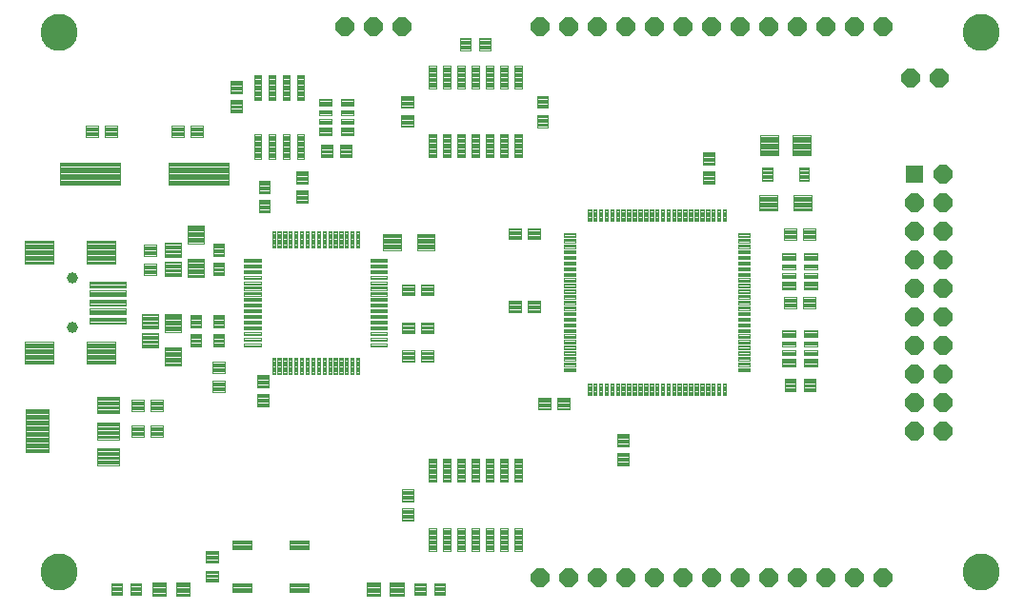
<source format=gts>
G75*
G70*
%OFA0B0*%
%FSLAX24Y24*%
%IPPOS*%
%LPD*%
%AMOC8*
5,1,8,0,0,1.08239X$1,22.5*
%
%ADD10C,0.0043*%
%ADD11C,0.0041*%
%ADD12C,0.0044*%
%ADD13C,0.0041*%
%ADD14C,0.0041*%
%ADD15R,0.0640X0.0640*%
%ADD16OC8,0.0640*%
%ADD17C,0.0041*%
%ADD18C,0.0040*%
%ADD19C,0.0394*%
%ADD20C,0.0041*%
%ADD21C,0.0041*%
%ADD22C,0.0041*%
%ADD23C,0.0042*%
%ADD24C,0.0041*%
%ADD25C,0.0040*%
%ADD26C,0.0044*%
%ADD27C,0.0040*%
%ADD28C,0.0040*%
%ADD29C,0.1300*%
D10*
X009020Y004616D02*
X009412Y004616D01*
X009412Y004186D01*
X009020Y004186D01*
X009020Y004616D01*
X009020Y004228D02*
X009412Y004228D01*
X009412Y004270D02*
X009020Y004270D01*
X009020Y004312D02*
X009412Y004312D01*
X009412Y004354D02*
X009020Y004354D01*
X009020Y004396D02*
X009412Y004396D01*
X009412Y004438D02*
X009020Y004438D01*
X009020Y004480D02*
X009412Y004480D01*
X009412Y004522D02*
X009020Y004522D01*
X009020Y004564D02*
X009412Y004564D01*
X009412Y004606D02*
X009020Y004606D01*
X009690Y004616D02*
X010082Y004616D01*
X010082Y004186D01*
X009690Y004186D01*
X009690Y004616D01*
X009690Y004228D02*
X010082Y004228D01*
X010082Y004270D02*
X009690Y004270D01*
X009690Y004312D02*
X010082Y004312D01*
X010082Y004354D02*
X009690Y004354D01*
X009690Y004396D02*
X010082Y004396D01*
X010082Y004438D02*
X009690Y004438D01*
X009690Y004480D02*
X010082Y004480D01*
X010082Y004522D02*
X009690Y004522D01*
X009690Y004564D02*
X010082Y004564D01*
X010082Y004606D02*
X009690Y004606D01*
X012338Y004658D02*
X012338Y005050D01*
X012768Y005050D01*
X012768Y004658D01*
X012338Y004658D01*
X012338Y004700D02*
X012768Y004700D01*
X012768Y004742D02*
X012338Y004742D01*
X012338Y004784D02*
X012768Y004784D01*
X012768Y004826D02*
X012338Y004826D01*
X012338Y004868D02*
X012768Y004868D01*
X012768Y004910D02*
X012338Y004910D01*
X012338Y004952D02*
X012768Y004952D01*
X012768Y004994D02*
X012338Y004994D01*
X012338Y005036D02*
X012768Y005036D01*
X012338Y005327D02*
X012338Y005719D01*
X012768Y005719D01*
X012768Y005327D01*
X012338Y005327D01*
X012338Y005369D02*
X012768Y005369D01*
X012768Y005411D02*
X012338Y005411D01*
X012338Y005453D02*
X012768Y005453D01*
X012768Y005495D02*
X012338Y005495D01*
X012338Y005537D02*
X012768Y005537D01*
X012768Y005579D02*
X012338Y005579D01*
X012338Y005621D02*
X012768Y005621D01*
X012768Y005663D02*
X012338Y005663D01*
X012338Y005705D02*
X012768Y005705D01*
X010830Y010136D02*
X010400Y010136D01*
X010830Y010136D02*
X010830Y009744D01*
X010400Y009744D01*
X010400Y010136D01*
X010400Y009786D02*
X010830Y009786D01*
X010830Y009828D02*
X010400Y009828D01*
X010400Y009870D02*
X010830Y009870D01*
X010830Y009912D02*
X010400Y009912D01*
X010400Y009954D02*
X010830Y009954D01*
X010830Y009996D02*
X010400Y009996D01*
X010400Y010038D02*
X010830Y010038D01*
X010830Y010080D02*
X010400Y010080D01*
X010400Y010122D02*
X010830Y010122D01*
X010830Y011036D02*
X010400Y011036D01*
X010830Y011036D02*
X010830Y010644D01*
X010400Y010644D01*
X010400Y011036D01*
X010400Y010686D02*
X010830Y010686D01*
X010830Y010728D02*
X010400Y010728D01*
X010400Y010770D02*
X010830Y010770D01*
X010830Y010812D02*
X010400Y010812D01*
X010400Y010854D02*
X010830Y010854D01*
X010830Y010896D02*
X010400Y010896D01*
X010400Y010938D02*
X010830Y010938D01*
X010830Y010980D02*
X010400Y010980D01*
X010400Y011022D02*
X010830Y011022D01*
X010161Y011036D02*
X009731Y011036D01*
X010161Y011036D02*
X010161Y010644D01*
X009731Y010644D01*
X009731Y011036D01*
X009731Y010686D02*
X010161Y010686D01*
X010161Y010728D02*
X009731Y010728D01*
X009731Y010770D02*
X010161Y010770D01*
X010161Y010812D02*
X009731Y010812D01*
X009731Y010854D02*
X010161Y010854D01*
X010161Y010896D02*
X009731Y010896D01*
X009731Y010938D02*
X010161Y010938D01*
X010161Y010980D02*
X009731Y010980D01*
X009731Y011022D02*
X010161Y011022D01*
X010161Y010136D02*
X009731Y010136D01*
X010161Y010136D02*
X010161Y009744D01*
X009731Y009744D01*
X009731Y010136D01*
X009731Y009786D02*
X010161Y009786D01*
X010161Y009828D02*
X009731Y009828D01*
X009731Y009870D02*
X010161Y009870D01*
X010161Y009912D02*
X009731Y009912D01*
X009731Y009954D02*
X010161Y009954D01*
X010161Y009996D02*
X009731Y009996D01*
X009731Y010038D02*
X010161Y010038D01*
X010161Y010080D02*
X009731Y010080D01*
X009731Y010122D02*
X010161Y010122D01*
X012996Y011310D02*
X012996Y011702D01*
X012996Y011310D02*
X012566Y011310D01*
X012566Y011702D01*
X012996Y011702D01*
X012996Y011352D02*
X012566Y011352D01*
X012566Y011394D02*
X012996Y011394D01*
X012996Y011436D02*
X012566Y011436D01*
X012566Y011478D02*
X012996Y011478D01*
X012996Y011520D02*
X012566Y011520D01*
X012566Y011562D02*
X012996Y011562D01*
X012996Y011604D02*
X012566Y011604D01*
X012566Y011646D02*
X012996Y011646D01*
X012996Y011688D02*
X012566Y011688D01*
X012996Y011979D02*
X012996Y012371D01*
X012996Y011979D02*
X012566Y011979D01*
X012566Y012371D01*
X012996Y012371D01*
X012996Y012021D02*
X012566Y012021D01*
X012566Y012063D02*
X012996Y012063D01*
X012996Y012105D02*
X012566Y012105D01*
X012566Y012147D02*
X012996Y012147D01*
X012996Y012189D02*
X012566Y012189D01*
X012566Y012231D02*
X012996Y012231D01*
X012996Y012273D02*
X012566Y012273D01*
X012566Y012315D02*
X012996Y012315D01*
X012996Y012357D02*
X012566Y012357D01*
X012977Y012891D02*
X012977Y013321D01*
X012977Y012891D02*
X012585Y012891D01*
X012585Y013321D01*
X012977Y013321D01*
X012977Y012933D02*
X012585Y012933D01*
X012585Y012975D02*
X012977Y012975D01*
X012977Y013017D02*
X012585Y013017D01*
X012585Y013059D02*
X012977Y013059D01*
X012977Y013101D02*
X012585Y013101D01*
X012585Y013143D02*
X012977Y013143D01*
X012977Y013185D02*
X012585Y013185D01*
X012585Y013227D02*
X012977Y013227D01*
X012977Y013269D02*
X012585Y013269D01*
X012585Y013311D02*
X012977Y013311D01*
X012977Y013560D02*
X012977Y013990D01*
X012977Y013560D02*
X012585Y013560D01*
X012585Y013990D01*
X012977Y013990D01*
X012977Y013602D02*
X012585Y013602D01*
X012585Y013644D02*
X012977Y013644D01*
X012977Y013686D02*
X012585Y013686D01*
X012585Y013728D02*
X012977Y013728D01*
X012977Y013770D02*
X012585Y013770D01*
X012585Y013812D02*
X012977Y013812D01*
X012977Y013854D02*
X012585Y013854D01*
X012585Y013896D02*
X012977Y013896D01*
X012977Y013938D02*
X012585Y013938D01*
X012585Y013980D02*
X012977Y013980D01*
X012177Y013990D02*
X012177Y013560D01*
X011785Y013560D01*
X011785Y013990D01*
X012177Y013990D01*
X012177Y013602D02*
X011785Y013602D01*
X011785Y013644D02*
X012177Y013644D01*
X012177Y013686D02*
X011785Y013686D01*
X011785Y013728D02*
X012177Y013728D01*
X012177Y013770D02*
X011785Y013770D01*
X011785Y013812D02*
X012177Y013812D01*
X012177Y013854D02*
X011785Y013854D01*
X011785Y013896D02*
X012177Y013896D01*
X012177Y013938D02*
X011785Y013938D01*
X011785Y013980D02*
X012177Y013980D01*
X012177Y013321D02*
X012177Y012891D01*
X011785Y012891D01*
X011785Y013321D01*
X012177Y013321D01*
X012177Y012933D02*
X011785Y012933D01*
X011785Y012975D02*
X012177Y012975D01*
X012177Y013017D02*
X011785Y013017D01*
X011785Y013059D02*
X012177Y013059D01*
X012177Y013101D02*
X011785Y013101D01*
X011785Y013143D02*
X012177Y013143D01*
X012177Y013185D02*
X011785Y013185D01*
X011785Y013227D02*
X012177Y013227D01*
X012177Y013269D02*
X011785Y013269D01*
X011785Y013311D02*
X012177Y013311D01*
X014520Y011890D02*
X014520Y011460D01*
X014128Y011460D01*
X014128Y011890D01*
X014520Y011890D01*
X014520Y011502D02*
X014128Y011502D01*
X014128Y011544D02*
X014520Y011544D01*
X014520Y011586D02*
X014128Y011586D01*
X014128Y011628D02*
X014520Y011628D01*
X014520Y011670D02*
X014128Y011670D01*
X014128Y011712D02*
X014520Y011712D01*
X014520Y011754D02*
X014128Y011754D01*
X014128Y011796D02*
X014520Y011796D01*
X014520Y011838D02*
X014128Y011838D01*
X014128Y011880D02*
X014520Y011880D01*
X014520Y011220D02*
X014520Y010790D01*
X014128Y010790D01*
X014128Y011220D01*
X014520Y011220D01*
X014520Y010832D02*
X014128Y010832D01*
X014128Y010874D02*
X014520Y010874D01*
X014520Y010916D02*
X014128Y010916D01*
X014128Y010958D02*
X014520Y010958D01*
X014520Y011000D02*
X014128Y011000D01*
X014128Y011042D02*
X014520Y011042D01*
X014520Y011084D02*
X014128Y011084D01*
X014128Y011126D02*
X014520Y011126D01*
X014520Y011168D02*
X014128Y011168D01*
X014128Y011210D02*
X014520Y011210D01*
X019188Y012766D02*
X019618Y012766D01*
X019618Y012374D01*
X019188Y012374D01*
X019188Y012766D01*
X019188Y012416D02*
X019618Y012416D01*
X019618Y012458D02*
X019188Y012458D01*
X019188Y012500D02*
X019618Y012500D01*
X019618Y012542D02*
X019188Y012542D01*
X019188Y012584D02*
X019618Y012584D01*
X019618Y012626D02*
X019188Y012626D01*
X019188Y012668D02*
X019618Y012668D01*
X019618Y012710D02*
X019188Y012710D01*
X019188Y012752D02*
X019618Y012752D01*
X019858Y012766D02*
X020288Y012766D01*
X020288Y012374D01*
X019858Y012374D01*
X019858Y012766D01*
X019858Y012416D02*
X020288Y012416D01*
X020288Y012458D02*
X019858Y012458D01*
X019858Y012500D02*
X020288Y012500D01*
X020288Y012542D02*
X019858Y012542D01*
X019858Y012584D02*
X020288Y012584D01*
X020288Y012626D02*
X019858Y012626D01*
X019858Y012668D02*
X020288Y012668D01*
X020288Y012710D02*
X019858Y012710D01*
X019858Y012752D02*
X020288Y012752D01*
X020288Y013750D02*
X019858Y013750D01*
X020288Y013750D02*
X020288Y013358D01*
X019858Y013358D01*
X019858Y013750D01*
X019858Y013400D02*
X020288Y013400D01*
X020288Y013442D02*
X019858Y013442D01*
X019858Y013484D02*
X020288Y013484D01*
X020288Y013526D02*
X019858Y013526D01*
X019858Y013568D02*
X020288Y013568D01*
X020288Y013610D02*
X019858Y013610D01*
X019858Y013652D02*
X020288Y013652D01*
X020288Y013694D02*
X019858Y013694D01*
X019858Y013736D02*
X020288Y013736D01*
X019618Y013750D02*
X019188Y013750D01*
X019618Y013750D02*
X019618Y013358D01*
X019188Y013358D01*
X019188Y013750D01*
X019188Y013400D02*
X019618Y013400D01*
X019618Y013442D02*
X019188Y013442D01*
X019188Y013484D02*
X019618Y013484D01*
X019618Y013526D02*
X019188Y013526D01*
X019188Y013568D02*
X019618Y013568D01*
X019618Y013610D02*
X019188Y013610D01*
X019188Y013652D02*
X019618Y013652D01*
X019618Y013694D02*
X019188Y013694D01*
X019188Y013736D02*
X019618Y013736D01*
X019618Y015079D02*
X019188Y015079D01*
X019618Y015079D02*
X019618Y014687D01*
X019188Y014687D01*
X019188Y015079D01*
X019188Y014729D02*
X019618Y014729D01*
X019618Y014771D02*
X019188Y014771D01*
X019188Y014813D02*
X019618Y014813D01*
X019618Y014855D02*
X019188Y014855D01*
X019188Y014897D02*
X019618Y014897D01*
X019618Y014939D02*
X019188Y014939D01*
X019188Y014981D02*
X019618Y014981D01*
X019618Y015023D02*
X019188Y015023D01*
X019188Y015065D02*
X019618Y015065D01*
X019858Y015079D02*
X020288Y015079D01*
X020288Y014687D01*
X019858Y014687D01*
X019858Y015079D01*
X019858Y014729D02*
X020288Y014729D01*
X020288Y014771D02*
X019858Y014771D01*
X019858Y014813D02*
X020288Y014813D01*
X020288Y014855D02*
X019858Y014855D01*
X019858Y014897D02*
X020288Y014897D01*
X020288Y014939D02*
X019858Y014939D01*
X019858Y014981D02*
X020288Y014981D01*
X020288Y015023D02*
X019858Y015023D01*
X019858Y015065D02*
X020288Y015065D01*
X022928Y014097D02*
X023358Y014097D01*
X022928Y014097D02*
X022928Y014489D01*
X023358Y014489D01*
X023358Y014097D01*
X023358Y014139D02*
X022928Y014139D01*
X022928Y014181D02*
X023358Y014181D01*
X023358Y014223D02*
X022928Y014223D01*
X022928Y014265D02*
X023358Y014265D01*
X023358Y014307D02*
X022928Y014307D01*
X022928Y014349D02*
X023358Y014349D01*
X023358Y014391D02*
X022928Y014391D01*
X022928Y014433D02*
X023358Y014433D01*
X023358Y014475D02*
X022928Y014475D01*
X023598Y014097D02*
X024028Y014097D01*
X023598Y014097D02*
X023598Y014489D01*
X024028Y014489D01*
X024028Y014097D01*
X024028Y014139D02*
X023598Y014139D01*
X023598Y014181D02*
X024028Y014181D01*
X024028Y014223D02*
X023598Y014223D01*
X023598Y014265D02*
X024028Y014265D01*
X024028Y014307D02*
X023598Y014307D01*
X023598Y014349D02*
X024028Y014349D01*
X024028Y014391D02*
X023598Y014391D01*
X023598Y014433D02*
X024028Y014433D01*
X024028Y014475D02*
X023598Y014475D01*
X023598Y016656D02*
X024028Y016656D01*
X023598Y016656D02*
X023598Y017048D01*
X024028Y017048D01*
X024028Y016656D01*
X024028Y016698D02*
X023598Y016698D01*
X023598Y016740D02*
X024028Y016740D01*
X024028Y016782D02*
X023598Y016782D01*
X023598Y016824D02*
X024028Y016824D01*
X024028Y016866D02*
X023598Y016866D01*
X023598Y016908D02*
X024028Y016908D01*
X024028Y016950D02*
X023598Y016950D01*
X023598Y016992D02*
X024028Y016992D01*
X024028Y017034D02*
X023598Y017034D01*
X023358Y016656D02*
X022928Y016656D01*
X022928Y017048D01*
X023358Y017048D01*
X023358Y016656D01*
X023358Y016698D02*
X022928Y016698D01*
X022928Y016740D02*
X023358Y016740D01*
X023358Y016782D02*
X022928Y016782D01*
X022928Y016824D02*
X023358Y016824D01*
X023358Y016866D02*
X022928Y016866D01*
X022928Y016908D02*
X023358Y016908D01*
X023358Y016950D02*
X022928Y016950D01*
X022928Y016992D02*
X023358Y016992D01*
X023358Y017034D02*
X022928Y017034D01*
X017424Y019955D02*
X017032Y019955D01*
X017424Y019955D02*
X017424Y019525D01*
X017032Y019525D01*
X017032Y019955D01*
X017032Y019567D02*
X017424Y019567D01*
X017424Y019609D02*
X017032Y019609D01*
X017032Y019651D02*
X017424Y019651D01*
X017424Y019693D02*
X017032Y019693D01*
X017032Y019735D02*
X017424Y019735D01*
X017424Y019777D02*
X017032Y019777D01*
X017032Y019819D02*
X017424Y019819D01*
X017424Y019861D02*
X017032Y019861D01*
X017032Y019903D02*
X017424Y019903D01*
X017424Y019945D02*
X017032Y019945D01*
X016755Y019955D02*
X016363Y019955D01*
X016755Y019955D02*
X016755Y019525D01*
X016363Y019525D01*
X016363Y019955D01*
X016363Y019567D02*
X016755Y019567D01*
X016755Y019609D02*
X016363Y019609D01*
X016363Y019651D02*
X016755Y019651D01*
X016755Y019693D02*
X016363Y019693D01*
X016363Y019735D02*
X016755Y019735D01*
X016755Y019777D02*
X016363Y019777D01*
X016363Y019819D02*
X016755Y019819D01*
X016755Y019861D02*
X016363Y019861D01*
X016363Y019903D02*
X016755Y019903D01*
X016755Y019945D02*
X016363Y019945D01*
X015506Y019025D02*
X015506Y018595D01*
X015506Y019025D02*
X015898Y019025D01*
X015898Y018595D01*
X015506Y018595D01*
X015506Y018637D02*
X015898Y018637D01*
X015898Y018679D02*
X015506Y018679D01*
X015506Y018721D02*
X015898Y018721D01*
X015898Y018763D02*
X015506Y018763D01*
X015506Y018805D02*
X015898Y018805D01*
X015898Y018847D02*
X015506Y018847D01*
X015506Y018889D02*
X015898Y018889D01*
X015898Y018931D02*
X015506Y018931D01*
X015506Y018973D02*
X015898Y018973D01*
X015898Y019015D02*
X015506Y019015D01*
X015506Y018356D02*
X015506Y017926D01*
X015506Y018356D02*
X015898Y018356D01*
X015898Y017926D01*
X015506Y017926D01*
X015506Y017968D02*
X015898Y017968D01*
X015898Y018010D02*
X015506Y018010D01*
X015506Y018052D02*
X015898Y018052D01*
X015898Y018094D02*
X015506Y018094D01*
X015506Y018136D02*
X015898Y018136D01*
X015898Y018178D02*
X015506Y018178D01*
X015506Y018220D02*
X015898Y018220D01*
X015898Y018262D02*
X015506Y018262D01*
X015506Y018304D02*
X015898Y018304D01*
X015898Y018346D02*
X015506Y018346D01*
X014185Y018262D02*
X014185Y018692D01*
X014577Y018692D01*
X014577Y018262D01*
X014185Y018262D01*
X014185Y018304D02*
X014577Y018304D01*
X014577Y018346D02*
X014185Y018346D01*
X014185Y018388D02*
X014577Y018388D01*
X014577Y018430D02*
X014185Y018430D01*
X014185Y018472D02*
X014577Y018472D01*
X014577Y018514D02*
X014185Y018514D01*
X014185Y018556D02*
X014577Y018556D01*
X014577Y018598D02*
X014185Y018598D01*
X014185Y018640D02*
X014577Y018640D01*
X014577Y018682D02*
X014185Y018682D01*
X014185Y018022D02*
X014185Y017592D01*
X014185Y018022D02*
X014577Y018022D01*
X014577Y017592D01*
X014185Y017592D01*
X014185Y017634D02*
X014577Y017634D01*
X014577Y017676D02*
X014185Y017676D01*
X014185Y017718D02*
X014577Y017718D01*
X014577Y017760D02*
X014185Y017760D01*
X014185Y017802D02*
X014577Y017802D01*
X014577Y017844D02*
X014185Y017844D01*
X014185Y017886D02*
X014577Y017886D01*
X014577Y017928D02*
X014185Y017928D01*
X014185Y017970D02*
X014577Y017970D01*
X014577Y018012D02*
X014185Y018012D01*
X012585Y016490D02*
X012585Y016060D01*
X012585Y016490D02*
X012977Y016490D01*
X012977Y016060D01*
X012585Y016060D01*
X012585Y016102D02*
X012977Y016102D01*
X012977Y016144D02*
X012585Y016144D01*
X012585Y016186D02*
X012977Y016186D01*
X012977Y016228D02*
X012585Y016228D01*
X012585Y016270D02*
X012977Y016270D01*
X012977Y016312D02*
X012585Y016312D01*
X012585Y016354D02*
X012977Y016354D01*
X012977Y016396D02*
X012585Y016396D01*
X012585Y016438D02*
X012977Y016438D01*
X012977Y016480D02*
X012585Y016480D01*
X012585Y015821D02*
X012585Y015391D01*
X012585Y015821D02*
X012977Y015821D01*
X012977Y015391D01*
X012585Y015391D01*
X012585Y015433D02*
X012977Y015433D01*
X012977Y015475D02*
X012585Y015475D01*
X012585Y015517D02*
X012977Y015517D01*
X012977Y015559D02*
X012585Y015559D01*
X012585Y015601D02*
X012977Y015601D01*
X012977Y015643D02*
X012585Y015643D01*
X012585Y015685D02*
X012977Y015685D01*
X012977Y015727D02*
X012585Y015727D01*
X012585Y015769D02*
X012977Y015769D01*
X012977Y015811D02*
X012585Y015811D01*
X010166Y015802D02*
X010166Y015410D01*
X010166Y015802D02*
X010596Y015802D01*
X010596Y015410D01*
X010166Y015410D01*
X010166Y015452D02*
X010596Y015452D01*
X010596Y015494D02*
X010166Y015494D01*
X010166Y015536D02*
X010596Y015536D01*
X010596Y015578D02*
X010166Y015578D01*
X010166Y015620D02*
X010596Y015620D01*
X010596Y015662D02*
X010166Y015662D01*
X010166Y015704D02*
X010596Y015704D01*
X010596Y015746D02*
X010166Y015746D01*
X010166Y015788D02*
X010596Y015788D01*
X010166Y016079D02*
X010166Y016471D01*
X010596Y016471D01*
X010596Y016079D01*
X010166Y016079D01*
X010166Y016121D02*
X010596Y016121D01*
X010596Y016163D02*
X010166Y016163D01*
X010166Y016205D02*
X010596Y016205D01*
X010596Y016247D02*
X010166Y016247D01*
X010166Y016289D02*
X010596Y016289D01*
X010596Y016331D02*
X010166Y016331D01*
X010166Y016373D02*
X010596Y016373D01*
X010596Y016415D02*
X010166Y016415D01*
X010166Y016457D02*
X010596Y016457D01*
X011131Y020636D02*
X011561Y020636D01*
X011561Y020244D01*
X011131Y020244D01*
X011131Y020636D01*
X011131Y020286D02*
X011561Y020286D01*
X011561Y020328D02*
X011131Y020328D01*
X011131Y020370D02*
X011561Y020370D01*
X011561Y020412D02*
X011131Y020412D01*
X011131Y020454D02*
X011561Y020454D01*
X011561Y020496D02*
X011131Y020496D01*
X011131Y020538D02*
X011561Y020538D01*
X011561Y020580D02*
X011131Y020580D01*
X011131Y020622D02*
X011561Y020622D01*
X011800Y020636D02*
X012230Y020636D01*
X012230Y020244D01*
X011800Y020244D01*
X011800Y020636D01*
X011800Y020286D02*
X012230Y020286D01*
X012230Y020328D02*
X011800Y020328D01*
X011800Y020370D02*
X012230Y020370D01*
X012230Y020412D02*
X011800Y020412D01*
X011800Y020454D02*
X012230Y020454D01*
X012230Y020496D02*
X011800Y020496D01*
X011800Y020538D02*
X012230Y020538D01*
X012230Y020580D02*
X011800Y020580D01*
X011800Y020622D02*
X012230Y020622D01*
X013589Y021091D02*
X013589Y021521D01*
X013589Y021091D02*
X013197Y021091D01*
X013197Y021521D01*
X013589Y021521D01*
X013589Y021133D02*
X013197Y021133D01*
X013197Y021175D02*
X013589Y021175D01*
X013589Y021217D02*
X013197Y021217D01*
X013197Y021259D02*
X013589Y021259D01*
X013589Y021301D02*
X013197Y021301D01*
X013197Y021343D02*
X013589Y021343D01*
X013589Y021385D02*
X013197Y021385D01*
X013197Y021427D02*
X013589Y021427D01*
X013589Y021469D02*
X013197Y021469D01*
X013197Y021511D02*
X013589Y021511D01*
X013589Y021760D02*
X013589Y022190D01*
X013589Y021760D02*
X013197Y021760D01*
X013197Y022190D01*
X013589Y022190D01*
X013589Y021802D02*
X013197Y021802D01*
X013197Y021844D02*
X013589Y021844D01*
X013589Y021886D02*
X013197Y021886D01*
X013197Y021928D02*
X013589Y021928D01*
X013589Y021970D02*
X013197Y021970D01*
X013197Y022012D02*
X013589Y022012D01*
X013589Y022054D02*
X013197Y022054D01*
X013197Y022096D02*
X013589Y022096D01*
X013589Y022138D02*
X013197Y022138D01*
X013197Y022180D02*
X013589Y022180D01*
X009230Y020244D02*
X008800Y020244D01*
X008800Y020636D01*
X009230Y020636D01*
X009230Y020244D01*
X009230Y020286D02*
X008800Y020286D01*
X008800Y020328D02*
X009230Y020328D01*
X009230Y020370D02*
X008800Y020370D01*
X008800Y020412D02*
X009230Y020412D01*
X009230Y020454D02*
X008800Y020454D01*
X008800Y020496D02*
X009230Y020496D01*
X009230Y020538D02*
X008800Y020538D01*
X008800Y020580D02*
X009230Y020580D01*
X009230Y020622D02*
X008800Y020622D01*
X008561Y020244D02*
X008131Y020244D01*
X008131Y020636D01*
X008561Y020636D01*
X008561Y020244D01*
X008561Y020286D02*
X008131Y020286D01*
X008131Y020328D02*
X008561Y020328D01*
X008561Y020370D02*
X008131Y020370D01*
X008131Y020412D02*
X008561Y020412D01*
X008561Y020454D02*
X008131Y020454D01*
X008131Y020496D02*
X008561Y020496D01*
X008561Y020538D02*
X008131Y020538D01*
X008131Y020580D02*
X008561Y020580D01*
X008561Y020622D02*
X008131Y020622D01*
X019178Y020603D02*
X019178Y020995D01*
X019608Y020995D01*
X019608Y020603D01*
X019178Y020603D01*
X019178Y020645D02*
X019608Y020645D01*
X019608Y020687D02*
X019178Y020687D01*
X019178Y020729D02*
X019608Y020729D01*
X019608Y020771D02*
X019178Y020771D01*
X019178Y020813D02*
X019608Y020813D01*
X019608Y020855D02*
X019178Y020855D01*
X019178Y020897D02*
X019608Y020897D01*
X019608Y020939D02*
X019178Y020939D01*
X019178Y020981D02*
X019608Y020981D01*
X019178Y021272D02*
X019178Y021664D01*
X019608Y021664D01*
X019608Y021272D01*
X019178Y021272D01*
X019178Y021314D02*
X019608Y021314D01*
X019608Y021356D02*
X019178Y021356D01*
X019178Y021398D02*
X019608Y021398D01*
X019608Y021440D02*
X019178Y021440D01*
X019178Y021482D02*
X019608Y021482D01*
X019608Y021524D02*
X019178Y021524D01*
X019178Y021566D02*
X019608Y021566D01*
X019608Y021608D02*
X019178Y021608D01*
X019178Y021650D02*
X019608Y021650D01*
X021225Y023710D02*
X021617Y023710D01*
X021617Y023280D01*
X021225Y023280D01*
X021225Y023710D01*
X021225Y023322D02*
X021617Y023322D01*
X021617Y023364D02*
X021225Y023364D01*
X021225Y023406D02*
X021617Y023406D01*
X021617Y023448D02*
X021225Y023448D01*
X021225Y023490D02*
X021617Y023490D01*
X021617Y023532D02*
X021225Y023532D01*
X021225Y023574D02*
X021617Y023574D01*
X021617Y023616D02*
X021225Y023616D01*
X021225Y023658D02*
X021617Y023658D01*
X021617Y023700D02*
X021225Y023700D01*
X021894Y023710D02*
X022286Y023710D01*
X022286Y023280D01*
X021894Y023280D01*
X021894Y023710D01*
X021894Y023322D02*
X022286Y023322D01*
X022286Y023364D02*
X021894Y023364D01*
X021894Y023406D02*
X022286Y023406D01*
X022286Y023448D02*
X021894Y023448D01*
X021894Y023490D02*
X022286Y023490D01*
X022286Y023532D02*
X021894Y023532D01*
X021894Y023574D02*
X022286Y023574D01*
X022286Y023616D02*
X021894Y023616D01*
X021894Y023658D02*
X022286Y023658D01*
X022286Y023700D02*
X021894Y023700D01*
X023922Y021683D02*
X023922Y021253D01*
X023922Y021683D02*
X024314Y021683D01*
X024314Y021253D01*
X023922Y021253D01*
X023922Y021295D02*
X024314Y021295D01*
X024314Y021337D02*
X023922Y021337D01*
X023922Y021379D02*
X024314Y021379D01*
X024314Y021421D02*
X023922Y021421D01*
X023922Y021463D02*
X024314Y021463D01*
X024314Y021505D02*
X023922Y021505D01*
X023922Y021547D02*
X024314Y021547D01*
X024314Y021589D02*
X023922Y021589D01*
X023922Y021631D02*
X024314Y021631D01*
X024314Y021673D02*
X023922Y021673D01*
X023922Y021014D02*
X023922Y020584D01*
X023922Y021014D02*
X024314Y021014D01*
X024314Y020584D01*
X023922Y020584D01*
X023922Y020626D02*
X024314Y020626D01*
X024314Y020668D02*
X023922Y020668D01*
X023922Y020710D02*
X024314Y020710D01*
X024314Y020752D02*
X023922Y020752D01*
X023922Y020794D02*
X024314Y020794D01*
X024314Y020836D02*
X023922Y020836D01*
X023922Y020878D02*
X024314Y020878D01*
X024314Y020920D02*
X023922Y020920D01*
X023922Y020962D02*
X024314Y020962D01*
X024314Y021004D02*
X023922Y021004D01*
X029726Y019690D02*
X029726Y019260D01*
X029726Y019690D02*
X030118Y019690D01*
X030118Y019260D01*
X029726Y019260D01*
X029726Y019302D02*
X030118Y019302D01*
X030118Y019344D02*
X029726Y019344D01*
X029726Y019386D02*
X030118Y019386D01*
X030118Y019428D02*
X029726Y019428D01*
X029726Y019470D02*
X030118Y019470D01*
X030118Y019512D02*
X029726Y019512D01*
X029726Y019554D02*
X030118Y019554D01*
X030118Y019596D02*
X029726Y019596D01*
X029726Y019638D02*
X030118Y019638D01*
X030118Y019680D02*
X029726Y019680D01*
X029726Y019021D02*
X029726Y018591D01*
X029726Y019021D02*
X030118Y019021D01*
X030118Y018591D01*
X029726Y018591D01*
X029726Y018633D02*
X030118Y018633D01*
X030118Y018675D02*
X029726Y018675D01*
X029726Y018717D02*
X030118Y018717D01*
X030118Y018759D02*
X029726Y018759D01*
X029726Y018801D02*
X030118Y018801D01*
X030118Y018843D02*
X029726Y018843D01*
X029726Y018885D02*
X030118Y018885D01*
X030118Y018927D02*
X029726Y018927D01*
X029726Y018969D02*
X030118Y018969D01*
X030118Y019011D02*
X029726Y019011D01*
X032572Y017036D02*
X033002Y017036D01*
X033002Y016644D01*
X032572Y016644D01*
X032572Y017036D01*
X032572Y016686D02*
X033002Y016686D01*
X033002Y016728D02*
X032572Y016728D01*
X032572Y016770D02*
X033002Y016770D01*
X033002Y016812D02*
X032572Y016812D01*
X032572Y016854D02*
X033002Y016854D01*
X033002Y016896D02*
X032572Y016896D01*
X032572Y016938D02*
X033002Y016938D01*
X033002Y016980D02*
X032572Y016980D01*
X032572Y017022D02*
X033002Y017022D01*
X033241Y017036D02*
X033671Y017036D01*
X033671Y016644D01*
X033241Y016644D01*
X033241Y017036D01*
X033241Y016686D02*
X033671Y016686D01*
X033671Y016728D02*
X033241Y016728D01*
X033241Y016770D02*
X033671Y016770D01*
X033671Y016812D02*
X033241Y016812D01*
X033241Y016854D02*
X033671Y016854D01*
X033671Y016896D02*
X033241Y016896D01*
X033241Y016938D02*
X033671Y016938D01*
X033671Y016980D02*
X033241Y016980D01*
X033241Y017022D02*
X033671Y017022D01*
X033671Y014244D02*
X033241Y014244D01*
X033241Y014636D01*
X033671Y014636D01*
X033671Y014244D01*
X033671Y014286D02*
X033241Y014286D01*
X033241Y014328D02*
X033671Y014328D01*
X033671Y014370D02*
X033241Y014370D01*
X033241Y014412D02*
X033671Y014412D01*
X033671Y014454D02*
X033241Y014454D01*
X033241Y014496D02*
X033671Y014496D01*
X033671Y014538D02*
X033241Y014538D01*
X033241Y014580D02*
X033671Y014580D01*
X033671Y014622D02*
X033241Y014622D01*
X033002Y014244D02*
X032572Y014244D01*
X032572Y014636D01*
X033002Y014636D01*
X033002Y014244D01*
X033002Y014286D02*
X032572Y014286D01*
X032572Y014328D02*
X033002Y014328D01*
X033002Y014370D02*
X032572Y014370D01*
X032572Y014412D02*
X033002Y014412D01*
X033002Y014454D02*
X032572Y014454D01*
X032572Y014496D02*
X033002Y014496D01*
X033002Y014538D02*
X032572Y014538D01*
X032572Y014580D02*
X033002Y014580D01*
X033002Y014622D02*
X032572Y014622D01*
X032591Y011325D02*
X032983Y011325D01*
X032591Y011325D02*
X032591Y011755D01*
X032983Y011755D01*
X032983Y011325D01*
X032983Y011367D02*
X032591Y011367D01*
X032591Y011409D02*
X032983Y011409D01*
X032983Y011451D02*
X032591Y011451D01*
X032591Y011493D02*
X032983Y011493D01*
X032983Y011535D02*
X032591Y011535D01*
X032591Y011577D02*
X032983Y011577D01*
X032983Y011619D02*
X032591Y011619D01*
X032591Y011661D02*
X032983Y011661D01*
X032983Y011703D02*
X032591Y011703D01*
X032591Y011745D02*
X032983Y011745D01*
X033260Y011325D02*
X033652Y011325D01*
X033260Y011325D02*
X033260Y011755D01*
X033652Y011755D01*
X033652Y011325D01*
X033652Y011367D02*
X033260Y011367D01*
X033260Y011409D02*
X033652Y011409D01*
X033652Y011451D02*
X033260Y011451D01*
X033260Y011493D02*
X033652Y011493D01*
X033652Y011535D02*
X033260Y011535D01*
X033260Y011577D02*
X033652Y011577D01*
X033652Y011619D02*
X033260Y011619D01*
X033260Y011661D02*
X033652Y011661D01*
X033652Y011703D02*
X033260Y011703D01*
X033260Y011745D02*
X033652Y011745D01*
X027119Y009823D02*
X027119Y009393D01*
X026727Y009393D01*
X026727Y009823D01*
X027119Y009823D01*
X027119Y009435D02*
X026727Y009435D01*
X026727Y009477D02*
X027119Y009477D01*
X027119Y009519D02*
X026727Y009519D01*
X026727Y009561D02*
X027119Y009561D01*
X027119Y009603D02*
X026727Y009603D01*
X026727Y009645D02*
X027119Y009645D01*
X027119Y009687D02*
X026727Y009687D01*
X026727Y009729D02*
X027119Y009729D01*
X027119Y009771D02*
X026727Y009771D01*
X026727Y009813D02*
X027119Y009813D01*
X027119Y009153D02*
X027119Y008723D01*
X026727Y008723D01*
X026727Y009153D01*
X027119Y009153D01*
X027119Y008765D02*
X026727Y008765D01*
X026727Y008807D02*
X027119Y008807D01*
X027119Y008849D02*
X026727Y008849D01*
X026727Y008891D02*
X027119Y008891D01*
X027119Y008933D02*
X026727Y008933D01*
X026727Y008975D02*
X027119Y008975D01*
X027119Y009017D02*
X026727Y009017D01*
X026727Y009059D02*
X027119Y009059D01*
X027119Y009101D02*
X026727Y009101D01*
X026727Y009143D02*
X027119Y009143D01*
X025061Y010701D02*
X024631Y010701D01*
X024631Y011093D01*
X025061Y011093D01*
X025061Y010701D01*
X025061Y010743D02*
X024631Y010743D01*
X024631Y010785D02*
X025061Y010785D01*
X025061Y010827D02*
X024631Y010827D01*
X024631Y010869D02*
X025061Y010869D01*
X025061Y010911D02*
X024631Y010911D01*
X024631Y010953D02*
X025061Y010953D01*
X025061Y010995D02*
X024631Y010995D01*
X024631Y011037D02*
X025061Y011037D01*
X025061Y011079D02*
X024631Y011079D01*
X024392Y010701D02*
X023962Y010701D01*
X023962Y011093D01*
X024392Y011093D01*
X024392Y010701D01*
X024392Y010743D02*
X023962Y010743D01*
X023962Y010785D02*
X024392Y010785D01*
X024392Y010827D02*
X023962Y010827D01*
X023962Y010869D02*
X024392Y010869D01*
X024392Y010911D02*
X023962Y010911D01*
X023962Y010953D02*
X024392Y010953D01*
X024392Y010995D02*
X023962Y010995D01*
X023962Y011037D02*
X024392Y011037D01*
X024392Y011079D02*
X023962Y011079D01*
X019589Y007903D02*
X019589Y007473D01*
X019197Y007473D01*
X019197Y007903D01*
X019589Y007903D01*
X019589Y007515D02*
X019197Y007515D01*
X019197Y007557D02*
X019589Y007557D01*
X019589Y007599D02*
X019197Y007599D01*
X019197Y007641D02*
X019589Y007641D01*
X019589Y007683D02*
X019197Y007683D01*
X019197Y007725D02*
X019589Y007725D01*
X019589Y007767D02*
X019197Y007767D01*
X019197Y007809D02*
X019589Y007809D01*
X019589Y007851D02*
X019197Y007851D01*
X019197Y007893D02*
X019589Y007893D01*
X019589Y007234D02*
X019589Y006804D01*
X019197Y006804D01*
X019197Y007234D01*
X019589Y007234D01*
X019589Y006846D02*
X019197Y006846D01*
X019197Y006888D02*
X019589Y006888D01*
X019589Y006930D02*
X019197Y006930D01*
X019197Y006972D02*
X019589Y006972D01*
X019589Y007014D02*
X019197Y007014D01*
X019197Y007056D02*
X019589Y007056D01*
X019589Y007098D02*
X019197Y007098D01*
X019197Y007140D02*
X019589Y007140D01*
X019589Y007182D02*
X019197Y007182D01*
X019197Y007224D02*
X019589Y007224D01*
X019650Y004186D02*
X020042Y004186D01*
X019650Y004186D02*
X019650Y004616D01*
X020042Y004616D01*
X020042Y004186D01*
X020042Y004228D02*
X019650Y004228D01*
X019650Y004270D02*
X020042Y004270D01*
X020042Y004312D02*
X019650Y004312D01*
X019650Y004354D02*
X020042Y004354D01*
X020042Y004396D02*
X019650Y004396D01*
X019650Y004438D02*
X020042Y004438D01*
X020042Y004480D02*
X019650Y004480D01*
X019650Y004522D02*
X020042Y004522D01*
X020042Y004564D02*
X019650Y004564D01*
X019650Y004606D02*
X020042Y004606D01*
X020319Y004186D02*
X020711Y004186D01*
X020319Y004186D02*
X020319Y004616D01*
X020711Y004616D01*
X020711Y004186D01*
X020711Y004228D02*
X020319Y004228D01*
X020319Y004270D02*
X020711Y004270D01*
X020711Y004312D02*
X020319Y004312D01*
X020319Y004354D02*
X020711Y004354D01*
X020711Y004396D02*
X020319Y004396D01*
X020319Y004438D02*
X020711Y004438D01*
X020711Y004480D02*
X020319Y004480D01*
X020319Y004522D02*
X020711Y004522D01*
X020711Y004564D02*
X020319Y004564D01*
X020319Y004606D02*
X020711Y004606D01*
D11*
X011456Y012235D02*
X011456Y012865D01*
X011456Y012235D02*
X010906Y012235D01*
X010906Y012865D01*
X011456Y012865D01*
X011456Y012275D02*
X010906Y012275D01*
X010906Y012315D02*
X011456Y012315D01*
X011456Y012355D02*
X010906Y012355D01*
X010906Y012395D02*
X011456Y012395D01*
X011456Y012435D02*
X010906Y012435D01*
X010906Y012475D02*
X011456Y012475D01*
X011456Y012515D02*
X010906Y012515D01*
X010906Y012555D02*
X011456Y012555D01*
X011456Y012595D02*
X010906Y012595D01*
X010906Y012635D02*
X011456Y012635D01*
X011456Y012675D02*
X010906Y012675D01*
X010906Y012715D02*
X011456Y012715D01*
X011456Y012755D02*
X010906Y012755D01*
X010906Y012795D02*
X011456Y012795D01*
X011456Y012835D02*
X010906Y012835D01*
X010906Y013416D02*
X010906Y014046D01*
X011456Y014046D01*
X011456Y013416D01*
X010906Y013416D01*
X010906Y013456D02*
X011456Y013456D01*
X011456Y013496D02*
X010906Y013496D01*
X010906Y013536D02*
X011456Y013536D01*
X011456Y013576D02*
X010906Y013576D01*
X010906Y013616D02*
X011456Y013616D01*
X011456Y013656D02*
X010906Y013656D01*
X010906Y013696D02*
X011456Y013696D01*
X011456Y013736D02*
X010906Y013736D01*
X010906Y013776D02*
X011456Y013776D01*
X011456Y013816D02*
X010906Y013816D01*
X010906Y013856D02*
X011456Y013856D01*
X011456Y013896D02*
X010906Y013896D01*
X010906Y013936D02*
X011456Y013936D01*
X011456Y013976D02*
X010906Y013976D01*
X010906Y014016D02*
X011456Y014016D01*
X012256Y015335D02*
X012256Y015965D01*
X012256Y015335D02*
X011706Y015335D01*
X011706Y015965D01*
X012256Y015965D01*
X012256Y015375D02*
X011706Y015375D01*
X011706Y015415D02*
X012256Y015415D01*
X012256Y015455D02*
X011706Y015455D01*
X011706Y015495D02*
X012256Y015495D01*
X012256Y015535D02*
X011706Y015535D01*
X011706Y015575D02*
X012256Y015575D01*
X012256Y015615D02*
X011706Y015615D01*
X011706Y015655D02*
X012256Y015655D01*
X012256Y015695D02*
X011706Y015695D01*
X011706Y015735D02*
X012256Y015735D01*
X012256Y015775D02*
X011706Y015775D01*
X011706Y015815D02*
X012256Y015815D01*
X012256Y015855D02*
X011706Y015855D01*
X011706Y015895D02*
X012256Y015895D01*
X012256Y015935D02*
X011706Y015935D01*
X011706Y016516D02*
X011706Y017146D01*
X012256Y017146D01*
X012256Y016516D01*
X011706Y016516D01*
X011706Y016556D02*
X012256Y016556D01*
X012256Y016596D02*
X011706Y016596D01*
X011706Y016636D02*
X012256Y016636D01*
X012256Y016676D02*
X011706Y016676D01*
X011706Y016716D02*
X012256Y016716D01*
X012256Y016756D02*
X011706Y016756D01*
X011706Y016796D02*
X012256Y016796D01*
X012256Y016836D02*
X011706Y016836D01*
X011706Y016876D02*
X012256Y016876D01*
X012256Y016916D02*
X011706Y016916D01*
X011706Y016956D02*
X012256Y016956D01*
X012256Y016996D02*
X011706Y016996D01*
X011706Y017036D02*
X012256Y017036D01*
X012256Y017076D02*
X011706Y017076D01*
X011706Y017116D02*
X012256Y017116D01*
X018537Y016281D02*
X019167Y016281D01*
X018537Y016281D02*
X018537Y016831D01*
X019167Y016831D01*
X019167Y016281D01*
X019167Y016321D02*
X018537Y016321D01*
X018537Y016361D02*
X019167Y016361D01*
X019167Y016401D02*
X018537Y016401D01*
X018537Y016441D02*
X019167Y016441D01*
X019167Y016481D02*
X018537Y016481D01*
X018537Y016521D02*
X019167Y016521D01*
X019167Y016561D02*
X018537Y016561D01*
X018537Y016601D02*
X019167Y016601D01*
X019167Y016641D02*
X018537Y016641D01*
X018537Y016681D02*
X019167Y016681D01*
X019167Y016721D02*
X018537Y016721D01*
X018537Y016761D02*
X019167Y016761D01*
X019167Y016801D02*
X018537Y016801D01*
X019718Y016831D02*
X020348Y016831D01*
X020348Y016281D01*
X019718Y016281D01*
X019718Y016831D01*
X019718Y016321D02*
X020348Y016321D01*
X020348Y016361D02*
X019718Y016361D01*
X019718Y016401D02*
X020348Y016401D01*
X020348Y016441D02*
X019718Y016441D01*
X019718Y016481D02*
X020348Y016481D01*
X020348Y016521D02*
X019718Y016521D01*
X019718Y016561D02*
X020348Y016561D01*
X020348Y016601D02*
X019718Y016601D01*
X019718Y016641D02*
X020348Y016641D01*
X020348Y016681D02*
X019718Y016681D01*
X019718Y016721D02*
X020348Y016721D01*
X020348Y016761D02*
X019718Y016761D01*
X019718Y016801D02*
X020348Y016801D01*
X031716Y017665D02*
X032346Y017665D01*
X031716Y017665D02*
X031716Y018215D01*
X032346Y018215D01*
X032346Y017665D01*
X032346Y017705D02*
X031716Y017705D01*
X031716Y017745D02*
X032346Y017745D01*
X032346Y017785D02*
X031716Y017785D01*
X031716Y017825D02*
X032346Y017825D01*
X032346Y017865D02*
X031716Y017865D01*
X031716Y017905D02*
X032346Y017905D01*
X032346Y017945D02*
X031716Y017945D01*
X031716Y017985D02*
X032346Y017985D01*
X032346Y018025D02*
X031716Y018025D01*
X031716Y018065D02*
X032346Y018065D01*
X032346Y018105D02*
X031716Y018105D01*
X031716Y018145D02*
X032346Y018145D01*
X032346Y018185D02*
X031716Y018185D01*
X032897Y018215D02*
X033527Y018215D01*
X033527Y017665D01*
X032897Y017665D01*
X032897Y018215D01*
X032897Y017705D02*
X033527Y017705D01*
X033527Y017745D02*
X032897Y017745D01*
X032897Y017785D02*
X033527Y017785D01*
X033527Y017825D02*
X032897Y017825D01*
X032897Y017865D02*
X033527Y017865D01*
X033527Y017905D02*
X032897Y017905D01*
X032897Y017945D02*
X033527Y017945D01*
X033527Y017985D02*
X032897Y017985D01*
X032897Y018025D02*
X033527Y018025D01*
X033527Y018065D02*
X032897Y018065D01*
X032897Y018105D02*
X033527Y018105D01*
X033527Y018145D02*
X032897Y018145D01*
X032897Y018185D02*
X033527Y018185D01*
D12*
X011474Y016529D02*
X011474Y016021D01*
X010888Y016021D01*
X010888Y016529D01*
X011474Y016529D01*
X011474Y016064D02*
X010888Y016064D01*
X010888Y016107D02*
X011474Y016107D01*
X011474Y016150D02*
X010888Y016150D01*
X010888Y016193D02*
X011474Y016193D01*
X011474Y016236D02*
X010888Y016236D01*
X010888Y016279D02*
X011474Y016279D01*
X011474Y016322D02*
X010888Y016322D01*
X010888Y016365D02*
X011474Y016365D01*
X011474Y016408D02*
X010888Y016408D01*
X010888Y016451D02*
X011474Y016451D01*
X011474Y016494D02*
X010888Y016494D01*
X011474Y015860D02*
X011474Y015352D01*
X010888Y015352D01*
X010888Y015860D01*
X011474Y015860D01*
X011474Y015395D02*
X010888Y015395D01*
X010888Y015438D02*
X011474Y015438D01*
X011474Y015481D02*
X010888Y015481D01*
X010888Y015524D02*
X011474Y015524D01*
X011474Y015567D02*
X010888Y015567D01*
X010888Y015610D02*
X011474Y015610D01*
X011474Y015653D02*
X010888Y015653D01*
X010888Y015696D02*
X011474Y015696D01*
X011474Y015739D02*
X010888Y015739D01*
X010888Y015782D02*
X011474Y015782D01*
X011474Y015825D02*
X010888Y015825D01*
X010088Y014029D02*
X010088Y013521D01*
X010088Y014029D02*
X010674Y014029D01*
X010674Y013521D01*
X010088Y013521D01*
X010088Y013564D02*
X010674Y013564D01*
X010674Y013607D02*
X010088Y013607D01*
X010088Y013650D02*
X010674Y013650D01*
X010674Y013693D02*
X010088Y013693D01*
X010088Y013736D02*
X010674Y013736D01*
X010674Y013779D02*
X010088Y013779D01*
X010088Y013822D02*
X010674Y013822D01*
X010674Y013865D02*
X010088Y013865D01*
X010088Y013908D02*
X010674Y013908D01*
X010674Y013951D02*
X010088Y013951D01*
X010088Y013994D02*
X010674Y013994D01*
X010088Y013360D02*
X010088Y012852D01*
X010088Y013360D02*
X010674Y013360D01*
X010674Y012852D01*
X010088Y012852D01*
X010088Y012895D02*
X010674Y012895D01*
X010674Y012938D02*
X010088Y012938D01*
X010088Y012981D02*
X010674Y012981D01*
X010674Y013024D02*
X010088Y013024D01*
X010088Y013067D02*
X010674Y013067D01*
X010674Y013110D02*
X010088Y013110D01*
X010088Y013153D02*
X010674Y013153D01*
X010674Y013196D02*
X010088Y013196D01*
X010088Y013239D02*
X010674Y013239D01*
X010674Y013282D02*
X010088Y013282D01*
X010088Y013325D02*
X010674Y013325D01*
X009312Y011139D02*
X009312Y010553D01*
X008530Y010553D01*
X008530Y011139D01*
X009312Y011139D01*
X009312Y010596D02*
X008530Y010596D01*
X008530Y010639D02*
X009312Y010639D01*
X009312Y010682D02*
X008530Y010682D01*
X008530Y010725D02*
X009312Y010725D01*
X009312Y010768D02*
X008530Y010768D01*
X008530Y010811D02*
X009312Y010811D01*
X009312Y010854D02*
X008530Y010854D01*
X008530Y010897D02*
X009312Y010897D01*
X009312Y010940D02*
X008530Y010940D01*
X008530Y010983D02*
X009312Y010983D01*
X009312Y011026D02*
X008530Y011026D01*
X008530Y011069D02*
X009312Y011069D01*
X009312Y011112D02*
X008530Y011112D01*
X009312Y010233D02*
X009312Y009647D01*
X008530Y009647D01*
X008530Y010233D01*
X009312Y010233D01*
X009312Y009690D02*
X008530Y009690D01*
X008530Y009733D02*
X009312Y009733D01*
X009312Y009776D02*
X008530Y009776D01*
X008530Y009819D02*
X009312Y009819D01*
X009312Y009862D02*
X008530Y009862D01*
X008530Y009905D02*
X009312Y009905D01*
X009312Y009948D02*
X008530Y009948D01*
X008530Y009991D02*
X009312Y009991D01*
X009312Y010034D02*
X008530Y010034D01*
X008530Y010077D02*
X009312Y010077D01*
X009312Y010120D02*
X008530Y010120D01*
X008530Y010163D02*
X009312Y010163D01*
X009312Y010206D02*
X008530Y010206D01*
X009312Y009328D02*
X009312Y008742D01*
X008530Y008742D01*
X008530Y009328D01*
X009312Y009328D01*
X009312Y008785D02*
X008530Y008785D01*
X008530Y008828D02*
X009312Y008828D01*
X009312Y008871D02*
X008530Y008871D01*
X008530Y008914D02*
X009312Y008914D01*
X009312Y008957D02*
X008530Y008957D01*
X008530Y009000D02*
X009312Y009000D01*
X009312Y009043D02*
X008530Y009043D01*
X008530Y009086D02*
X009312Y009086D01*
X009312Y009129D02*
X008530Y009129D01*
X008530Y009172D02*
X009312Y009172D01*
X009312Y009215D02*
X008530Y009215D01*
X008530Y009258D02*
X009312Y009258D01*
X009312Y009301D02*
X008530Y009301D01*
D13*
X014025Y019484D02*
X014261Y019484D01*
X014025Y019484D02*
X014025Y020350D01*
X014261Y020350D01*
X014261Y019484D01*
X014261Y019524D02*
X014025Y019524D01*
X014025Y019564D02*
X014261Y019564D01*
X014261Y019604D02*
X014025Y019604D01*
X014025Y019644D02*
X014261Y019644D01*
X014261Y019684D02*
X014025Y019684D01*
X014025Y019724D02*
X014261Y019724D01*
X014261Y019764D02*
X014025Y019764D01*
X014025Y019804D02*
X014261Y019804D01*
X014261Y019844D02*
X014025Y019844D01*
X014025Y019884D02*
X014261Y019884D01*
X014261Y019924D02*
X014025Y019924D01*
X014025Y019964D02*
X014261Y019964D01*
X014261Y020004D02*
X014025Y020004D01*
X014025Y020044D02*
X014261Y020044D01*
X014261Y020084D02*
X014025Y020084D01*
X014025Y020124D02*
X014261Y020124D01*
X014261Y020164D02*
X014025Y020164D01*
X014025Y020204D02*
X014261Y020204D01*
X014261Y020244D02*
X014025Y020244D01*
X014025Y020284D02*
X014261Y020284D01*
X014261Y020324D02*
X014025Y020324D01*
X014525Y019484D02*
X014761Y019484D01*
X014525Y019484D02*
X014525Y020350D01*
X014761Y020350D01*
X014761Y019484D01*
X014761Y019524D02*
X014525Y019524D01*
X014525Y019564D02*
X014761Y019564D01*
X014761Y019604D02*
X014525Y019604D01*
X014525Y019644D02*
X014761Y019644D01*
X014761Y019684D02*
X014525Y019684D01*
X014525Y019724D02*
X014761Y019724D01*
X014761Y019764D02*
X014525Y019764D01*
X014525Y019804D02*
X014761Y019804D01*
X014761Y019844D02*
X014525Y019844D01*
X014525Y019884D02*
X014761Y019884D01*
X014761Y019924D02*
X014525Y019924D01*
X014525Y019964D02*
X014761Y019964D01*
X014761Y020004D02*
X014525Y020004D01*
X014525Y020044D02*
X014761Y020044D01*
X014761Y020084D02*
X014525Y020084D01*
X014525Y020124D02*
X014761Y020124D01*
X014761Y020164D02*
X014525Y020164D01*
X014525Y020204D02*
X014761Y020204D01*
X014761Y020244D02*
X014525Y020244D01*
X014525Y020284D02*
X014761Y020284D01*
X014761Y020324D02*
X014525Y020324D01*
X015025Y019484D02*
X015261Y019484D01*
X015025Y019484D02*
X015025Y020350D01*
X015261Y020350D01*
X015261Y019484D01*
X015261Y019524D02*
X015025Y019524D01*
X015025Y019564D02*
X015261Y019564D01*
X015261Y019604D02*
X015025Y019604D01*
X015025Y019644D02*
X015261Y019644D01*
X015261Y019684D02*
X015025Y019684D01*
X015025Y019724D02*
X015261Y019724D01*
X015261Y019764D02*
X015025Y019764D01*
X015025Y019804D02*
X015261Y019804D01*
X015261Y019844D02*
X015025Y019844D01*
X015025Y019884D02*
X015261Y019884D01*
X015261Y019924D02*
X015025Y019924D01*
X015025Y019964D02*
X015261Y019964D01*
X015261Y020004D02*
X015025Y020004D01*
X015025Y020044D02*
X015261Y020044D01*
X015261Y020084D02*
X015025Y020084D01*
X015025Y020124D02*
X015261Y020124D01*
X015261Y020164D02*
X015025Y020164D01*
X015025Y020204D02*
X015261Y020204D01*
X015261Y020244D02*
X015025Y020244D01*
X015025Y020284D02*
X015261Y020284D01*
X015261Y020324D02*
X015025Y020324D01*
X015525Y019484D02*
X015761Y019484D01*
X015525Y019484D02*
X015525Y020350D01*
X015761Y020350D01*
X015761Y019484D01*
X015761Y019524D02*
X015525Y019524D01*
X015525Y019564D02*
X015761Y019564D01*
X015761Y019604D02*
X015525Y019604D01*
X015525Y019644D02*
X015761Y019644D01*
X015761Y019684D02*
X015525Y019684D01*
X015525Y019724D02*
X015761Y019724D01*
X015761Y019764D02*
X015525Y019764D01*
X015525Y019804D02*
X015761Y019804D01*
X015761Y019844D02*
X015525Y019844D01*
X015525Y019884D02*
X015761Y019884D01*
X015761Y019924D02*
X015525Y019924D01*
X015525Y019964D02*
X015761Y019964D01*
X015761Y020004D02*
X015525Y020004D01*
X015525Y020044D02*
X015761Y020044D01*
X015761Y020084D02*
X015525Y020084D01*
X015525Y020124D02*
X015761Y020124D01*
X015761Y020164D02*
X015525Y020164D01*
X015525Y020204D02*
X015761Y020204D01*
X015761Y020244D02*
X015525Y020244D01*
X015525Y020284D02*
X015761Y020284D01*
X015761Y020324D02*
X015525Y020324D01*
X015525Y021531D02*
X015761Y021531D01*
X015525Y021531D02*
X015525Y022397D01*
X015761Y022397D01*
X015761Y021531D01*
X015761Y021571D02*
X015525Y021571D01*
X015525Y021611D02*
X015761Y021611D01*
X015761Y021651D02*
X015525Y021651D01*
X015525Y021691D02*
X015761Y021691D01*
X015761Y021731D02*
X015525Y021731D01*
X015525Y021771D02*
X015761Y021771D01*
X015761Y021811D02*
X015525Y021811D01*
X015525Y021851D02*
X015761Y021851D01*
X015761Y021891D02*
X015525Y021891D01*
X015525Y021931D02*
X015761Y021931D01*
X015761Y021971D02*
X015525Y021971D01*
X015525Y022011D02*
X015761Y022011D01*
X015761Y022051D02*
X015525Y022051D01*
X015525Y022091D02*
X015761Y022091D01*
X015761Y022131D02*
X015525Y022131D01*
X015525Y022171D02*
X015761Y022171D01*
X015761Y022211D02*
X015525Y022211D01*
X015525Y022251D02*
X015761Y022251D01*
X015761Y022291D02*
X015525Y022291D01*
X015525Y022331D02*
X015761Y022331D01*
X015761Y022371D02*
X015525Y022371D01*
X015261Y021531D02*
X015025Y021531D01*
X015025Y022397D01*
X015261Y022397D01*
X015261Y021531D01*
X015261Y021571D02*
X015025Y021571D01*
X015025Y021611D02*
X015261Y021611D01*
X015261Y021651D02*
X015025Y021651D01*
X015025Y021691D02*
X015261Y021691D01*
X015261Y021731D02*
X015025Y021731D01*
X015025Y021771D02*
X015261Y021771D01*
X015261Y021811D02*
X015025Y021811D01*
X015025Y021851D02*
X015261Y021851D01*
X015261Y021891D02*
X015025Y021891D01*
X015025Y021931D02*
X015261Y021931D01*
X015261Y021971D02*
X015025Y021971D01*
X015025Y022011D02*
X015261Y022011D01*
X015261Y022051D02*
X015025Y022051D01*
X015025Y022091D02*
X015261Y022091D01*
X015261Y022131D02*
X015025Y022131D01*
X015025Y022171D02*
X015261Y022171D01*
X015261Y022211D02*
X015025Y022211D01*
X015025Y022251D02*
X015261Y022251D01*
X015261Y022291D02*
X015025Y022291D01*
X015025Y022331D02*
X015261Y022331D01*
X015261Y022371D02*
X015025Y022371D01*
X014761Y021531D02*
X014525Y021531D01*
X014525Y022397D01*
X014761Y022397D01*
X014761Y021531D01*
X014761Y021571D02*
X014525Y021571D01*
X014525Y021611D02*
X014761Y021611D01*
X014761Y021651D02*
X014525Y021651D01*
X014525Y021691D02*
X014761Y021691D01*
X014761Y021731D02*
X014525Y021731D01*
X014525Y021771D02*
X014761Y021771D01*
X014761Y021811D02*
X014525Y021811D01*
X014525Y021851D02*
X014761Y021851D01*
X014761Y021891D02*
X014525Y021891D01*
X014525Y021931D02*
X014761Y021931D01*
X014761Y021971D02*
X014525Y021971D01*
X014525Y022011D02*
X014761Y022011D01*
X014761Y022051D02*
X014525Y022051D01*
X014525Y022091D02*
X014761Y022091D01*
X014761Y022131D02*
X014525Y022131D01*
X014525Y022171D02*
X014761Y022171D01*
X014761Y022211D02*
X014525Y022211D01*
X014525Y022251D02*
X014761Y022251D01*
X014761Y022291D02*
X014525Y022291D01*
X014525Y022331D02*
X014761Y022331D01*
X014761Y022371D02*
X014525Y022371D01*
X014261Y021531D02*
X014025Y021531D01*
X014025Y022397D01*
X014261Y022397D01*
X014261Y021531D01*
X014261Y021571D02*
X014025Y021571D01*
X014025Y021611D02*
X014261Y021611D01*
X014261Y021651D02*
X014025Y021651D01*
X014025Y021691D02*
X014261Y021691D01*
X014261Y021731D02*
X014025Y021731D01*
X014025Y021771D02*
X014261Y021771D01*
X014261Y021811D02*
X014025Y021811D01*
X014025Y021851D02*
X014261Y021851D01*
X014261Y021891D02*
X014025Y021891D01*
X014025Y021931D02*
X014261Y021931D01*
X014261Y021971D02*
X014025Y021971D01*
X014025Y022011D02*
X014261Y022011D01*
X014261Y022051D02*
X014025Y022051D01*
X014025Y022091D02*
X014261Y022091D01*
X014261Y022131D02*
X014025Y022131D01*
X014025Y022171D02*
X014261Y022171D01*
X014261Y022211D02*
X014025Y022211D01*
X014025Y022251D02*
X014261Y022251D01*
X014261Y022291D02*
X014025Y022291D01*
X014025Y022331D02*
X014261Y022331D01*
X014261Y022371D02*
X014025Y022371D01*
D14*
X011303Y004637D02*
X011303Y004165D01*
X011303Y004637D02*
X011775Y004637D01*
X011775Y004165D01*
X011303Y004165D01*
X011303Y004205D02*
X011775Y004205D01*
X011775Y004245D02*
X011303Y004245D01*
X011303Y004285D02*
X011775Y004285D01*
X011775Y004325D02*
X011303Y004325D01*
X011303Y004365D02*
X011775Y004365D01*
X011775Y004405D02*
X011303Y004405D01*
X011303Y004445D02*
X011775Y004445D01*
X011775Y004485D02*
X011303Y004485D01*
X011303Y004525D02*
X011775Y004525D01*
X011775Y004565D02*
X011303Y004565D01*
X011303Y004605D02*
X011775Y004605D01*
X010476Y004637D02*
X010476Y004165D01*
X010476Y004637D02*
X010948Y004637D01*
X010948Y004165D01*
X010476Y004165D01*
X010476Y004205D02*
X010948Y004205D01*
X010948Y004245D02*
X010476Y004245D01*
X010476Y004285D02*
X010948Y004285D01*
X010948Y004325D02*
X010476Y004325D01*
X010476Y004365D02*
X010948Y004365D01*
X010948Y004405D02*
X010476Y004405D01*
X010476Y004445D02*
X010948Y004445D01*
X010948Y004485D02*
X010476Y004485D01*
X010476Y004525D02*
X010948Y004525D01*
X010948Y004565D02*
X010476Y004565D01*
X010476Y004605D02*
X010948Y004605D01*
X018429Y004637D02*
X018429Y004165D01*
X017957Y004165D01*
X017957Y004637D01*
X018429Y004637D01*
X018429Y004205D02*
X017957Y004205D01*
X017957Y004245D02*
X018429Y004245D01*
X018429Y004285D02*
X017957Y004285D01*
X017957Y004325D02*
X018429Y004325D01*
X018429Y004365D02*
X017957Y004365D01*
X017957Y004405D02*
X018429Y004405D01*
X018429Y004445D02*
X017957Y004445D01*
X017957Y004485D02*
X018429Y004485D01*
X018429Y004525D02*
X017957Y004525D01*
X017957Y004565D02*
X018429Y004565D01*
X018429Y004605D02*
X017957Y004605D01*
X019255Y004637D02*
X019255Y004165D01*
X018783Y004165D01*
X018783Y004637D01*
X019255Y004637D01*
X019255Y004205D02*
X018783Y004205D01*
X018783Y004245D02*
X019255Y004245D01*
X019255Y004285D02*
X018783Y004285D01*
X018783Y004325D02*
X019255Y004325D01*
X019255Y004365D02*
X018783Y004365D01*
X018783Y004405D02*
X019255Y004405D01*
X019255Y004445D02*
X018783Y004445D01*
X018783Y004485D02*
X019255Y004485D01*
X019255Y004525D02*
X018783Y004525D01*
X018783Y004565D02*
X019255Y004565D01*
X019255Y004605D02*
X018783Y004605D01*
D15*
X037122Y018940D03*
D16*
X038122Y018940D03*
X038122Y017940D03*
X037122Y017940D03*
X037122Y016940D03*
X038122Y016940D03*
X038122Y015940D03*
X037122Y015940D03*
X037122Y014940D03*
X038122Y014940D03*
X038122Y013940D03*
X037122Y013940D03*
X037122Y012940D03*
X038122Y012940D03*
X038122Y011940D03*
X037122Y011940D03*
X037122Y010940D03*
X038122Y010940D03*
X038122Y009940D03*
X037122Y009940D03*
X036023Y004795D03*
X035023Y004795D03*
X034023Y004795D03*
X033023Y004795D03*
X032023Y004795D03*
X031023Y004795D03*
X030023Y004795D03*
X029023Y004795D03*
X028023Y004795D03*
X027023Y004795D03*
X026023Y004795D03*
X025023Y004795D03*
X024023Y004795D03*
X037004Y022314D03*
X038004Y022314D03*
X036023Y024086D03*
X035023Y024086D03*
X034023Y024086D03*
X033023Y024086D03*
X032023Y024086D03*
X031023Y024086D03*
X030023Y024086D03*
X029023Y024086D03*
X028023Y024086D03*
X027023Y024086D03*
X026023Y024086D03*
X025023Y024086D03*
X024023Y024086D03*
X019212Y024086D03*
X018212Y024086D03*
X017212Y024086D03*
D17*
X008173Y016585D02*
X008173Y015799D01*
X008173Y016585D02*
X009157Y016585D01*
X009157Y015799D01*
X008173Y015799D01*
X008173Y015839D02*
X009157Y015839D01*
X009157Y015879D02*
X008173Y015879D01*
X008173Y015919D02*
X009157Y015919D01*
X009157Y015959D02*
X008173Y015959D01*
X008173Y015999D02*
X009157Y015999D01*
X009157Y016039D02*
X008173Y016039D01*
X008173Y016079D02*
X009157Y016079D01*
X009157Y016119D02*
X008173Y016119D01*
X008173Y016159D02*
X009157Y016159D01*
X009157Y016199D02*
X008173Y016199D01*
X008173Y016239D02*
X009157Y016239D01*
X009157Y016279D02*
X008173Y016279D01*
X008173Y016319D02*
X009157Y016319D01*
X009157Y016359D02*
X008173Y016359D01*
X008173Y016399D02*
X009157Y016399D01*
X009157Y016439D02*
X008173Y016439D01*
X008173Y016479D02*
X009157Y016479D01*
X009157Y016519D02*
X008173Y016519D01*
X008173Y016559D02*
X009157Y016559D01*
X006008Y016585D02*
X006008Y015799D01*
X006008Y016585D02*
X006992Y016585D01*
X006992Y015799D01*
X006008Y015799D01*
X006008Y015839D02*
X006992Y015839D01*
X006992Y015879D02*
X006008Y015879D01*
X006008Y015919D02*
X006992Y015919D01*
X006992Y015959D02*
X006008Y015959D01*
X006008Y015999D02*
X006992Y015999D01*
X006992Y016039D02*
X006008Y016039D01*
X006008Y016079D02*
X006992Y016079D01*
X006992Y016119D02*
X006008Y016119D01*
X006008Y016159D02*
X006992Y016159D01*
X006992Y016199D02*
X006008Y016199D01*
X006008Y016239D02*
X006992Y016239D01*
X006992Y016279D02*
X006008Y016279D01*
X006008Y016319D02*
X006992Y016319D01*
X006992Y016359D02*
X006008Y016359D01*
X006008Y016399D02*
X006992Y016399D01*
X006992Y016439D02*
X006008Y016439D01*
X006008Y016479D02*
X006992Y016479D01*
X006992Y016519D02*
X006008Y016519D01*
X006008Y016559D02*
X006992Y016559D01*
X006008Y013081D02*
X006008Y012295D01*
X006008Y013081D02*
X006992Y013081D01*
X006992Y012295D01*
X006008Y012295D01*
X006008Y012335D02*
X006992Y012335D01*
X006992Y012375D02*
X006008Y012375D01*
X006008Y012415D02*
X006992Y012415D01*
X006992Y012455D02*
X006008Y012455D01*
X006008Y012495D02*
X006992Y012495D01*
X006992Y012535D02*
X006008Y012535D01*
X006008Y012575D02*
X006992Y012575D01*
X006992Y012615D02*
X006008Y012615D01*
X006008Y012655D02*
X006992Y012655D01*
X006992Y012695D02*
X006008Y012695D01*
X006008Y012735D02*
X006992Y012735D01*
X006992Y012775D02*
X006008Y012775D01*
X006008Y012815D02*
X006992Y012815D01*
X006992Y012855D02*
X006008Y012855D01*
X006008Y012895D02*
X006992Y012895D01*
X006992Y012935D02*
X006008Y012935D01*
X006008Y012975D02*
X006992Y012975D01*
X006992Y013015D02*
X006008Y013015D01*
X006008Y013055D02*
X006992Y013055D01*
X008173Y013081D02*
X008173Y012295D01*
X008173Y013081D02*
X009157Y013081D01*
X009157Y012295D01*
X008173Y012295D01*
X008173Y012335D02*
X009157Y012335D01*
X009157Y012375D02*
X008173Y012375D01*
X008173Y012415D02*
X009157Y012415D01*
X009157Y012455D02*
X008173Y012455D01*
X008173Y012495D02*
X009157Y012495D01*
X009157Y012535D02*
X008173Y012535D01*
X008173Y012575D02*
X009157Y012575D01*
X009157Y012615D02*
X008173Y012615D01*
X008173Y012655D02*
X009157Y012655D01*
X009157Y012695D02*
X008173Y012695D01*
X008173Y012735D02*
X009157Y012735D01*
X009157Y012775D02*
X008173Y012775D01*
X008173Y012815D02*
X009157Y012815D01*
X009157Y012855D02*
X008173Y012855D01*
X008173Y012895D02*
X009157Y012895D01*
X009157Y012935D02*
X008173Y012935D01*
X008173Y012975D02*
X009157Y012975D01*
X009157Y013015D02*
X008173Y013015D01*
X008173Y013055D02*
X009157Y013055D01*
X006834Y010688D02*
X006834Y009192D01*
X006048Y009192D01*
X006048Y010688D01*
X006834Y010688D01*
X006834Y009232D02*
X006048Y009232D01*
X006048Y009272D02*
X006834Y009272D01*
X006834Y009312D02*
X006048Y009312D01*
X006048Y009352D02*
X006834Y009352D01*
X006834Y009392D02*
X006048Y009392D01*
X006048Y009432D02*
X006834Y009432D01*
X006834Y009472D02*
X006048Y009472D01*
X006048Y009512D02*
X006834Y009512D01*
X006834Y009552D02*
X006048Y009552D01*
X006048Y009592D02*
X006834Y009592D01*
X006834Y009632D02*
X006048Y009632D01*
X006048Y009672D02*
X006834Y009672D01*
X006834Y009712D02*
X006048Y009712D01*
X006048Y009752D02*
X006834Y009752D01*
X006834Y009792D02*
X006048Y009792D01*
X006048Y009832D02*
X006834Y009832D01*
X006834Y009872D02*
X006048Y009872D01*
X006048Y009912D02*
X006834Y009912D01*
X006834Y009952D02*
X006048Y009952D01*
X006048Y009992D02*
X006834Y009992D01*
X006834Y010032D02*
X006048Y010032D01*
X006048Y010072D02*
X006834Y010072D01*
X006834Y010112D02*
X006048Y010112D01*
X006048Y010152D02*
X006834Y010152D01*
X006834Y010192D02*
X006048Y010192D01*
X006048Y010232D02*
X006834Y010232D01*
X006834Y010272D02*
X006048Y010272D01*
X006048Y010312D02*
X006834Y010312D01*
X006834Y010352D02*
X006048Y010352D01*
X006048Y010392D02*
X006834Y010392D01*
X006834Y010432D02*
X006048Y010432D01*
X006048Y010472D02*
X006834Y010472D01*
X006834Y010512D02*
X006048Y010512D01*
X006048Y010552D02*
X006834Y010552D01*
X006834Y010592D02*
X006048Y010592D01*
X006048Y010632D02*
X006834Y010632D01*
X006834Y010672D02*
X006048Y010672D01*
D18*
X008252Y013712D02*
X008252Y013908D01*
X009550Y013908D01*
X009550Y013712D01*
X008252Y013712D01*
X008252Y013751D02*
X009550Y013751D01*
X009550Y013790D02*
X008252Y013790D01*
X008252Y013829D02*
X009550Y013829D01*
X009550Y013868D02*
X008252Y013868D01*
X008252Y013907D02*
X009550Y013907D01*
X008252Y014027D02*
X008252Y014223D01*
X009550Y014223D01*
X009550Y014027D01*
X008252Y014027D01*
X008252Y014066D02*
X009550Y014066D01*
X009550Y014105D02*
X008252Y014105D01*
X008252Y014144D02*
X009550Y014144D01*
X009550Y014183D02*
X008252Y014183D01*
X008252Y014222D02*
X009550Y014222D01*
X008252Y014342D02*
X008252Y014538D01*
X009550Y014538D01*
X009550Y014342D01*
X008252Y014342D01*
X008252Y014381D02*
X009550Y014381D01*
X009550Y014420D02*
X008252Y014420D01*
X008252Y014459D02*
X009550Y014459D01*
X009550Y014498D02*
X008252Y014498D01*
X008252Y014537D02*
X009550Y014537D01*
X008252Y014657D02*
X008252Y014853D01*
X009550Y014853D01*
X009550Y014657D01*
X008252Y014657D01*
X008252Y014696D02*
X009550Y014696D01*
X009550Y014735D02*
X008252Y014735D01*
X008252Y014774D02*
X009550Y014774D01*
X009550Y014813D02*
X008252Y014813D01*
X008252Y014852D02*
X009550Y014852D01*
X008252Y014972D02*
X008252Y015168D01*
X009550Y015168D01*
X009550Y014972D01*
X008252Y014972D01*
X008252Y015011D02*
X009550Y015011D01*
X009550Y015050D02*
X008252Y015050D01*
X008252Y015089D02*
X009550Y015089D01*
X009550Y015128D02*
X008252Y015128D01*
X008252Y015167D02*
X009550Y015167D01*
D19*
X007681Y015306D03*
X007681Y013574D03*
D20*
X013681Y013607D02*
X014251Y013607D01*
X014251Y013501D01*
X013681Y013501D01*
X013681Y013607D01*
X013681Y013541D02*
X014251Y013541D01*
X014251Y013581D02*
X013681Y013581D01*
X013681Y013804D02*
X014251Y013804D01*
X014251Y013698D01*
X013681Y013698D01*
X013681Y013804D01*
X013681Y013738D02*
X014251Y013738D01*
X014251Y013778D02*
X013681Y013778D01*
X013681Y014001D02*
X014251Y014001D01*
X014251Y013895D01*
X013681Y013895D01*
X013681Y014001D01*
X013681Y013935D02*
X014251Y013935D01*
X014251Y013975D02*
X013681Y013975D01*
X013681Y014198D02*
X014251Y014198D01*
X014251Y014092D01*
X013681Y014092D01*
X013681Y014198D01*
X013681Y014132D02*
X014251Y014132D01*
X014251Y014172D02*
X013681Y014172D01*
X013681Y014395D02*
X014251Y014395D01*
X014251Y014289D01*
X013681Y014289D01*
X013681Y014395D01*
X013681Y014329D02*
X014251Y014329D01*
X014251Y014369D02*
X013681Y014369D01*
X013681Y014592D02*
X014251Y014592D01*
X014251Y014486D01*
X013681Y014486D01*
X013681Y014592D01*
X013681Y014526D02*
X014251Y014526D01*
X014251Y014566D02*
X013681Y014566D01*
X013681Y014789D02*
X014251Y014789D01*
X014251Y014683D01*
X013681Y014683D01*
X013681Y014789D01*
X013681Y014723D02*
X014251Y014723D01*
X014251Y014763D02*
X013681Y014763D01*
X013681Y014985D02*
X014251Y014985D01*
X014251Y014879D01*
X013681Y014879D01*
X013681Y014985D01*
X013681Y014919D02*
X014251Y014919D01*
X014251Y014959D02*
X013681Y014959D01*
X013681Y015182D02*
X014251Y015182D01*
X014251Y015076D01*
X013681Y015076D01*
X013681Y015182D01*
X013681Y015116D02*
X014251Y015116D01*
X014251Y015156D02*
X013681Y015156D01*
X013681Y015379D02*
X014251Y015379D01*
X014251Y015273D01*
X013681Y015273D01*
X013681Y015379D01*
X013681Y015313D02*
X014251Y015313D01*
X014251Y015353D02*
X013681Y015353D01*
X013681Y015576D02*
X014251Y015576D01*
X014251Y015470D01*
X013681Y015470D01*
X013681Y015576D01*
X013681Y015510D02*
X014251Y015510D01*
X014251Y015550D02*
X013681Y015550D01*
X013681Y015773D02*
X014251Y015773D01*
X014251Y015667D01*
X013681Y015667D01*
X013681Y015773D01*
X013681Y015707D02*
X014251Y015707D01*
X014251Y015747D02*
X013681Y015747D01*
X013681Y015970D02*
X014251Y015970D01*
X014251Y015864D01*
X013681Y015864D01*
X013681Y015970D01*
X013681Y015904D02*
X014251Y015904D01*
X014251Y015944D02*
X013681Y015944D01*
X014757Y016370D02*
X014757Y016940D01*
X014757Y016370D02*
X014651Y016370D01*
X014651Y016940D01*
X014757Y016940D01*
X014757Y016410D02*
X014651Y016410D01*
X014651Y016450D02*
X014757Y016450D01*
X014757Y016490D02*
X014651Y016490D01*
X014651Y016530D02*
X014757Y016530D01*
X014757Y016570D02*
X014651Y016570D01*
X014651Y016610D02*
X014757Y016610D01*
X014757Y016650D02*
X014651Y016650D01*
X014651Y016690D02*
X014757Y016690D01*
X014757Y016730D02*
X014651Y016730D01*
X014651Y016770D02*
X014757Y016770D01*
X014757Y016810D02*
X014651Y016810D01*
X014651Y016850D02*
X014757Y016850D01*
X014757Y016890D02*
X014651Y016890D01*
X014651Y016930D02*
X014757Y016930D01*
X014954Y016940D02*
X014954Y016370D01*
X014848Y016370D01*
X014848Y016940D01*
X014954Y016940D01*
X014954Y016410D02*
X014848Y016410D01*
X014848Y016450D02*
X014954Y016450D01*
X014954Y016490D02*
X014848Y016490D01*
X014848Y016530D02*
X014954Y016530D01*
X014954Y016570D02*
X014848Y016570D01*
X014848Y016610D02*
X014954Y016610D01*
X014954Y016650D02*
X014848Y016650D01*
X014848Y016690D02*
X014954Y016690D01*
X014954Y016730D02*
X014848Y016730D01*
X014848Y016770D02*
X014954Y016770D01*
X014954Y016810D02*
X014848Y016810D01*
X014848Y016850D02*
X014954Y016850D01*
X014954Y016890D02*
X014848Y016890D01*
X014848Y016930D02*
X014954Y016930D01*
X015151Y016940D02*
X015151Y016370D01*
X015045Y016370D01*
X015045Y016940D01*
X015151Y016940D01*
X015151Y016410D02*
X015045Y016410D01*
X015045Y016450D02*
X015151Y016450D01*
X015151Y016490D02*
X015045Y016490D01*
X015045Y016530D02*
X015151Y016530D01*
X015151Y016570D02*
X015045Y016570D01*
X015045Y016610D02*
X015151Y016610D01*
X015151Y016650D02*
X015045Y016650D01*
X015045Y016690D02*
X015151Y016690D01*
X015151Y016730D02*
X015045Y016730D01*
X015045Y016770D02*
X015151Y016770D01*
X015151Y016810D02*
X015045Y016810D01*
X015045Y016850D02*
X015151Y016850D01*
X015151Y016890D02*
X015045Y016890D01*
X015045Y016930D02*
X015151Y016930D01*
X015348Y016940D02*
X015348Y016370D01*
X015242Y016370D01*
X015242Y016940D01*
X015348Y016940D01*
X015348Y016410D02*
X015242Y016410D01*
X015242Y016450D02*
X015348Y016450D01*
X015348Y016490D02*
X015242Y016490D01*
X015242Y016530D02*
X015348Y016530D01*
X015348Y016570D02*
X015242Y016570D01*
X015242Y016610D02*
X015348Y016610D01*
X015348Y016650D02*
X015242Y016650D01*
X015242Y016690D02*
X015348Y016690D01*
X015348Y016730D02*
X015242Y016730D01*
X015242Y016770D02*
X015348Y016770D01*
X015348Y016810D02*
X015242Y016810D01*
X015242Y016850D02*
X015348Y016850D01*
X015348Y016890D02*
X015242Y016890D01*
X015242Y016930D02*
X015348Y016930D01*
X015545Y016940D02*
X015545Y016370D01*
X015439Y016370D01*
X015439Y016940D01*
X015545Y016940D01*
X015545Y016410D02*
X015439Y016410D01*
X015439Y016450D02*
X015545Y016450D01*
X015545Y016490D02*
X015439Y016490D01*
X015439Y016530D02*
X015545Y016530D01*
X015545Y016570D02*
X015439Y016570D01*
X015439Y016610D02*
X015545Y016610D01*
X015545Y016650D02*
X015439Y016650D01*
X015439Y016690D02*
X015545Y016690D01*
X015545Y016730D02*
X015439Y016730D01*
X015439Y016770D02*
X015545Y016770D01*
X015545Y016810D02*
X015439Y016810D01*
X015439Y016850D02*
X015545Y016850D01*
X015545Y016890D02*
X015439Y016890D01*
X015439Y016930D02*
X015545Y016930D01*
X015742Y016940D02*
X015742Y016370D01*
X015636Y016370D01*
X015636Y016940D01*
X015742Y016940D01*
X015742Y016410D02*
X015636Y016410D01*
X015636Y016450D02*
X015742Y016450D01*
X015742Y016490D02*
X015636Y016490D01*
X015636Y016530D02*
X015742Y016530D01*
X015742Y016570D02*
X015636Y016570D01*
X015636Y016610D02*
X015742Y016610D01*
X015742Y016650D02*
X015636Y016650D01*
X015636Y016690D02*
X015742Y016690D01*
X015742Y016730D02*
X015636Y016730D01*
X015636Y016770D02*
X015742Y016770D01*
X015742Y016810D02*
X015636Y016810D01*
X015636Y016850D02*
X015742Y016850D01*
X015742Y016890D02*
X015636Y016890D01*
X015636Y016930D02*
X015742Y016930D01*
X015939Y016940D02*
X015939Y016370D01*
X015833Y016370D01*
X015833Y016940D01*
X015939Y016940D01*
X015939Y016410D02*
X015833Y016410D01*
X015833Y016450D02*
X015939Y016450D01*
X015939Y016490D02*
X015833Y016490D01*
X015833Y016530D02*
X015939Y016530D01*
X015939Y016570D02*
X015833Y016570D01*
X015833Y016610D02*
X015939Y016610D01*
X015939Y016650D02*
X015833Y016650D01*
X015833Y016690D02*
X015939Y016690D01*
X015939Y016730D02*
X015833Y016730D01*
X015833Y016770D02*
X015939Y016770D01*
X015939Y016810D02*
X015833Y016810D01*
X015833Y016850D02*
X015939Y016850D01*
X015939Y016890D02*
X015833Y016890D01*
X015833Y016930D02*
X015939Y016930D01*
X016135Y016940D02*
X016135Y016370D01*
X016029Y016370D01*
X016029Y016940D01*
X016135Y016940D01*
X016135Y016410D02*
X016029Y016410D01*
X016029Y016450D02*
X016135Y016450D01*
X016135Y016490D02*
X016029Y016490D01*
X016029Y016530D02*
X016135Y016530D01*
X016135Y016570D02*
X016029Y016570D01*
X016029Y016610D02*
X016135Y016610D01*
X016135Y016650D02*
X016029Y016650D01*
X016029Y016690D02*
X016135Y016690D01*
X016135Y016730D02*
X016029Y016730D01*
X016029Y016770D02*
X016135Y016770D01*
X016135Y016810D02*
X016029Y016810D01*
X016029Y016850D02*
X016135Y016850D01*
X016135Y016890D02*
X016029Y016890D01*
X016029Y016930D02*
X016135Y016930D01*
X016332Y016940D02*
X016332Y016370D01*
X016226Y016370D01*
X016226Y016940D01*
X016332Y016940D01*
X016332Y016410D02*
X016226Y016410D01*
X016226Y016450D02*
X016332Y016450D01*
X016332Y016490D02*
X016226Y016490D01*
X016226Y016530D02*
X016332Y016530D01*
X016332Y016570D02*
X016226Y016570D01*
X016226Y016610D02*
X016332Y016610D01*
X016332Y016650D02*
X016226Y016650D01*
X016226Y016690D02*
X016332Y016690D01*
X016332Y016730D02*
X016226Y016730D01*
X016226Y016770D02*
X016332Y016770D01*
X016332Y016810D02*
X016226Y016810D01*
X016226Y016850D02*
X016332Y016850D01*
X016332Y016890D02*
X016226Y016890D01*
X016226Y016930D02*
X016332Y016930D01*
X016529Y016940D02*
X016529Y016370D01*
X016423Y016370D01*
X016423Y016940D01*
X016529Y016940D01*
X016529Y016410D02*
X016423Y016410D01*
X016423Y016450D02*
X016529Y016450D01*
X016529Y016490D02*
X016423Y016490D01*
X016423Y016530D02*
X016529Y016530D01*
X016529Y016570D02*
X016423Y016570D01*
X016423Y016610D02*
X016529Y016610D01*
X016529Y016650D02*
X016423Y016650D01*
X016423Y016690D02*
X016529Y016690D01*
X016529Y016730D02*
X016423Y016730D01*
X016423Y016770D02*
X016529Y016770D01*
X016529Y016810D02*
X016423Y016810D01*
X016423Y016850D02*
X016529Y016850D01*
X016529Y016890D02*
X016423Y016890D01*
X016423Y016930D02*
X016529Y016930D01*
X016726Y016940D02*
X016726Y016370D01*
X016620Y016370D01*
X016620Y016940D01*
X016726Y016940D01*
X016726Y016410D02*
X016620Y016410D01*
X016620Y016450D02*
X016726Y016450D01*
X016726Y016490D02*
X016620Y016490D01*
X016620Y016530D02*
X016726Y016530D01*
X016726Y016570D02*
X016620Y016570D01*
X016620Y016610D02*
X016726Y016610D01*
X016726Y016650D02*
X016620Y016650D01*
X016620Y016690D02*
X016726Y016690D01*
X016726Y016730D02*
X016620Y016730D01*
X016620Y016770D02*
X016726Y016770D01*
X016726Y016810D02*
X016620Y016810D01*
X016620Y016850D02*
X016726Y016850D01*
X016726Y016890D02*
X016620Y016890D01*
X016620Y016930D02*
X016726Y016930D01*
X016923Y016940D02*
X016923Y016370D01*
X016817Y016370D01*
X016817Y016940D01*
X016923Y016940D01*
X016923Y016410D02*
X016817Y016410D01*
X016817Y016450D02*
X016923Y016450D01*
X016923Y016490D02*
X016817Y016490D01*
X016817Y016530D02*
X016923Y016530D01*
X016923Y016570D02*
X016817Y016570D01*
X016817Y016610D02*
X016923Y016610D01*
X016923Y016650D02*
X016817Y016650D01*
X016817Y016690D02*
X016923Y016690D01*
X016923Y016730D02*
X016817Y016730D01*
X016817Y016770D02*
X016923Y016770D01*
X016923Y016810D02*
X016817Y016810D01*
X016817Y016850D02*
X016923Y016850D01*
X016923Y016890D02*
X016817Y016890D01*
X016817Y016930D02*
X016923Y016930D01*
X017120Y016940D02*
X017120Y016370D01*
X017014Y016370D01*
X017014Y016940D01*
X017120Y016940D01*
X017120Y016410D02*
X017014Y016410D01*
X017014Y016450D02*
X017120Y016450D01*
X017120Y016490D02*
X017014Y016490D01*
X017014Y016530D02*
X017120Y016530D01*
X017120Y016570D02*
X017014Y016570D01*
X017014Y016610D02*
X017120Y016610D01*
X017120Y016650D02*
X017014Y016650D01*
X017014Y016690D02*
X017120Y016690D01*
X017120Y016730D02*
X017014Y016730D01*
X017014Y016770D02*
X017120Y016770D01*
X017120Y016810D02*
X017014Y016810D01*
X017014Y016850D02*
X017120Y016850D01*
X017120Y016890D02*
X017014Y016890D01*
X017014Y016930D02*
X017120Y016930D01*
X017316Y016940D02*
X017316Y016370D01*
X017210Y016370D01*
X017210Y016940D01*
X017316Y016940D01*
X017316Y016410D02*
X017210Y016410D01*
X017210Y016450D02*
X017316Y016450D01*
X017316Y016490D02*
X017210Y016490D01*
X017210Y016530D02*
X017316Y016530D01*
X017316Y016570D02*
X017210Y016570D01*
X017210Y016610D02*
X017316Y016610D01*
X017316Y016650D02*
X017210Y016650D01*
X017210Y016690D02*
X017316Y016690D01*
X017316Y016730D02*
X017210Y016730D01*
X017210Y016770D02*
X017316Y016770D01*
X017316Y016810D02*
X017210Y016810D01*
X017210Y016850D02*
X017316Y016850D01*
X017316Y016890D02*
X017210Y016890D01*
X017210Y016930D02*
X017316Y016930D01*
X017513Y016940D02*
X017513Y016370D01*
X017407Y016370D01*
X017407Y016940D01*
X017513Y016940D01*
X017513Y016410D02*
X017407Y016410D01*
X017407Y016450D02*
X017513Y016450D01*
X017513Y016490D02*
X017407Y016490D01*
X017407Y016530D02*
X017513Y016530D01*
X017513Y016570D02*
X017407Y016570D01*
X017407Y016610D02*
X017513Y016610D01*
X017513Y016650D02*
X017407Y016650D01*
X017407Y016690D02*
X017513Y016690D01*
X017513Y016730D02*
X017407Y016730D01*
X017407Y016770D02*
X017513Y016770D01*
X017513Y016810D02*
X017407Y016810D01*
X017407Y016850D02*
X017513Y016850D01*
X017513Y016890D02*
X017407Y016890D01*
X017407Y016930D02*
X017513Y016930D01*
X017710Y016940D02*
X017710Y016370D01*
X017604Y016370D01*
X017604Y016940D01*
X017710Y016940D01*
X017710Y016410D02*
X017604Y016410D01*
X017604Y016450D02*
X017710Y016450D01*
X017710Y016490D02*
X017604Y016490D01*
X017604Y016530D02*
X017710Y016530D01*
X017710Y016570D02*
X017604Y016570D01*
X017604Y016610D02*
X017710Y016610D01*
X017710Y016650D02*
X017604Y016650D01*
X017604Y016690D02*
X017710Y016690D01*
X017710Y016730D02*
X017604Y016730D01*
X017604Y016770D02*
X017710Y016770D01*
X017710Y016810D02*
X017604Y016810D01*
X017604Y016850D02*
X017710Y016850D01*
X017710Y016890D02*
X017604Y016890D01*
X017604Y016930D02*
X017710Y016930D01*
X018110Y015970D02*
X018680Y015970D01*
X018680Y015864D01*
X018110Y015864D01*
X018110Y015970D01*
X018110Y015904D02*
X018680Y015904D01*
X018680Y015944D02*
X018110Y015944D01*
X018110Y015773D02*
X018680Y015773D01*
X018680Y015667D01*
X018110Y015667D01*
X018110Y015773D01*
X018110Y015707D02*
X018680Y015707D01*
X018680Y015747D02*
X018110Y015747D01*
X018110Y015576D02*
X018680Y015576D01*
X018680Y015470D01*
X018110Y015470D01*
X018110Y015576D01*
X018110Y015510D02*
X018680Y015510D01*
X018680Y015550D02*
X018110Y015550D01*
X018110Y015379D02*
X018680Y015379D01*
X018680Y015273D01*
X018110Y015273D01*
X018110Y015379D01*
X018110Y015313D02*
X018680Y015313D01*
X018680Y015353D02*
X018110Y015353D01*
X018110Y015182D02*
X018680Y015182D01*
X018680Y015076D01*
X018110Y015076D01*
X018110Y015182D01*
X018110Y015116D02*
X018680Y015116D01*
X018680Y015156D02*
X018110Y015156D01*
X018110Y014985D02*
X018680Y014985D01*
X018680Y014879D01*
X018110Y014879D01*
X018110Y014985D01*
X018110Y014919D02*
X018680Y014919D01*
X018680Y014959D02*
X018110Y014959D01*
X018110Y014789D02*
X018680Y014789D01*
X018680Y014683D01*
X018110Y014683D01*
X018110Y014789D01*
X018110Y014723D02*
X018680Y014723D01*
X018680Y014763D02*
X018110Y014763D01*
X018110Y014592D02*
X018680Y014592D01*
X018680Y014486D01*
X018110Y014486D01*
X018110Y014592D01*
X018110Y014526D02*
X018680Y014526D01*
X018680Y014566D02*
X018110Y014566D01*
X018110Y014395D02*
X018680Y014395D01*
X018680Y014289D01*
X018110Y014289D01*
X018110Y014395D01*
X018110Y014329D02*
X018680Y014329D01*
X018680Y014369D02*
X018110Y014369D01*
X018110Y014198D02*
X018680Y014198D01*
X018680Y014092D01*
X018110Y014092D01*
X018110Y014198D01*
X018110Y014132D02*
X018680Y014132D01*
X018680Y014172D02*
X018110Y014172D01*
X018110Y014001D02*
X018680Y014001D01*
X018680Y013895D01*
X018110Y013895D01*
X018110Y014001D01*
X018110Y013935D02*
X018680Y013935D01*
X018680Y013975D02*
X018110Y013975D01*
X018110Y013804D02*
X018680Y013804D01*
X018680Y013698D01*
X018110Y013698D01*
X018110Y013804D01*
X018110Y013738D02*
X018680Y013738D01*
X018680Y013778D02*
X018110Y013778D01*
X018110Y013607D02*
X018680Y013607D01*
X018680Y013501D01*
X018110Y013501D01*
X018110Y013607D01*
X018110Y013541D02*
X018680Y013541D01*
X018680Y013581D02*
X018110Y013581D01*
X018110Y013411D02*
X018680Y013411D01*
X018680Y013305D01*
X018110Y013305D01*
X018110Y013411D01*
X018110Y013345D02*
X018680Y013345D01*
X018680Y013385D02*
X018110Y013385D01*
X018110Y013214D02*
X018680Y013214D01*
X018680Y013108D01*
X018110Y013108D01*
X018110Y013214D01*
X018110Y013148D02*
X018680Y013148D01*
X018680Y013188D02*
X018110Y013188D01*
X018110Y013017D02*
X018680Y013017D01*
X018680Y012911D01*
X018110Y012911D01*
X018110Y013017D01*
X018110Y012951D02*
X018680Y012951D01*
X018680Y012991D02*
X018110Y012991D01*
X017710Y012511D02*
X017710Y011941D01*
X017604Y011941D01*
X017604Y012511D01*
X017710Y012511D01*
X017710Y011981D02*
X017604Y011981D01*
X017604Y012021D02*
X017710Y012021D01*
X017710Y012061D02*
X017604Y012061D01*
X017604Y012101D02*
X017710Y012101D01*
X017710Y012141D02*
X017604Y012141D01*
X017604Y012181D02*
X017710Y012181D01*
X017710Y012221D02*
X017604Y012221D01*
X017604Y012261D02*
X017710Y012261D01*
X017710Y012301D02*
X017604Y012301D01*
X017604Y012341D02*
X017710Y012341D01*
X017710Y012381D02*
X017604Y012381D01*
X017604Y012421D02*
X017710Y012421D01*
X017710Y012461D02*
X017604Y012461D01*
X017604Y012501D02*
X017710Y012501D01*
X017513Y012511D02*
X017513Y011941D01*
X017407Y011941D01*
X017407Y012511D01*
X017513Y012511D01*
X017513Y011981D02*
X017407Y011981D01*
X017407Y012021D02*
X017513Y012021D01*
X017513Y012061D02*
X017407Y012061D01*
X017407Y012101D02*
X017513Y012101D01*
X017513Y012141D02*
X017407Y012141D01*
X017407Y012181D02*
X017513Y012181D01*
X017513Y012221D02*
X017407Y012221D01*
X017407Y012261D02*
X017513Y012261D01*
X017513Y012301D02*
X017407Y012301D01*
X017407Y012341D02*
X017513Y012341D01*
X017513Y012381D02*
X017407Y012381D01*
X017407Y012421D02*
X017513Y012421D01*
X017513Y012461D02*
X017407Y012461D01*
X017407Y012501D02*
X017513Y012501D01*
X017316Y012511D02*
X017316Y011941D01*
X017210Y011941D01*
X017210Y012511D01*
X017316Y012511D01*
X017316Y011981D02*
X017210Y011981D01*
X017210Y012021D02*
X017316Y012021D01*
X017316Y012061D02*
X017210Y012061D01*
X017210Y012101D02*
X017316Y012101D01*
X017316Y012141D02*
X017210Y012141D01*
X017210Y012181D02*
X017316Y012181D01*
X017316Y012221D02*
X017210Y012221D01*
X017210Y012261D02*
X017316Y012261D01*
X017316Y012301D02*
X017210Y012301D01*
X017210Y012341D02*
X017316Y012341D01*
X017316Y012381D02*
X017210Y012381D01*
X017210Y012421D02*
X017316Y012421D01*
X017316Y012461D02*
X017210Y012461D01*
X017210Y012501D02*
X017316Y012501D01*
X017120Y012511D02*
X017120Y011941D01*
X017014Y011941D01*
X017014Y012511D01*
X017120Y012511D01*
X017120Y011981D02*
X017014Y011981D01*
X017014Y012021D02*
X017120Y012021D01*
X017120Y012061D02*
X017014Y012061D01*
X017014Y012101D02*
X017120Y012101D01*
X017120Y012141D02*
X017014Y012141D01*
X017014Y012181D02*
X017120Y012181D01*
X017120Y012221D02*
X017014Y012221D01*
X017014Y012261D02*
X017120Y012261D01*
X017120Y012301D02*
X017014Y012301D01*
X017014Y012341D02*
X017120Y012341D01*
X017120Y012381D02*
X017014Y012381D01*
X017014Y012421D02*
X017120Y012421D01*
X017120Y012461D02*
X017014Y012461D01*
X017014Y012501D02*
X017120Y012501D01*
X016923Y012511D02*
X016923Y011941D01*
X016817Y011941D01*
X016817Y012511D01*
X016923Y012511D01*
X016923Y011981D02*
X016817Y011981D01*
X016817Y012021D02*
X016923Y012021D01*
X016923Y012061D02*
X016817Y012061D01*
X016817Y012101D02*
X016923Y012101D01*
X016923Y012141D02*
X016817Y012141D01*
X016817Y012181D02*
X016923Y012181D01*
X016923Y012221D02*
X016817Y012221D01*
X016817Y012261D02*
X016923Y012261D01*
X016923Y012301D02*
X016817Y012301D01*
X016817Y012341D02*
X016923Y012341D01*
X016923Y012381D02*
X016817Y012381D01*
X016817Y012421D02*
X016923Y012421D01*
X016923Y012461D02*
X016817Y012461D01*
X016817Y012501D02*
X016923Y012501D01*
X016726Y012511D02*
X016726Y011941D01*
X016620Y011941D01*
X016620Y012511D01*
X016726Y012511D01*
X016726Y011981D02*
X016620Y011981D01*
X016620Y012021D02*
X016726Y012021D01*
X016726Y012061D02*
X016620Y012061D01*
X016620Y012101D02*
X016726Y012101D01*
X016726Y012141D02*
X016620Y012141D01*
X016620Y012181D02*
X016726Y012181D01*
X016726Y012221D02*
X016620Y012221D01*
X016620Y012261D02*
X016726Y012261D01*
X016726Y012301D02*
X016620Y012301D01*
X016620Y012341D02*
X016726Y012341D01*
X016726Y012381D02*
X016620Y012381D01*
X016620Y012421D02*
X016726Y012421D01*
X016726Y012461D02*
X016620Y012461D01*
X016620Y012501D02*
X016726Y012501D01*
X016529Y012511D02*
X016529Y011941D01*
X016423Y011941D01*
X016423Y012511D01*
X016529Y012511D01*
X016529Y011981D02*
X016423Y011981D01*
X016423Y012021D02*
X016529Y012021D01*
X016529Y012061D02*
X016423Y012061D01*
X016423Y012101D02*
X016529Y012101D01*
X016529Y012141D02*
X016423Y012141D01*
X016423Y012181D02*
X016529Y012181D01*
X016529Y012221D02*
X016423Y012221D01*
X016423Y012261D02*
X016529Y012261D01*
X016529Y012301D02*
X016423Y012301D01*
X016423Y012341D02*
X016529Y012341D01*
X016529Y012381D02*
X016423Y012381D01*
X016423Y012421D02*
X016529Y012421D01*
X016529Y012461D02*
X016423Y012461D01*
X016423Y012501D02*
X016529Y012501D01*
X016332Y012511D02*
X016332Y011941D01*
X016226Y011941D01*
X016226Y012511D01*
X016332Y012511D01*
X016332Y011981D02*
X016226Y011981D01*
X016226Y012021D02*
X016332Y012021D01*
X016332Y012061D02*
X016226Y012061D01*
X016226Y012101D02*
X016332Y012101D01*
X016332Y012141D02*
X016226Y012141D01*
X016226Y012181D02*
X016332Y012181D01*
X016332Y012221D02*
X016226Y012221D01*
X016226Y012261D02*
X016332Y012261D01*
X016332Y012301D02*
X016226Y012301D01*
X016226Y012341D02*
X016332Y012341D01*
X016332Y012381D02*
X016226Y012381D01*
X016226Y012421D02*
X016332Y012421D01*
X016332Y012461D02*
X016226Y012461D01*
X016226Y012501D02*
X016332Y012501D01*
X016135Y012511D02*
X016135Y011941D01*
X016029Y011941D01*
X016029Y012511D01*
X016135Y012511D01*
X016135Y011981D02*
X016029Y011981D01*
X016029Y012021D02*
X016135Y012021D01*
X016135Y012061D02*
X016029Y012061D01*
X016029Y012101D02*
X016135Y012101D01*
X016135Y012141D02*
X016029Y012141D01*
X016029Y012181D02*
X016135Y012181D01*
X016135Y012221D02*
X016029Y012221D01*
X016029Y012261D02*
X016135Y012261D01*
X016135Y012301D02*
X016029Y012301D01*
X016029Y012341D02*
X016135Y012341D01*
X016135Y012381D02*
X016029Y012381D01*
X016029Y012421D02*
X016135Y012421D01*
X016135Y012461D02*
X016029Y012461D01*
X016029Y012501D02*
X016135Y012501D01*
X015939Y012511D02*
X015939Y011941D01*
X015833Y011941D01*
X015833Y012511D01*
X015939Y012511D01*
X015939Y011981D02*
X015833Y011981D01*
X015833Y012021D02*
X015939Y012021D01*
X015939Y012061D02*
X015833Y012061D01*
X015833Y012101D02*
X015939Y012101D01*
X015939Y012141D02*
X015833Y012141D01*
X015833Y012181D02*
X015939Y012181D01*
X015939Y012221D02*
X015833Y012221D01*
X015833Y012261D02*
X015939Y012261D01*
X015939Y012301D02*
X015833Y012301D01*
X015833Y012341D02*
X015939Y012341D01*
X015939Y012381D02*
X015833Y012381D01*
X015833Y012421D02*
X015939Y012421D01*
X015939Y012461D02*
X015833Y012461D01*
X015833Y012501D02*
X015939Y012501D01*
X015742Y012511D02*
X015742Y011941D01*
X015636Y011941D01*
X015636Y012511D01*
X015742Y012511D01*
X015742Y011981D02*
X015636Y011981D01*
X015636Y012021D02*
X015742Y012021D01*
X015742Y012061D02*
X015636Y012061D01*
X015636Y012101D02*
X015742Y012101D01*
X015742Y012141D02*
X015636Y012141D01*
X015636Y012181D02*
X015742Y012181D01*
X015742Y012221D02*
X015636Y012221D01*
X015636Y012261D02*
X015742Y012261D01*
X015742Y012301D02*
X015636Y012301D01*
X015636Y012341D02*
X015742Y012341D01*
X015742Y012381D02*
X015636Y012381D01*
X015636Y012421D02*
X015742Y012421D01*
X015742Y012461D02*
X015636Y012461D01*
X015636Y012501D02*
X015742Y012501D01*
X015545Y012511D02*
X015545Y011941D01*
X015439Y011941D01*
X015439Y012511D01*
X015545Y012511D01*
X015545Y011981D02*
X015439Y011981D01*
X015439Y012021D02*
X015545Y012021D01*
X015545Y012061D02*
X015439Y012061D01*
X015439Y012101D02*
X015545Y012101D01*
X015545Y012141D02*
X015439Y012141D01*
X015439Y012181D02*
X015545Y012181D01*
X015545Y012221D02*
X015439Y012221D01*
X015439Y012261D02*
X015545Y012261D01*
X015545Y012301D02*
X015439Y012301D01*
X015439Y012341D02*
X015545Y012341D01*
X015545Y012381D02*
X015439Y012381D01*
X015439Y012421D02*
X015545Y012421D01*
X015545Y012461D02*
X015439Y012461D01*
X015439Y012501D02*
X015545Y012501D01*
X015348Y012511D02*
X015348Y011941D01*
X015242Y011941D01*
X015242Y012511D01*
X015348Y012511D01*
X015348Y011981D02*
X015242Y011981D01*
X015242Y012021D02*
X015348Y012021D01*
X015348Y012061D02*
X015242Y012061D01*
X015242Y012101D02*
X015348Y012101D01*
X015348Y012141D02*
X015242Y012141D01*
X015242Y012181D02*
X015348Y012181D01*
X015348Y012221D02*
X015242Y012221D01*
X015242Y012261D02*
X015348Y012261D01*
X015348Y012301D02*
X015242Y012301D01*
X015242Y012341D02*
X015348Y012341D01*
X015348Y012381D02*
X015242Y012381D01*
X015242Y012421D02*
X015348Y012421D01*
X015348Y012461D02*
X015242Y012461D01*
X015242Y012501D02*
X015348Y012501D01*
X015151Y012511D02*
X015151Y011941D01*
X015045Y011941D01*
X015045Y012511D01*
X015151Y012511D01*
X015151Y011981D02*
X015045Y011981D01*
X015045Y012021D02*
X015151Y012021D01*
X015151Y012061D02*
X015045Y012061D01*
X015045Y012101D02*
X015151Y012101D01*
X015151Y012141D02*
X015045Y012141D01*
X015045Y012181D02*
X015151Y012181D01*
X015151Y012221D02*
X015045Y012221D01*
X015045Y012261D02*
X015151Y012261D01*
X015151Y012301D02*
X015045Y012301D01*
X015045Y012341D02*
X015151Y012341D01*
X015151Y012381D02*
X015045Y012381D01*
X015045Y012421D02*
X015151Y012421D01*
X015151Y012461D02*
X015045Y012461D01*
X015045Y012501D02*
X015151Y012501D01*
X014954Y012511D02*
X014954Y011941D01*
X014848Y011941D01*
X014848Y012511D01*
X014954Y012511D01*
X014954Y011981D02*
X014848Y011981D01*
X014848Y012021D02*
X014954Y012021D01*
X014954Y012061D02*
X014848Y012061D01*
X014848Y012101D02*
X014954Y012101D01*
X014954Y012141D02*
X014848Y012141D01*
X014848Y012181D02*
X014954Y012181D01*
X014954Y012221D02*
X014848Y012221D01*
X014848Y012261D02*
X014954Y012261D01*
X014954Y012301D02*
X014848Y012301D01*
X014848Y012341D02*
X014954Y012341D01*
X014954Y012381D02*
X014848Y012381D01*
X014848Y012421D02*
X014954Y012421D01*
X014954Y012461D02*
X014848Y012461D01*
X014848Y012501D02*
X014954Y012501D01*
X014757Y012511D02*
X014757Y011941D01*
X014651Y011941D01*
X014651Y012511D01*
X014757Y012511D01*
X014757Y011981D02*
X014651Y011981D01*
X014651Y012021D02*
X014757Y012021D01*
X014757Y012061D02*
X014651Y012061D01*
X014651Y012101D02*
X014757Y012101D01*
X014757Y012141D02*
X014651Y012141D01*
X014651Y012181D02*
X014757Y012181D01*
X014757Y012221D02*
X014651Y012221D01*
X014651Y012261D02*
X014757Y012261D01*
X014757Y012301D02*
X014651Y012301D01*
X014651Y012341D02*
X014757Y012341D01*
X014757Y012381D02*
X014651Y012381D01*
X014651Y012421D02*
X014757Y012421D01*
X014757Y012461D02*
X014651Y012461D01*
X014651Y012501D02*
X014757Y012501D01*
X014251Y013017D02*
X013681Y013017D01*
X014251Y013017D02*
X014251Y012911D01*
X013681Y012911D01*
X013681Y013017D01*
X013681Y012951D02*
X014251Y012951D01*
X014251Y012991D02*
X013681Y012991D01*
X013681Y013214D02*
X014251Y013214D01*
X014251Y013108D01*
X013681Y013108D01*
X013681Y013214D01*
X013681Y013148D02*
X014251Y013148D01*
X014251Y013188D02*
X013681Y013188D01*
X013681Y013411D02*
X014251Y013411D01*
X014251Y013305D01*
X013681Y013305D01*
X013681Y013411D01*
X013681Y013345D02*
X014251Y013345D01*
X014251Y013385D02*
X013681Y013385D01*
D21*
X013281Y006088D02*
X013281Y005788D01*
X013281Y006088D02*
X013931Y006088D01*
X013931Y005788D01*
X013281Y005788D01*
X013281Y005828D02*
X013931Y005828D01*
X013931Y005868D02*
X013281Y005868D01*
X013281Y005908D02*
X013931Y005908D01*
X013931Y005948D02*
X013281Y005948D01*
X013281Y005988D02*
X013931Y005988D01*
X013931Y006028D02*
X013281Y006028D01*
X013281Y006068D02*
X013931Y006068D01*
X015281Y006088D02*
X015281Y005788D01*
X015281Y006088D02*
X015931Y006088D01*
X015931Y005788D01*
X015281Y005788D01*
X015281Y005828D02*
X015931Y005828D01*
X015931Y005868D02*
X015281Y005868D01*
X015281Y005908D02*
X015931Y005908D01*
X015931Y005948D02*
X015281Y005948D01*
X015281Y005988D02*
X015931Y005988D01*
X015931Y006028D02*
X015281Y006028D01*
X015281Y006068D02*
X015931Y006068D01*
X015281Y004588D02*
X015281Y004288D01*
X015281Y004588D02*
X015931Y004588D01*
X015931Y004288D01*
X015281Y004288D01*
X015281Y004328D02*
X015931Y004328D01*
X015931Y004368D02*
X015281Y004368D01*
X015281Y004408D02*
X015931Y004408D01*
X015931Y004448D02*
X015281Y004448D01*
X015281Y004488D02*
X015931Y004488D01*
X015931Y004528D02*
X015281Y004528D01*
X015281Y004568D02*
X015931Y004568D01*
X013281Y004588D02*
X013281Y004288D01*
X013281Y004588D02*
X013931Y004588D01*
X013931Y004288D01*
X013281Y004288D01*
X013281Y004328D02*
X013931Y004328D01*
X013931Y004368D02*
X013281Y004368D01*
X013281Y004408D02*
X013931Y004408D01*
X013931Y004448D02*
X013281Y004448D01*
X013281Y004488D02*
X013931Y004488D01*
X013931Y004528D02*
X013281Y004528D01*
X013281Y004568D02*
X013931Y004568D01*
D22*
X024874Y012019D02*
X024874Y012137D01*
X025268Y012137D01*
X025268Y012019D01*
X024874Y012019D01*
X024874Y012059D02*
X025268Y012059D01*
X025268Y012099D02*
X024874Y012099D01*
X024874Y012216D02*
X024874Y012334D01*
X025268Y012334D01*
X025268Y012216D01*
X024874Y012216D01*
X024874Y012256D02*
X025268Y012256D01*
X025268Y012296D02*
X024874Y012296D01*
X024874Y012413D02*
X024874Y012531D01*
X025268Y012531D01*
X025268Y012413D01*
X024874Y012413D01*
X024874Y012453D02*
X025268Y012453D01*
X025268Y012493D02*
X024874Y012493D01*
X024874Y012610D02*
X024874Y012728D01*
X025268Y012728D01*
X025268Y012610D01*
X024874Y012610D01*
X024874Y012650D02*
X025268Y012650D01*
X025268Y012690D02*
X024874Y012690D01*
X024874Y012807D02*
X024874Y012925D01*
X025268Y012925D01*
X025268Y012807D01*
X024874Y012807D01*
X024874Y012847D02*
X025268Y012847D01*
X025268Y012887D02*
X024874Y012887D01*
X024874Y013003D02*
X024874Y013121D01*
X025268Y013121D01*
X025268Y013003D01*
X024874Y013003D01*
X024874Y013043D02*
X025268Y013043D01*
X025268Y013083D02*
X024874Y013083D01*
X024874Y013200D02*
X024874Y013318D01*
X025268Y013318D01*
X025268Y013200D01*
X024874Y013200D01*
X024874Y013240D02*
X025268Y013240D01*
X025268Y013280D02*
X024874Y013280D01*
X024874Y013397D02*
X024874Y013515D01*
X025268Y013515D01*
X025268Y013397D01*
X024874Y013397D01*
X024874Y013437D02*
X025268Y013437D01*
X025268Y013477D02*
X024874Y013477D01*
X024874Y013594D02*
X024874Y013712D01*
X025268Y013712D01*
X025268Y013594D01*
X024874Y013594D01*
X024874Y013634D02*
X025268Y013634D01*
X025268Y013674D02*
X024874Y013674D01*
X024874Y013791D02*
X024874Y013909D01*
X025268Y013909D01*
X025268Y013791D01*
X024874Y013791D01*
X024874Y013831D02*
X025268Y013831D01*
X025268Y013871D02*
X024874Y013871D01*
X024874Y013988D02*
X024874Y014106D01*
X025268Y014106D01*
X025268Y013988D01*
X024874Y013988D01*
X024874Y014028D02*
X025268Y014028D01*
X025268Y014068D02*
X024874Y014068D01*
X024874Y014184D02*
X024874Y014302D01*
X025268Y014302D01*
X025268Y014184D01*
X024874Y014184D01*
X024874Y014224D02*
X025268Y014224D01*
X025268Y014264D02*
X024874Y014264D01*
X024874Y014381D02*
X024874Y014499D01*
X025268Y014499D01*
X025268Y014381D01*
X024874Y014381D01*
X024874Y014421D02*
X025268Y014421D01*
X025268Y014461D02*
X024874Y014461D01*
X024874Y014578D02*
X024874Y014696D01*
X025268Y014696D01*
X025268Y014578D01*
X024874Y014578D01*
X024874Y014618D02*
X025268Y014618D01*
X025268Y014658D02*
X024874Y014658D01*
X024874Y014775D02*
X024874Y014893D01*
X025268Y014893D01*
X025268Y014775D01*
X024874Y014775D01*
X024874Y014815D02*
X025268Y014815D01*
X025268Y014855D02*
X024874Y014855D01*
X024874Y014972D02*
X024874Y015090D01*
X025268Y015090D01*
X025268Y014972D01*
X024874Y014972D01*
X024874Y015012D02*
X025268Y015012D01*
X025268Y015052D02*
X024874Y015052D01*
X024874Y015169D02*
X024874Y015287D01*
X025268Y015287D01*
X025268Y015169D01*
X024874Y015169D01*
X024874Y015209D02*
X025268Y015209D01*
X025268Y015249D02*
X024874Y015249D01*
X024874Y015366D02*
X024874Y015484D01*
X025268Y015484D01*
X025268Y015366D01*
X024874Y015366D01*
X024874Y015406D02*
X025268Y015406D01*
X025268Y015446D02*
X024874Y015446D01*
X024874Y015562D02*
X024874Y015680D01*
X025268Y015680D01*
X025268Y015562D01*
X024874Y015562D01*
X024874Y015602D02*
X025268Y015602D01*
X025268Y015642D02*
X024874Y015642D01*
X024874Y015759D02*
X024874Y015877D01*
X025268Y015877D01*
X025268Y015759D01*
X024874Y015759D01*
X024874Y015799D02*
X025268Y015799D01*
X025268Y015839D02*
X024874Y015839D01*
X024874Y015956D02*
X024874Y016074D01*
X025268Y016074D01*
X025268Y015956D01*
X024874Y015956D01*
X024874Y015996D02*
X025268Y015996D01*
X025268Y016036D02*
X024874Y016036D01*
X024874Y016153D02*
X024874Y016271D01*
X025268Y016271D01*
X025268Y016153D01*
X024874Y016153D01*
X024874Y016193D02*
X025268Y016193D01*
X025268Y016233D02*
X024874Y016233D01*
X024874Y016350D02*
X024874Y016468D01*
X025268Y016468D01*
X025268Y016350D01*
X024874Y016350D01*
X024874Y016390D02*
X025268Y016390D01*
X025268Y016430D02*
X024874Y016430D01*
X024874Y016547D02*
X024874Y016665D01*
X025268Y016665D01*
X025268Y016547D01*
X024874Y016547D01*
X024874Y016587D02*
X025268Y016587D01*
X025268Y016627D02*
X024874Y016627D01*
X024874Y016744D02*
X024874Y016862D01*
X025268Y016862D01*
X025268Y016744D01*
X024874Y016744D01*
X024874Y016784D02*
X025268Y016784D01*
X025268Y016824D02*
X024874Y016824D01*
X025701Y017294D02*
X025701Y017688D01*
X025819Y017688D01*
X025819Y017294D01*
X025701Y017294D01*
X025701Y017334D02*
X025819Y017334D01*
X025819Y017374D02*
X025701Y017374D01*
X025701Y017414D02*
X025819Y017414D01*
X025819Y017454D02*
X025701Y017454D01*
X025701Y017494D02*
X025819Y017494D01*
X025819Y017534D02*
X025701Y017534D01*
X025701Y017574D02*
X025819Y017574D01*
X025819Y017614D02*
X025701Y017614D01*
X025701Y017654D02*
X025819Y017654D01*
X025897Y017688D02*
X025897Y017294D01*
X025897Y017688D02*
X026015Y017688D01*
X026015Y017294D01*
X025897Y017294D01*
X025897Y017334D02*
X026015Y017334D01*
X026015Y017374D02*
X025897Y017374D01*
X025897Y017414D02*
X026015Y017414D01*
X026015Y017454D02*
X025897Y017454D01*
X025897Y017494D02*
X026015Y017494D01*
X026015Y017534D02*
X025897Y017534D01*
X025897Y017574D02*
X026015Y017574D01*
X026015Y017614D02*
X025897Y017614D01*
X025897Y017654D02*
X026015Y017654D01*
X026094Y017688D02*
X026094Y017294D01*
X026094Y017688D02*
X026212Y017688D01*
X026212Y017294D01*
X026094Y017294D01*
X026094Y017334D02*
X026212Y017334D01*
X026212Y017374D02*
X026094Y017374D01*
X026094Y017414D02*
X026212Y017414D01*
X026212Y017454D02*
X026094Y017454D01*
X026094Y017494D02*
X026212Y017494D01*
X026212Y017534D02*
X026094Y017534D01*
X026094Y017574D02*
X026212Y017574D01*
X026212Y017614D02*
X026094Y017614D01*
X026094Y017654D02*
X026212Y017654D01*
X026291Y017688D02*
X026291Y017294D01*
X026291Y017688D02*
X026409Y017688D01*
X026409Y017294D01*
X026291Y017294D01*
X026291Y017334D02*
X026409Y017334D01*
X026409Y017374D02*
X026291Y017374D01*
X026291Y017414D02*
X026409Y017414D01*
X026409Y017454D02*
X026291Y017454D01*
X026291Y017494D02*
X026409Y017494D01*
X026409Y017534D02*
X026291Y017534D01*
X026291Y017574D02*
X026409Y017574D01*
X026409Y017614D02*
X026291Y017614D01*
X026291Y017654D02*
X026409Y017654D01*
X026488Y017688D02*
X026488Y017294D01*
X026488Y017688D02*
X026606Y017688D01*
X026606Y017294D01*
X026488Y017294D01*
X026488Y017334D02*
X026606Y017334D01*
X026606Y017374D02*
X026488Y017374D01*
X026488Y017414D02*
X026606Y017414D01*
X026606Y017454D02*
X026488Y017454D01*
X026488Y017494D02*
X026606Y017494D01*
X026606Y017534D02*
X026488Y017534D01*
X026488Y017574D02*
X026606Y017574D01*
X026606Y017614D02*
X026488Y017614D01*
X026488Y017654D02*
X026606Y017654D01*
X026685Y017688D02*
X026685Y017294D01*
X026685Y017688D02*
X026803Y017688D01*
X026803Y017294D01*
X026685Y017294D01*
X026685Y017334D02*
X026803Y017334D01*
X026803Y017374D02*
X026685Y017374D01*
X026685Y017414D02*
X026803Y017414D01*
X026803Y017454D02*
X026685Y017454D01*
X026685Y017494D02*
X026803Y017494D01*
X026803Y017534D02*
X026685Y017534D01*
X026685Y017574D02*
X026803Y017574D01*
X026803Y017614D02*
X026685Y017614D01*
X026685Y017654D02*
X026803Y017654D01*
X026882Y017688D02*
X026882Y017294D01*
X026882Y017688D02*
X027000Y017688D01*
X027000Y017294D01*
X026882Y017294D01*
X026882Y017334D02*
X027000Y017334D01*
X027000Y017374D02*
X026882Y017374D01*
X026882Y017414D02*
X027000Y017414D01*
X027000Y017454D02*
X026882Y017454D01*
X026882Y017494D02*
X027000Y017494D01*
X027000Y017534D02*
X026882Y017534D01*
X026882Y017574D02*
X027000Y017574D01*
X027000Y017614D02*
X026882Y017614D01*
X026882Y017654D02*
X027000Y017654D01*
X027078Y017688D02*
X027078Y017294D01*
X027078Y017688D02*
X027196Y017688D01*
X027196Y017294D01*
X027078Y017294D01*
X027078Y017334D02*
X027196Y017334D01*
X027196Y017374D02*
X027078Y017374D01*
X027078Y017414D02*
X027196Y017414D01*
X027196Y017454D02*
X027078Y017454D01*
X027078Y017494D02*
X027196Y017494D01*
X027196Y017534D02*
X027078Y017534D01*
X027078Y017574D02*
X027196Y017574D01*
X027196Y017614D02*
X027078Y017614D01*
X027078Y017654D02*
X027196Y017654D01*
X027275Y017688D02*
X027275Y017294D01*
X027275Y017688D02*
X027393Y017688D01*
X027393Y017294D01*
X027275Y017294D01*
X027275Y017334D02*
X027393Y017334D01*
X027393Y017374D02*
X027275Y017374D01*
X027275Y017414D02*
X027393Y017414D01*
X027393Y017454D02*
X027275Y017454D01*
X027275Y017494D02*
X027393Y017494D01*
X027393Y017534D02*
X027275Y017534D01*
X027275Y017574D02*
X027393Y017574D01*
X027393Y017614D02*
X027275Y017614D01*
X027275Y017654D02*
X027393Y017654D01*
X027472Y017688D02*
X027472Y017294D01*
X027472Y017688D02*
X027590Y017688D01*
X027590Y017294D01*
X027472Y017294D01*
X027472Y017334D02*
X027590Y017334D01*
X027590Y017374D02*
X027472Y017374D01*
X027472Y017414D02*
X027590Y017414D01*
X027590Y017454D02*
X027472Y017454D01*
X027472Y017494D02*
X027590Y017494D01*
X027590Y017534D02*
X027472Y017534D01*
X027472Y017574D02*
X027590Y017574D01*
X027590Y017614D02*
X027472Y017614D01*
X027472Y017654D02*
X027590Y017654D01*
X027669Y017688D02*
X027669Y017294D01*
X027669Y017688D02*
X027787Y017688D01*
X027787Y017294D01*
X027669Y017294D01*
X027669Y017334D02*
X027787Y017334D01*
X027787Y017374D02*
X027669Y017374D01*
X027669Y017414D02*
X027787Y017414D01*
X027787Y017454D02*
X027669Y017454D01*
X027669Y017494D02*
X027787Y017494D01*
X027787Y017534D02*
X027669Y017534D01*
X027669Y017574D02*
X027787Y017574D01*
X027787Y017614D02*
X027669Y017614D01*
X027669Y017654D02*
X027787Y017654D01*
X027866Y017688D02*
X027866Y017294D01*
X027866Y017688D02*
X027984Y017688D01*
X027984Y017294D01*
X027866Y017294D01*
X027866Y017334D02*
X027984Y017334D01*
X027984Y017374D02*
X027866Y017374D01*
X027866Y017414D02*
X027984Y017414D01*
X027984Y017454D02*
X027866Y017454D01*
X027866Y017494D02*
X027984Y017494D01*
X027984Y017534D02*
X027866Y017534D01*
X027866Y017574D02*
X027984Y017574D01*
X027984Y017614D02*
X027866Y017614D01*
X027866Y017654D02*
X027984Y017654D01*
X028063Y017688D02*
X028063Y017294D01*
X028063Y017688D02*
X028181Y017688D01*
X028181Y017294D01*
X028063Y017294D01*
X028063Y017334D02*
X028181Y017334D01*
X028181Y017374D02*
X028063Y017374D01*
X028063Y017414D02*
X028181Y017414D01*
X028181Y017454D02*
X028063Y017454D01*
X028063Y017494D02*
X028181Y017494D01*
X028181Y017534D02*
X028063Y017534D01*
X028063Y017574D02*
X028181Y017574D01*
X028181Y017614D02*
X028063Y017614D01*
X028063Y017654D02*
X028181Y017654D01*
X028260Y017688D02*
X028260Y017294D01*
X028260Y017688D02*
X028378Y017688D01*
X028378Y017294D01*
X028260Y017294D01*
X028260Y017334D02*
X028378Y017334D01*
X028378Y017374D02*
X028260Y017374D01*
X028260Y017414D02*
X028378Y017414D01*
X028378Y017454D02*
X028260Y017454D01*
X028260Y017494D02*
X028378Y017494D01*
X028378Y017534D02*
X028260Y017534D01*
X028260Y017574D02*
X028378Y017574D01*
X028378Y017614D02*
X028260Y017614D01*
X028260Y017654D02*
X028378Y017654D01*
X028456Y017688D02*
X028456Y017294D01*
X028456Y017688D02*
X028574Y017688D01*
X028574Y017294D01*
X028456Y017294D01*
X028456Y017334D02*
X028574Y017334D01*
X028574Y017374D02*
X028456Y017374D01*
X028456Y017414D02*
X028574Y017414D01*
X028574Y017454D02*
X028456Y017454D01*
X028456Y017494D02*
X028574Y017494D01*
X028574Y017534D02*
X028456Y017534D01*
X028456Y017574D02*
X028574Y017574D01*
X028574Y017614D02*
X028456Y017614D01*
X028456Y017654D02*
X028574Y017654D01*
X028653Y017688D02*
X028653Y017294D01*
X028653Y017688D02*
X028771Y017688D01*
X028771Y017294D01*
X028653Y017294D01*
X028653Y017334D02*
X028771Y017334D01*
X028771Y017374D02*
X028653Y017374D01*
X028653Y017414D02*
X028771Y017414D01*
X028771Y017454D02*
X028653Y017454D01*
X028653Y017494D02*
X028771Y017494D01*
X028771Y017534D02*
X028653Y017534D01*
X028653Y017574D02*
X028771Y017574D01*
X028771Y017614D02*
X028653Y017614D01*
X028653Y017654D02*
X028771Y017654D01*
X028850Y017688D02*
X028850Y017294D01*
X028850Y017688D02*
X028968Y017688D01*
X028968Y017294D01*
X028850Y017294D01*
X028850Y017334D02*
X028968Y017334D01*
X028968Y017374D02*
X028850Y017374D01*
X028850Y017414D02*
X028968Y017414D01*
X028968Y017454D02*
X028850Y017454D01*
X028850Y017494D02*
X028968Y017494D01*
X028968Y017534D02*
X028850Y017534D01*
X028850Y017574D02*
X028968Y017574D01*
X028968Y017614D02*
X028850Y017614D01*
X028850Y017654D02*
X028968Y017654D01*
X029047Y017688D02*
X029047Y017294D01*
X029047Y017688D02*
X029165Y017688D01*
X029165Y017294D01*
X029047Y017294D01*
X029047Y017334D02*
X029165Y017334D01*
X029165Y017374D02*
X029047Y017374D01*
X029047Y017414D02*
X029165Y017414D01*
X029165Y017454D02*
X029047Y017454D01*
X029047Y017494D02*
X029165Y017494D01*
X029165Y017534D02*
X029047Y017534D01*
X029047Y017574D02*
X029165Y017574D01*
X029165Y017614D02*
X029047Y017614D01*
X029047Y017654D02*
X029165Y017654D01*
X029244Y017688D02*
X029244Y017294D01*
X029244Y017688D02*
X029362Y017688D01*
X029362Y017294D01*
X029244Y017294D01*
X029244Y017334D02*
X029362Y017334D01*
X029362Y017374D02*
X029244Y017374D01*
X029244Y017414D02*
X029362Y017414D01*
X029362Y017454D02*
X029244Y017454D01*
X029244Y017494D02*
X029362Y017494D01*
X029362Y017534D02*
X029244Y017534D01*
X029244Y017574D02*
X029362Y017574D01*
X029362Y017614D02*
X029244Y017614D01*
X029244Y017654D02*
X029362Y017654D01*
X029441Y017688D02*
X029441Y017294D01*
X029441Y017688D02*
X029559Y017688D01*
X029559Y017294D01*
X029441Y017294D01*
X029441Y017334D02*
X029559Y017334D01*
X029559Y017374D02*
X029441Y017374D01*
X029441Y017414D02*
X029559Y017414D01*
X029559Y017454D02*
X029441Y017454D01*
X029441Y017494D02*
X029559Y017494D01*
X029559Y017534D02*
X029441Y017534D01*
X029441Y017574D02*
X029559Y017574D01*
X029559Y017614D02*
X029441Y017614D01*
X029441Y017654D02*
X029559Y017654D01*
X029638Y017688D02*
X029638Y017294D01*
X029638Y017688D02*
X029756Y017688D01*
X029756Y017294D01*
X029638Y017294D01*
X029638Y017334D02*
X029756Y017334D01*
X029756Y017374D02*
X029638Y017374D01*
X029638Y017414D02*
X029756Y017414D01*
X029756Y017454D02*
X029638Y017454D01*
X029638Y017494D02*
X029756Y017494D01*
X029756Y017534D02*
X029638Y017534D01*
X029638Y017574D02*
X029756Y017574D01*
X029756Y017614D02*
X029638Y017614D01*
X029638Y017654D02*
X029756Y017654D01*
X029834Y017688D02*
X029834Y017294D01*
X029834Y017688D02*
X029952Y017688D01*
X029952Y017294D01*
X029834Y017294D01*
X029834Y017334D02*
X029952Y017334D01*
X029952Y017374D02*
X029834Y017374D01*
X029834Y017414D02*
X029952Y017414D01*
X029952Y017454D02*
X029834Y017454D01*
X029834Y017494D02*
X029952Y017494D01*
X029952Y017534D02*
X029834Y017534D01*
X029834Y017574D02*
X029952Y017574D01*
X029952Y017614D02*
X029834Y017614D01*
X029834Y017654D02*
X029952Y017654D01*
X030031Y017688D02*
X030031Y017294D01*
X030031Y017688D02*
X030149Y017688D01*
X030149Y017294D01*
X030031Y017294D01*
X030031Y017334D02*
X030149Y017334D01*
X030149Y017374D02*
X030031Y017374D01*
X030031Y017414D02*
X030149Y017414D01*
X030149Y017454D02*
X030031Y017454D01*
X030031Y017494D02*
X030149Y017494D01*
X030149Y017534D02*
X030031Y017534D01*
X030031Y017574D02*
X030149Y017574D01*
X030149Y017614D02*
X030031Y017614D01*
X030031Y017654D02*
X030149Y017654D01*
X030228Y017688D02*
X030228Y017294D01*
X030228Y017688D02*
X030346Y017688D01*
X030346Y017294D01*
X030228Y017294D01*
X030228Y017334D02*
X030346Y017334D01*
X030346Y017374D02*
X030228Y017374D01*
X030228Y017414D02*
X030346Y017414D01*
X030346Y017454D02*
X030228Y017454D01*
X030228Y017494D02*
X030346Y017494D01*
X030346Y017534D02*
X030228Y017534D01*
X030228Y017574D02*
X030346Y017574D01*
X030346Y017614D02*
X030228Y017614D01*
X030228Y017654D02*
X030346Y017654D01*
X030425Y017688D02*
X030425Y017294D01*
X030425Y017688D02*
X030543Y017688D01*
X030543Y017294D01*
X030425Y017294D01*
X030425Y017334D02*
X030543Y017334D01*
X030543Y017374D02*
X030425Y017374D01*
X030425Y017414D02*
X030543Y017414D01*
X030543Y017454D02*
X030425Y017454D01*
X030425Y017494D02*
X030543Y017494D01*
X030543Y017534D02*
X030425Y017534D01*
X030425Y017574D02*
X030543Y017574D01*
X030543Y017614D02*
X030425Y017614D01*
X030425Y017654D02*
X030543Y017654D01*
X030976Y016862D02*
X030976Y016744D01*
X030976Y016862D02*
X031370Y016862D01*
X031370Y016744D01*
X030976Y016744D01*
X030976Y016784D02*
X031370Y016784D01*
X031370Y016824D02*
X030976Y016824D01*
X030976Y016665D02*
X030976Y016547D01*
X030976Y016665D02*
X031370Y016665D01*
X031370Y016547D01*
X030976Y016547D01*
X030976Y016587D02*
X031370Y016587D01*
X031370Y016627D02*
X030976Y016627D01*
X030976Y016468D02*
X030976Y016350D01*
X030976Y016468D02*
X031370Y016468D01*
X031370Y016350D01*
X030976Y016350D01*
X030976Y016390D02*
X031370Y016390D01*
X031370Y016430D02*
X030976Y016430D01*
X030976Y016271D02*
X030976Y016153D01*
X030976Y016271D02*
X031370Y016271D01*
X031370Y016153D01*
X030976Y016153D01*
X030976Y016193D02*
X031370Y016193D01*
X031370Y016233D02*
X030976Y016233D01*
X030976Y016074D02*
X030976Y015956D01*
X030976Y016074D02*
X031370Y016074D01*
X031370Y015956D01*
X030976Y015956D01*
X030976Y015996D02*
X031370Y015996D01*
X031370Y016036D02*
X030976Y016036D01*
X030976Y015877D02*
X030976Y015759D01*
X030976Y015877D02*
X031370Y015877D01*
X031370Y015759D01*
X030976Y015759D01*
X030976Y015799D02*
X031370Y015799D01*
X031370Y015839D02*
X030976Y015839D01*
X030976Y015680D02*
X030976Y015562D01*
X030976Y015680D02*
X031370Y015680D01*
X031370Y015562D01*
X030976Y015562D01*
X030976Y015602D02*
X031370Y015602D01*
X031370Y015642D02*
X030976Y015642D01*
X030976Y015484D02*
X030976Y015366D01*
X030976Y015484D02*
X031370Y015484D01*
X031370Y015366D01*
X030976Y015366D01*
X030976Y015406D02*
X031370Y015406D01*
X031370Y015446D02*
X030976Y015446D01*
X030976Y015287D02*
X030976Y015169D01*
X030976Y015287D02*
X031370Y015287D01*
X031370Y015169D01*
X030976Y015169D01*
X030976Y015209D02*
X031370Y015209D01*
X031370Y015249D02*
X030976Y015249D01*
X030976Y015090D02*
X030976Y014972D01*
X030976Y015090D02*
X031370Y015090D01*
X031370Y014972D01*
X030976Y014972D01*
X030976Y015012D02*
X031370Y015012D01*
X031370Y015052D02*
X030976Y015052D01*
X030976Y014893D02*
X030976Y014775D01*
X030976Y014893D02*
X031370Y014893D01*
X031370Y014775D01*
X030976Y014775D01*
X030976Y014815D02*
X031370Y014815D01*
X031370Y014855D02*
X030976Y014855D01*
X030976Y014696D02*
X030976Y014578D01*
X030976Y014696D02*
X031370Y014696D01*
X031370Y014578D01*
X030976Y014578D01*
X030976Y014618D02*
X031370Y014618D01*
X031370Y014658D02*
X030976Y014658D01*
X030976Y014499D02*
X030976Y014381D01*
X030976Y014499D02*
X031370Y014499D01*
X031370Y014381D01*
X030976Y014381D01*
X030976Y014421D02*
X031370Y014421D01*
X031370Y014461D02*
X030976Y014461D01*
X030976Y014302D02*
X030976Y014184D01*
X030976Y014302D02*
X031370Y014302D01*
X031370Y014184D01*
X030976Y014184D01*
X030976Y014224D02*
X031370Y014224D01*
X031370Y014264D02*
X030976Y014264D01*
X030976Y014106D02*
X030976Y013988D01*
X030976Y014106D02*
X031370Y014106D01*
X031370Y013988D01*
X030976Y013988D01*
X030976Y014028D02*
X031370Y014028D01*
X031370Y014068D02*
X030976Y014068D01*
X030976Y013909D02*
X030976Y013791D01*
X030976Y013909D02*
X031370Y013909D01*
X031370Y013791D01*
X030976Y013791D01*
X030976Y013831D02*
X031370Y013831D01*
X031370Y013871D02*
X030976Y013871D01*
X030976Y013712D02*
X030976Y013594D01*
X030976Y013712D02*
X031370Y013712D01*
X031370Y013594D01*
X030976Y013594D01*
X030976Y013634D02*
X031370Y013634D01*
X031370Y013674D02*
X030976Y013674D01*
X030976Y013515D02*
X030976Y013397D01*
X030976Y013515D02*
X031370Y013515D01*
X031370Y013397D01*
X030976Y013397D01*
X030976Y013437D02*
X031370Y013437D01*
X031370Y013477D02*
X030976Y013477D01*
X030976Y013318D02*
X030976Y013200D01*
X030976Y013318D02*
X031370Y013318D01*
X031370Y013200D01*
X030976Y013200D01*
X030976Y013240D02*
X031370Y013240D01*
X031370Y013280D02*
X030976Y013280D01*
X030976Y013121D02*
X030976Y013003D01*
X030976Y013121D02*
X031370Y013121D01*
X031370Y013003D01*
X030976Y013003D01*
X030976Y013043D02*
X031370Y013043D01*
X031370Y013083D02*
X030976Y013083D01*
X030976Y012925D02*
X030976Y012807D01*
X030976Y012925D02*
X031370Y012925D01*
X031370Y012807D01*
X030976Y012807D01*
X030976Y012847D02*
X031370Y012847D01*
X031370Y012887D02*
X030976Y012887D01*
X030976Y012728D02*
X030976Y012610D01*
X030976Y012728D02*
X031370Y012728D01*
X031370Y012610D01*
X030976Y012610D01*
X030976Y012650D02*
X031370Y012650D01*
X031370Y012690D02*
X030976Y012690D01*
X030976Y012531D02*
X030976Y012413D01*
X030976Y012531D02*
X031370Y012531D01*
X031370Y012413D01*
X030976Y012413D01*
X030976Y012453D02*
X031370Y012453D01*
X031370Y012493D02*
X030976Y012493D01*
X030976Y012334D02*
X030976Y012216D01*
X030976Y012334D02*
X031370Y012334D01*
X031370Y012216D01*
X030976Y012216D01*
X030976Y012256D02*
X031370Y012256D01*
X031370Y012296D02*
X030976Y012296D01*
X030976Y012137D02*
X030976Y012019D01*
X030976Y012137D02*
X031370Y012137D01*
X031370Y012019D01*
X030976Y012019D01*
X030976Y012059D02*
X031370Y012059D01*
X031370Y012099D02*
X030976Y012099D01*
X030425Y011586D02*
X030425Y011192D01*
X030425Y011586D02*
X030543Y011586D01*
X030543Y011192D01*
X030425Y011192D01*
X030425Y011232D02*
X030543Y011232D01*
X030543Y011272D02*
X030425Y011272D01*
X030425Y011312D02*
X030543Y011312D01*
X030543Y011352D02*
X030425Y011352D01*
X030425Y011392D02*
X030543Y011392D01*
X030543Y011432D02*
X030425Y011432D01*
X030425Y011472D02*
X030543Y011472D01*
X030543Y011512D02*
X030425Y011512D01*
X030425Y011552D02*
X030543Y011552D01*
X030228Y011586D02*
X030228Y011192D01*
X030228Y011586D02*
X030346Y011586D01*
X030346Y011192D01*
X030228Y011192D01*
X030228Y011232D02*
X030346Y011232D01*
X030346Y011272D02*
X030228Y011272D01*
X030228Y011312D02*
X030346Y011312D01*
X030346Y011352D02*
X030228Y011352D01*
X030228Y011392D02*
X030346Y011392D01*
X030346Y011432D02*
X030228Y011432D01*
X030228Y011472D02*
X030346Y011472D01*
X030346Y011512D02*
X030228Y011512D01*
X030228Y011552D02*
X030346Y011552D01*
X030031Y011586D02*
X030031Y011192D01*
X030031Y011586D02*
X030149Y011586D01*
X030149Y011192D01*
X030031Y011192D01*
X030031Y011232D02*
X030149Y011232D01*
X030149Y011272D02*
X030031Y011272D01*
X030031Y011312D02*
X030149Y011312D01*
X030149Y011352D02*
X030031Y011352D01*
X030031Y011392D02*
X030149Y011392D01*
X030149Y011432D02*
X030031Y011432D01*
X030031Y011472D02*
X030149Y011472D01*
X030149Y011512D02*
X030031Y011512D01*
X030031Y011552D02*
X030149Y011552D01*
X029834Y011586D02*
X029834Y011192D01*
X029834Y011586D02*
X029952Y011586D01*
X029952Y011192D01*
X029834Y011192D01*
X029834Y011232D02*
X029952Y011232D01*
X029952Y011272D02*
X029834Y011272D01*
X029834Y011312D02*
X029952Y011312D01*
X029952Y011352D02*
X029834Y011352D01*
X029834Y011392D02*
X029952Y011392D01*
X029952Y011432D02*
X029834Y011432D01*
X029834Y011472D02*
X029952Y011472D01*
X029952Y011512D02*
X029834Y011512D01*
X029834Y011552D02*
X029952Y011552D01*
X029638Y011586D02*
X029638Y011192D01*
X029638Y011586D02*
X029756Y011586D01*
X029756Y011192D01*
X029638Y011192D01*
X029638Y011232D02*
X029756Y011232D01*
X029756Y011272D02*
X029638Y011272D01*
X029638Y011312D02*
X029756Y011312D01*
X029756Y011352D02*
X029638Y011352D01*
X029638Y011392D02*
X029756Y011392D01*
X029756Y011432D02*
X029638Y011432D01*
X029638Y011472D02*
X029756Y011472D01*
X029756Y011512D02*
X029638Y011512D01*
X029638Y011552D02*
X029756Y011552D01*
X029441Y011586D02*
X029441Y011192D01*
X029441Y011586D02*
X029559Y011586D01*
X029559Y011192D01*
X029441Y011192D01*
X029441Y011232D02*
X029559Y011232D01*
X029559Y011272D02*
X029441Y011272D01*
X029441Y011312D02*
X029559Y011312D01*
X029559Y011352D02*
X029441Y011352D01*
X029441Y011392D02*
X029559Y011392D01*
X029559Y011432D02*
X029441Y011432D01*
X029441Y011472D02*
X029559Y011472D01*
X029559Y011512D02*
X029441Y011512D01*
X029441Y011552D02*
X029559Y011552D01*
X029244Y011586D02*
X029244Y011192D01*
X029244Y011586D02*
X029362Y011586D01*
X029362Y011192D01*
X029244Y011192D01*
X029244Y011232D02*
X029362Y011232D01*
X029362Y011272D02*
X029244Y011272D01*
X029244Y011312D02*
X029362Y011312D01*
X029362Y011352D02*
X029244Y011352D01*
X029244Y011392D02*
X029362Y011392D01*
X029362Y011432D02*
X029244Y011432D01*
X029244Y011472D02*
X029362Y011472D01*
X029362Y011512D02*
X029244Y011512D01*
X029244Y011552D02*
X029362Y011552D01*
X029047Y011586D02*
X029047Y011192D01*
X029047Y011586D02*
X029165Y011586D01*
X029165Y011192D01*
X029047Y011192D01*
X029047Y011232D02*
X029165Y011232D01*
X029165Y011272D02*
X029047Y011272D01*
X029047Y011312D02*
X029165Y011312D01*
X029165Y011352D02*
X029047Y011352D01*
X029047Y011392D02*
X029165Y011392D01*
X029165Y011432D02*
X029047Y011432D01*
X029047Y011472D02*
X029165Y011472D01*
X029165Y011512D02*
X029047Y011512D01*
X029047Y011552D02*
X029165Y011552D01*
X028850Y011586D02*
X028850Y011192D01*
X028850Y011586D02*
X028968Y011586D01*
X028968Y011192D01*
X028850Y011192D01*
X028850Y011232D02*
X028968Y011232D01*
X028968Y011272D02*
X028850Y011272D01*
X028850Y011312D02*
X028968Y011312D01*
X028968Y011352D02*
X028850Y011352D01*
X028850Y011392D02*
X028968Y011392D01*
X028968Y011432D02*
X028850Y011432D01*
X028850Y011472D02*
X028968Y011472D01*
X028968Y011512D02*
X028850Y011512D01*
X028850Y011552D02*
X028968Y011552D01*
X028653Y011586D02*
X028653Y011192D01*
X028653Y011586D02*
X028771Y011586D01*
X028771Y011192D01*
X028653Y011192D01*
X028653Y011232D02*
X028771Y011232D01*
X028771Y011272D02*
X028653Y011272D01*
X028653Y011312D02*
X028771Y011312D01*
X028771Y011352D02*
X028653Y011352D01*
X028653Y011392D02*
X028771Y011392D01*
X028771Y011432D02*
X028653Y011432D01*
X028653Y011472D02*
X028771Y011472D01*
X028771Y011512D02*
X028653Y011512D01*
X028653Y011552D02*
X028771Y011552D01*
X028456Y011586D02*
X028456Y011192D01*
X028456Y011586D02*
X028574Y011586D01*
X028574Y011192D01*
X028456Y011192D01*
X028456Y011232D02*
X028574Y011232D01*
X028574Y011272D02*
X028456Y011272D01*
X028456Y011312D02*
X028574Y011312D01*
X028574Y011352D02*
X028456Y011352D01*
X028456Y011392D02*
X028574Y011392D01*
X028574Y011432D02*
X028456Y011432D01*
X028456Y011472D02*
X028574Y011472D01*
X028574Y011512D02*
X028456Y011512D01*
X028456Y011552D02*
X028574Y011552D01*
X028260Y011586D02*
X028260Y011192D01*
X028260Y011586D02*
X028378Y011586D01*
X028378Y011192D01*
X028260Y011192D01*
X028260Y011232D02*
X028378Y011232D01*
X028378Y011272D02*
X028260Y011272D01*
X028260Y011312D02*
X028378Y011312D01*
X028378Y011352D02*
X028260Y011352D01*
X028260Y011392D02*
X028378Y011392D01*
X028378Y011432D02*
X028260Y011432D01*
X028260Y011472D02*
X028378Y011472D01*
X028378Y011512D02*
X028260Y011512D01*
X028260Y011552D02*
X028378Y011552D01*
X028063Y011586D02*
X028063Y011192D01*
X028063Y011586D02*
X028181Y011586D01*
X028181Y011192D01*
X028063Y011192D01*
X028063Y011232D02*
X028181Y011232D01*
X028181Y011272D02*
X028063Y011272D01*
X028063Y011312D02*
X028181Y011312D01*
X028181Y011352D02*
X028063Y011352D01*
X028063Y011392D02*
X028181Y011392D01*
X028181Y011432D02*
X028063Y011432D01*
X028063Y011472D02*
X028181Y011472D01*
X028181Y011512D02*
X028063Y011512D01*
X028063Y011552D02*
X028181Y011552D01*
X027866Y011586D02*
X027866Y011192D01*
X027866Y011586D02*
X027984Y011586D01*
X027984Y011192D01*
X027866Y011192D01*
X027866Y011232D02*
X027984Y011232D01*
X027984Y011272D02*
X027866Y011272D01*
X027866Y011312D02*
X027984Y011312D01*
X027984Y011352D02*
X027866Y011352D01*
X027866Y011392D02*
X027984Y011392D01*
X027984Y011432D02*
X027866Y011432D01*
X027866Y011472D02*
X027984Y011472D01*
X027984Y011512D02*
X027866Y011512D01*
X027866Y011552D02*
X027984Y011552D01*
X027669Y011586D02*
X027669Y011192D01*
X027669Y011586D02*
X027787Y011586D01*
X027787Y011192D01*
X027669Y011192D01*
X027669Y011232D02*
X027787Y011232D01*
X027787Y011272D02*
X027669Y011272D01*
X027669Y011312D02*
X027787Y011312D01*
X027787Y011352D02*
X027669Y011352D01*
X027669Y011392D02*
X027787Y011392D01*
X027787Y011432D02*
X027669Y011432D01*
X027669Y011472D02*
X027787Y011472D01*
X027787Y011512D02*
X027669Y011512D01*
X027669Y011552D02*
X027787Y011552D01*
X027472Y011586D02*
X027472Y011192D01*
X027472Y011586D02*
X027590Y011586D01*
X027590Y011192D01*
X027472Y011192D01*
X027472Y011232D02*
X027590Y011232D01*
X027590Y011272D02*
X027472Y011272D01*
X027472Y011312D02*
X027590Y011312D01*
X027590Y011352D02*
X027472Y011352D01*
X027472Y011392D02*
X027590Y011392D01*
X027590Y011432D02*
X027472Y011432D01*
X027472Y011472D02*
X027590Y011472D01*
X027590Y011512D02*
X027472Y011512D01*
X027472Y011552D02*
X027590Y011552D01*
X027275Y011586D02*
X027275Y011192D01*
X027275Y011586D02*
X027393Y011586D01*
X027393Y011192D01*
X027275Y011192D01*
X027275Y011232D02*
X027393Y011232D01*
X027393Y011272D02*
X027275Y011272D01*
X027275Y011312D02*
X027393Y011312D01*
X027393Y011352D02*
X027275Y011352D01*
X027275Y011392D02*
X027393Y011392D01*
X027393Y011432D02*
X027275Y011432D01*
X027275Y011472D02*
X027393Y011472D01*
X027393Y011512D02*
X027275Y011512D01*
X027275Y011552D02*
X027393Y011552D01*
X027078Y011586D02*
X027078Y011192D01*
X027078Y011586D02*
X027196Y011586D01*
X027196Y011192D01*
X027078Y011192D01*
X027078Y011232D02*
X027196Y011232D01*
X027196Y011272D02*
X027078Y011272D01*
X027078Y011312D02*
X027196Y011312D01*
X027196Y011352D02*
X027078Y011352D01*
X027078Y011392D02*
X027196Y011392D01*
X027196Y011432D02*
X027078Y011432D01*
X027078Y011472D02*
X027196Y011472D01*
X027196Y011512D02*
X027078Y011512D01*
X027078Y011552D02*
X027196Y011552D01*
X026882Y011586D02*
X026882Y011192D01*
X026882Y011586D02*
X027000Y011586D01*
X027000Y011192D01*
X026882Y011192D01*
X026882Y011232D02*
X027000Y011232D01*
X027000Y011272D02*
X026882Y011272D01*
X026882Y011312D02*
X027000Y011312D01*
X027000Y011352D02*
X026882Y011352D01*
X026882Y011392D02*
X027000Y011392D01*
X027000Y011432D02*
X026882Y011432D01*
X026882Y011472D02*
X027000Y011472D01*
X027000Y011512D02*
X026882Y011512D01*
X026882Y011552D02*
X027000Y011552D01*
X026685Y011586D02*
X026685Y011192D01*
X026685Y011586D02*
X026803Y011586D01*
X026803Y011192D01*
X026685Y011192D01*
X026685Y011232D02*
X026803Y011232D01*
X026803Y011272D02*
X026685Y011272D01*
X026685Y011312D02*
X026803Y011312D01*
X026803Y011352D02*
X026685Y011352D01*
X026685Y011392D02*
X026803Y011392D01*
X026803Y011432D02*
X026685Y011432D01*
X026685Y011472D02*
X026803Y011472D01*
X026803Y011512D02*
X026685Y011512D01*
X026685Y011552D02*
X026803Y011552D01*
X026488Y011586D02*
X026488Y011192D01*
X026488Y011586D02*
X026606Y011586D01*
X026606Y011192D01*
X026488Y011192D01*
X026488Y011232D02*
X026606Y011232D01*
X026606Y011272D02*
X026488Y011272D01*
X026488Y011312D02*
X026606Y011312D01*
X026606Y011352D02*
X026488Y011352D01*
X026488Y011392D02*
X026606Y011392D01*
X026606Y011432D02*
X026488Y011432D01*
X026488Y011472D02*
X026606Y011472D01*
X026606Y011512D02*
X026488Y011512D01*
X026488Y011552D02*
X026606Y011552D01*
X026291Y011586D02*
X026291Y011192D01*
X026291Y011586D02*
X026409Y011586D01*
X026409Y011192D01*
X026291Y011192D01*
X026291Y011232D02*
X026409Y011232D01*
X026409Y011272D02*
X026291Y011272D01*
X026291Y011312D02*
X026409Y011312D01*
X026409Y011352D02*
X026291Y011352D01*
X026291Y011392D02*
X026409Y011392D01*
X026409Y011432D02*
X026291Y011432D01*
X026291Y011472D02*
X026409Y011472D01*
X026409Y011512D02*
X026291Y011512D01*
X026291Y011552D02*
X026409Y011552D01*
X026094Y011586D02*
X026094Y011192D01*
X026094Y011586D02*
X026212Y011586D01*
X026212Y011192D01*
X026094Y011192D01*
X026094Y011232D02*
X026212Y011232D01*
X026212Y011272D02*
X026094Y011272D01*
X026094Y011312D02*
X026212Y011312D01*
X026212Y011352D02*
X026094Y011352D01*
X026094Y011392D02*
X026212Y011392D01*
X026212Y011432D02*
X026094Y011432D01*
X026094Y011472D02*
X026212Y011472D01*
X026212Y011512D02*
X026094Y011512D01*
X026094Y011552D02*
X026212Y011552D01*
X025897Y011586D02*
X025897Y011192D01*
X025897Y011586D02*
X026015Y011586D01*
X026015Y011192D01*
X025897Y011192D01*
X025897Y011232D02*
X026015Y011232D01*
X026015Y011272D02*
X025897Y011272D01*
X025897Y011312D02*
X026015Y011312D01*
X026015Y011352D02*
X025897Y011352D01*
X025897Y011392D02*
X026015Y011392D01*
X026015Y011432D02*
X025897Y011432D01*
X025897Y011472D02*
X026015Y011472D01*
X026015Y011512D02*
X025897Y011512D01*
X025897Y011552D02*
X026015Y011552D01*
X025701Y011586D02*
X025701Y011192D01*
X025701Y011586D02*
X025819Y011586D01*
X025819Y011192D01*
X025701Y011192D01*
X025701Y011232D02*
X025819Y011232D01*
X025819Y011272D02*
X025701Y011272D01*
X025701Y011312D02*
X025819Y011312D01*
X025819Y011352D02*
X025701Y011352D01*
X025701Y011392D02*
X025819Y011392D01*
X025819Y011432D02*
X025701Y011432D01*
X025701Y011472D02*
X025819Y011472D01*
X025819Y011512D02*
X025701Y011512D01*
X025701Y011552D02*
X025819Y011552D01*
D23*
X023385Y008165D02*
X023127Y008165D01*
X023127Y008963D01*
X023385Y008963D01*
X023385Y008165D01*
X023385Y008206D02*
X023127Y008206D01*
X023127Y008247D02*
X023385Y008247D01*
X023385Y008288D02*
X023127Y008288D01*
X023127Y008329D02*
X023385Y008329D01*
X023385Y008370D02*
X023127Y008370D01*
X023127Y008411D02*
X023385Y008411D01*
X023385Y008452D02*
X023127Y008452D01*
X023127Y008493D02*
X023385Y008493D01*
X023385Y008534D02*
X023127Y008534D01*
X023127Y008575D02*
X023385Y008575D01*
X023385Y008616D02*
X023127Y008616D01*
X023127Y008657D02*
X023385Y008657D01*
X023385Y008698D02*
X023127Y008698D01*
X023127Y008739D02*
X023385Y008739D01*
X023385Y008780D02*
X023127Y008780D01*
X023127Y008821D02*
X023385Y008821D01*
X023385Y008862D02*
X023127Y008862D01*
X023127Y008903D02*
X023385Y008903D01*
X023385Y008944D02*
X023127Y008944D01*
X022885Y008165D02*
X022627Y008165D01*
X022627Y008963D01*
X022885Y008963D01*
X022885Y008165D01*
X022885Y008206D02*
X022627Y008206D01*
X022627Y008247D02*
X022885Y008247D01*
X022885Y008288D02*
X022627Y008288D01*
X022627Y008329D02*
X022885Y008329D01*
X022885Y008370D02*
X022627Y008370D01*
X022627Y008411D02*
X022885Y008411D01*
X022885Y008452D02*
X022627Y008452D01*
X022627Y008493D02*
X022885Y008493D01*
X022885Y008534D02*
X022627Y008534D01*
X022627Y008575D02*
X022885Y008575D01*
X022885Y008616D02*
X022627Y008616D01*
X022627Y008657D02*
X022885Y008657D01*
X022885Y008698D02*
X022627Y008698D01*
X022627Y008739D02*
X022885Y008739D01*
X022885Y008780D02*
X022627Y008780D01*
X022627Y008821D02*
X022885Y008821D01*
X022885Y008862D02*
X022627Y008862D01*
X022627Y008903D02*
X022885Y008903D01*
X022885Y008944D02*
X022627Y008944D01*
X022385Y008165D02*
X022127Y008165D01*
X022127Y008963D01*
X022385Y008963D01*
X022385Y008165D01*
X022385Y008206D02*
X022127Y008206D01*
X022127Y008247D02*
X022385Y008247D01*
X022385Y008288D02*
X022127Y008288D01*
X022127Y008329D02*
X022385Y008329D01*
X022385Y008370D02*
X022127Y008370D01*
X022127Y008411D02*
X022385Y008411D01*
X022385Y008452D02*
X022127Y008452D01*
X022127Y008493D02*
X022385Y008493D01*
X022385Y008534D02*
X022127Y008534D01*
X022127Y008575D02*
X022385Y008575D01*
X022385Y008616D02*
X022127Y008616D01*
X022127Y008657D02*
X022385Y008657D01*
X022385Y008698D02*
X022127Y008698D01*
X022127Y008739D02*
X022385Y008739D01*
X022385Y008780D02*
X022127Y008780D01*
X022127Y008821D02*
X022385Y008821D01*
X022385Y008862D02*
X022127Y008862D01*
X022127Y008903D02*
X022385Y008903D01*
X022385Y008944D02*
X022127Y008944D01*
X021885Y008165D02*
X021627Y008165D01*
X021627Y008963D01*
X021885Y008963D01*
X021885Y008165D01*
X021885Y008206D02*
X021627Y008206D01*
X021627Y008247D02*
X021885Y008247D01*
X021885Y008288D02*
X021627Y008288D01*
X021627Y008329D02*
X021885Y008329D01*
X021885Y008370D02*
X021627Y008370D01*
X021627Y008411D02*
X021885Y008411D01*
X021885Y008452D02*
X021627Y008452D01*
X021627Y008493D02*
X021885Y008493D01*
X021885Y008534D02*
X021627Y008534D01*
X021627Y008575D02*
X021885Y008575D01*
X021885Y008616D02*
X021627Y008616D01*
X021627Y008657D02*
X021885Y008657D01*
X021885Y008698D02*
X021627Y008698D01*
X021627Y008739D02*
X021885Y008739D01*
X021885Y008780D02*
X021627Y008780D01*
X021627Y008821D02*
X021885Y008821D01*
X021885Y008862D02*
X021627Y008862D01*
X021627Y008903D02*
X021885Y008903D01*
X021885Y008944D02*
X021627Y008944D01*
X021385Y008165D02*
X021127Y008165D01*
X021127Y008963D01*
X021385Y008963D01*
X021385Y008165D01*
X021385Y008206D02*
X021127Y008206D01*
X021127Y008247D02*
X021385Y008247D01*
X021385Y008288D02*
X021127Y008288D01*
X021127Y008329D02*
X021385Y008329D01*
X021385Y008370D02*
X021127Y008370D01*
X021127Y008411D02*
X021385Y008411D01*
X021385Y008452D02*
X021127Y008452D01*
X021127Y008493D02*
X021385Y008493D01*
X021385Y008534D02*
X021127Y008534D01*
X021127Y008575D02*
X021385Y008575D01*
X021385Y008616D02*
X021127Y008616D01*
X021127Y008657D02*
X021385Y008657D01*
X021385Y008698D02*
X021127Y008698D01*
X021127Y008739D02*
X021385Y008739D01*
X021385Y008780D02*
X021127Y008780D01*
X021127Y008821D02*
X021385Y008821D01*
X021385Y008862D02*
X021127Y008862D01*
X021127Y008903D02*
X021385Y008903D01*
X021385Y008944D02*
X021127Y008944D01*
X020885Y008165D02*
X020627Y008165D01*
X020627Y008963D01*
X020885Y008963D01*
X020885Y008165D01*
X020885Y008206D02*
X020627Y008206D01*
X020627Y008247D02*
X020885Y008247D01*
X020885Y008288D02*
X020627Y008288D01*
X020627Y008329D02*
X020885Y008329D01*
X020885Y008370D02*
X020627Y008370D01*
X020627Y008411D02*
X020885Y008411D01*
X020885Y008452D02*
X020627Y008452D01*
X020627Y008493D02*
X020885Y008493D01*
X020885Y008534D02*
X020627Y008534D01*
X020627Y008575D02*
X020885Y008575D01*
X020885Y008616D02*
X020627Y008616D01*
X020627Y008657D02*
X020885Y008657D01*
X020885Y008698D02*
X020627Y008698D01*
X020627Y008739D02*
X020885Y008739D01*
X020885Y008780D02*
X020627Y008780D01*
X020627Y008821D02*
X020885Y008821D01*
X020885Y008862D02*
X020627Y008862D01*
X020627Y008903D02*
X020885Y008903D01*
X020885Y008944D02*
X020627Y008944D01*
X020385Y008165D02*
X020127Y008165D01*
X020127Y008963D01*
X020385Y008963D01*
X020385Y008165D01*
X020385Y008206D02*
X020127Y008206D01*
X020127Y008247D02*
X020385Y008247D01*
X020385Y008288D02*
X020127Y008288D01*
X020127Y008329D02*
X020385Y008329D01*
X020385Y008370D02*
X020127Y008370D01*
X020127Y008411D02*
X020385Y008411D01*
X020385Y008452D02*
X020127Y008452D01*
X020127Y008493D02*
X020385Y008493D01*
X020385Y008534D02*
X020127Y008534D01*
X020127Y008575D02*
X020385Y008575D01*
X020385Y008616D02*
X020127Y008616D01*
X020127Y008657D02*
X020385Y008657D01*
X020385Y008698D02*
X020127Y008698D01*
X020127Y008739D02*
X020385Y008739D01*
X020385Y008780D02*
X020127Y008780D01*
X020127Y008821D02*
X020385Y008821D01*
X020385Y008862D02*
X020127Y008862D01*
X020127Y008903D02*
X020385Y008903D01*
X020385Y008944D02*
X020127Y008944D01*
X020127Y005745D02*
X020385Y005745D01*
X020127Y005745D02*
X020127Y006543D01*
X020385Y006543D01*
X020385Y005745D01*
X020385Y005786D02*
X020127Y005786D01*
X020127Y005827D02*
X020385Y005827D01*
X020385Y005868D02*
X020127Y005868D01*
X020127Y005909D02*
X020385Y005909D01*
X020385Y005950D02*
X020127Y005950D01*
X020127Y005991D02*
X020385Y005991D01*
X020385Y006032D02*
X020127Y006032D01*
X020127Y006073D02*
X020385Y006073D01*
X020385Y006114D02*
X020127Y006114D01*
X020127Y006155D02*
X020385Y006155D01*
X020385Y006196D02*
X020127Y006196D01*
X020127Y006237D02*
X020385Y006237D01*
X020385Y006278D02*
X020127Y006278D01*
X020127Y006319D02*
X020385Y006319D01*
X020385Y006360D02*
X020127Y006360D01*
X020127Y006401D02*
X020385Y006401D01*
X020385Y006442D02*
X020127Y006442D01*
X020127Y006483D02*
X020385Y006483D01*
X020385Y006524D02*
X020127Y006524D01*
X020627Y005745D02*
X020885Y005745D01*
X020627Y005745D02*
X020627Y006543D01*
X020885Y006543D01*
X020885Y005745D01*
X020885Y005786D02*
X020627Y005786D01*
X020627Y005827D02*
X020885Y005827D01*
X020885Y005868D02*
X020627Y005868D01*
X020627Y005909D02*
X020885Y005909D01*
X020885Y005950D02*
X020627Y005950D01*
X020627Y005991D02*
X020885Y005991D01*
X020885Y006032D02*
X020627Y006032D01*
X020627Y006073D02*
X020885Y006073D01*
X020885Y006114D02*
X020627Y006114D01*
X020627Y006155D02*
X020885Y006155D01*
X020885Y006196D02*
X020627Y006196D01*
X020627Y006237D02*
X020885Y006237D01*
X020885Y006278D02*
X020627Y006278D01*
X020627Y006319D02*
X020885Y006319D01*
X020885Y006360D02*
X020627Y006360D01*
X020627Y006401D02*
X020885Y006401D01*
X020885Y006442D02*
X020627Y006442D01*
X020627Y006483D02*
X020885Y006483D01*
X020885Y006524D02*
X020627Y006524D01*
X021127Y005745D02*
X021385Y005745D01*
X021127Y005745D02*
X021127Y006543D01*
X021385Y006543D01*
X021385Y005745D01*
X021385Y005786D02*
X021127Y005786D01*
X021127Y005827D02*
X021385Y005827D01*
X021385Y005868D02*
X021127Y005868D01*
X021127Y005909D02*
X021385Y005909D01*
X021385Y005950D02*
X021127Y005950D01*
X021127Y005991D02*
X021385Y005991D01*
X021385Y006032D02*
X021127Y006032D01*
X021127Y006073D02*
X021385Y006073D01*
X021385Y006114D02*
X021127Y006114D01*
X021127Y006155D02*
X021385Y006155D01*
X021385Y006196D02*
X021127Y006196D01*
X021127Y006237D02*
X021385Y006237D01*
X021385Y006278D02*
X021127Y006278D01*
X021127Y006319D02*
X021385Y006319D01*
X021385Y006360D02*
X021127Y006360D01*
X021127Y006401D02*
X021385Y006401D01*
X021385Y006442D02*
X021127Y006442D01*
X021127Y006483D02*
X021385Y006483D01*
X021385Y006524D02*
X021127Y006524D01*
X021627Y005745D02*
X021885Y005745D01*
X021627Y005745D02*
X021627Y006543D01*
X021885Y006543D01*
X021885Y005745D01*
X021885Y005786D02*
X021627Y005786D01*
X021627Y005827D02*
X021885Y005827D01*
X021885Y005868D02*
X021627Y005868D01*
X021627Y005909D02*
X021885Y005909D01*
X021885Y005950D02*
X021627Y005950D01*
X021627Y005991D02*
X021885Y005991D01*
X021885Y006032D02*
X021627Y006032D01*
X021627Y006073D02*
X021885Y006073D01*
X021885Y006114D02*
X021627Y006114D01*
X021627Y006155D02*
X021885Y006155D01*
X021885Y006196D02*
X021627Y006196D01*
X021627Y006237D02*
X021885Y006237D01*
X021885Y006278D02*
X021627Y006278D01*
X021627Y006319D02*
X021885Y006319D01*
X021885Y006360D02*
X021627Y006360D01*
X021627Y006401D02*
X021885Y006401D01*
X021885Y006442D02*
X021627Y006442D01*
X021627Y006483D02*
X021885Y006483D01*
X021885Y006524D02*
X021627Y006524D01*
X022127Y005745D02*
X022385Y005745D01*
X022127Y005745D02*
X022127Y006543D01*
X022385Y006543D01*
X022385Y005745D01*
X022385Y005786D02*
X022127Y005786D01*
X022127Y005827D02*
X022385Y005827D01*
X022385Y005868D02*
X022127Y005868D01*
X022127Y005909D02*
X022385Y005909D01*
X022385Y005950D02*
X022127Y005950D01*
X022127Y005991D02*
X022385Y005991D01*
X022385Y006032D02*
X022127Y006032D01*
X022127Y006073D02*
X022385Y006073D01*
X022385Y006114D02*
X022127Y006114D01*
X022127Y006155D02*
X022385Y006155D01*
X022385Y006196D02*
X022127Y006196D01*
X022127Y006237D02*
X022385Y006237D01*
X022385Y006278D02*
X022127Y006278D01*
X022127Y006319D02*
X022385Y006319D01*
X022385Y006360D02*
X022127Y006360D01*
X022127Y006401D02*
X022385Y006401D01*
X022385Y006442D02*
X022127Y006442D01*
X022127Y006483D02*
X022385Y006483D01*
X022385Y006524D02*
X022127Y006524D01*
X022627Y005745D02*
X022885Y005745D01*
X022627Y005745D02*
X022627Y006543D01*
X022885Y006543D01*
X022885Y005745D01*
X022885Y005786D02*
X022627Y005786D01*
X022627Y005827D02*
X022885Y005827D01*
X022885Y005868D02*
X022627Y005868D01*
X022627Y005909D02*
X022885Y005909D01*
X022885Y005950D02*
X022627Y005950D01*
X022627Y005991D02*
X022885Y005991D01*
X022885Y006032D02*
X022627Y006032D01*
X022627Y006073D02*
X022885Y006073D01*
X022885Y006114D02*
X022627Y006114D01*
X022627Y006155D02*
X022885Y006155D01*
X022885Y006196D02*
X022627Y006196D01*
X022627Y006237D02*
X022885Y006237D01*
X022885Y006278D02*
X022627Y006278D01*
X022627Y006319D02*
X022885Y006319D01*
X022885Y006360D02*
X022627Y006360D01*
X022627Y006401D02*
X022885Y006401D01*
X022885Y006442D02*
X022627Y006442D01*
X022627Y006483D02*
X022885Y006483D01*
X022885Y006524D02*
X022627Y006524D01*
X023127Y005745D02*
X023385Y005745D01*
X023127Y005745D02*
X023127Y006543D01*
X023385Y006543D01*
X023385Y005745D01*
X023385Y005786D02*
X023127Y005786D01*
X023127Y005827D02*
X023385Y005827D01*
X023385Y005868D02*
X023127Y005868D01*
X023127Y005909D02*
X023385Y005909D01*
X023385Y005950D02*
X023127Y005950D01*
X023127Y005991D02*
X023385Y005991D01*
X023385Y006032D02*
X023127Y006032D01*
X023127Y006073D02*
X023385Y006073D01*
X023385Y006114D02*
X023127Y006114D01*
X023127Y006155D02*
X023385Y006155D01*
X023385Y006196D02*
X023127Y006196D01*
X023127Y006237D02*
X023385Y006237D01*
X023385Y006278D02*
X023127Y006278D01*
X023127Y006319D02*
X023385Y006319D01*
X023385Y006360D02*
X023127Y006360D01*
X023127Y006401D02*
X023385Y006401D01*
X023385Y006442D02*
X023127Y006442D01*
X023127Y006483D02*
X023385Y006483D01*
X023385Y006524D02*
X023127Y006524D01*
X023127Y020322D02*
X023385Y020322D01*
X023385Y019524D01*
X023127Y019524D01*
X023127Y020322D01*
X023127Y019565D02*
X023385Y019565D01*
X023385Y019606D02*
X023127Y019606D01*
X023127Y019647D02*
X023385Y019647D01*
X023385Y019688D02*
X023127Y019688D01*
X023127Y019729D02*
X023385Y019729D01*
X023385Y019770D02*
X023127Y019770D01*
X023127Y019811D02*
X023385Y019811D01*
X023385Y019852D02*
X023127Y019852D01*
X023127Y019893D02*
X023385Y019893D01*
X023385Y019934D02*
X023127Y019934D01*
X023127Y019975D02*
X023385Y019975D01*
X023385Y020016D02*
X023127Y020016D01*
X023127Y020057D02*
X023385Y020057D01*
X023385Y020098D02*
X023127Y020098D01*
X023127Y020139D02*
X023385Y020139D01*
X023385Y020180D02*
X023127Y020180D01*
X023127Y020221D02*
X023385Y020221D01*
X023385Y020262D02*
X023127Y020262D01*
X023127Y020303D02*
X023385Y020303D01*
X022885Y020322D02*
X022627Y020322D01*
X022885Y020322D02*
X022885Y019524D01*
X022627Y019524D01*
X022627Y020322D01*
X022627Y019565D02*
X022885Y019565D01*
X022885Y019606D02*
X022627Y019606D01*
X022627Y019647D02*
X022885Y019647D01*
X022885Y019688D02*
X022627Y019688D01*
X022627Y019729D02*
X022885Y019729D01*
X022885Y019770D02*
X022627Y019770D01*
X022627Y019811D02*
X022885Y019811D01*
X022885Y019852D02*
X022627Y019852D01*
X022627Y019893D02*
X022885Y019893D01*
X022885Y019934D02*
X022627Y019934D01*
X022627Y019975D02*
X022885Y019975D01*
X022885Y020016D02*
X022627Y020016D01*
X022627Y020057D02*
X022885Y020057D01*
X022885Y020098D02*
X022627Y020098D01*
X022627Y020139D02*
X022885Y020139D01*
X022885Y020180D02*
X022627Y020180D01*
X022627Y020221D02*
X022885Y020221D01*
X022885Y020262D02*
X022627Y020262D01*
X022627Y020303D02*
X022885Y020303D01*
X022385Y020322D02*
X022127Y020322D01*
X022385Y020322D02*
X022385Y019524D01*
X022127Y019524D01*
X022127Y020322D01*
X022127Y019565D02*
X022385Y019565D01*
X022385Y019606D02*
X022127Y019606D01*
X022127Y019647D02*
X022385Y019647D01*
X022385Y019688D02*
X022127Y019688D01*
X022127Y019729D02*
X022385Y019729D01*
X022385Y019770D02*
X022127Y019770D01*
X022127Y019811D02*
X022385Y019811D01*
X022385Y019852D02*
X022127Y019852D01*
X022127Y019893D02*
X022385Y019893D01*
X022385Y019934D02*
X022127Y019934D01*
X022127Y019975D02*
X022385Y019975D01*
X022385Y020016D02*
X022127Y020016D01*
X022127Y020057D02*
X022385Y020057D01*
X022385Y020098D02*
X022127Y020098D01*
X022127Y020139D02*
X022385Y020139D01*
X022385Y020180D02*
X022127Y020180D01*
X022127Y020221D02*
X022385Y020221D01*
X022385Y020262D02*
X022127Y020262D01*
X022127Y020303D02*
X022385Y020303D01*
X021885Y020322D02*
X021627Y020322D01*
X021885Y020322D02*
X021885Y019524D01*
X021627Y019524D01*
X021627Y020322D01*
X021627Y019565D02*
X021885Y019565D01*
X021885Y019606D02*
X021627Y019606D01*
X021627Y019647D02*
X021885Y019647D01*
X021885Y019688D02*
X021627Y019688D01*
X021627Y019729D02*
X021885Y019729D01*
X021885Y019770D02*
X021627Y019770D01*
X021627Y019811D02*
X021885Y019811D01*
X021885Y019852D02*
X021627Y019852D01*
X021627Y019893D02*
X021885Y019893D01*
X021885Y019934D02*
X021627Y019934D01*
X021627Y019975D02*
X021885Y019975D01*
X021885Y020016D02*
X021627Y020016D01*
X021627Y020057D02*
X021885Y020057D01*
X021885Y020098D02*
X021627Y020098D01*
X021627Y020139D02*
X021885Y020139D01*
X021885Y020180D02*
X021627Y020180D01*
X021627Y020221D02*
X021885Y020221D01*
X021885Y020262D02*
X021627Y020262D01*
X021627Y020303D02*
X021885Y020303D01*
X021385Y020322D02*
X021127Y020322D01*
X021385Y020322D02*
X021385Y019524D01*
X021127Y019524D01*
X021127Y020322D01*
X021127Y019565D02*
X021385Y019565D01*
X021385Y019606D02*
X021127Y019606D01*
X021127Y019647D02*
X021385Y019647D01*
X021385Y019688D02*
X021127Y019688D01*
X021127Y019729D02*
X021385Y019729D01*
X021385Y019770D02*
X021127Y019770D01*
X021127Y019811D02*
X021385Y019811D01*
X021385Y019852D02*
X021127Y019852D01*
X021127Y019893D02*
X021385Y019893D01*
X021385Y019934D02*
X021127Y019934D01*
X021127Y019975D02*
X021385Y019975D01*
X021385Y020016D02*
X021127Y020016D01*
X021127Y020057D02*
X021385Y020057D01*
X021385Y020098D02*
X021127Y020098D01*
X021127Y020139D02*
X021385Y020139D01*
X021385Y020180D02*
X021127Y020180D01*
X021127Y020221D02*
X021385Y020221D01*
X021385Y020262D02*
X021127Y020262D01*
X021127Y020303D02*
X021385Y020303D01*
X020885Y020322D02*
X020627Y020322D01*
X020885Y020322D02*
X020885Y019524D01*
X020627Y019524D01*
X020627Y020322D01*
X020627Y019565D02*
X020885Y019565D01*
X020885Y019606D02*
X020627Y019606D01*
X020627Y019647D02*
X020885Y019647D01*
X020885Y019688D02*
X020627Y019688D01*
X020627Y019729D02*
X020885Y019729D01*
X020885Y019770D02*
X020627Y019770D01*
X020627Y019811D02*
X020885Y019811D01*
X020885Y019852D02*
X020627Y019852D01*
X020627Y019893D02*
X020885Y019893D01*
X020885Y019934D02*
X020627Y019934D01*
X020627Y019975D02*
X020885Y019975D01*
X020885Y020016D02*
X020627Y020016D01*
X020627Y020057D02*
X020885Y020057D01*
X020885Y020098D02*
X020627Y020098D01*
X020627Y020139D02*
X020885Y020139D01*
X020885Y020180D02*
X020627Y020180D01*
X020627Y020221D02*
X020885Y020221D01*
X020885Y020262D02*
X020627Y020262D01*
X020627Y020303D02*
X020885Y020303D01*
X020385Y020322D02*
X020127Y020322D01*
X020385Y020322D02*
X020385Y019524D01*
X020127Y019524D01*
X020127Y020322D01*
X020127Y019565D02*
X020385Y019565D01*
X020385Y019606D02*
X020127Y019606D01*
X020127Y019647D02*
X020385Y019647D01*
X020385Y019688D02*
X020127Y019688D01*
X020127Y019729D02*
X020385Y019729D01*
X020385Y019770D02*
X020127Y019770D01*
X020127Y019811D02*
X020385Y019811D01*
X020385Y019852D02*
X020127Y019852D01*
X020127Y019893D02*
X020385Y019893D01*
X020385Y019934D02*
X020127Y019934D01*
X020127Y019975D02*
X020385Y019975D01*
X020385Y020016D02*
X020127Y020016D01*
X020127Y020057D02*
X020385Y020057D01*
X020385Y020098D02*
X020127Y020098D01*
X020127Y020139D02*
X020385Y020139D01*
X020385Y020180D02*
X020127Y020180D01*
X020127Y020221D02*
X020385Y020221D01*
X020385Y020262D02*
X020127Y020262D01*
X020127Y020303D02*
X020385Y020303D01*
X020385Y022742D02*
X020127Y022742D01*
X020385Y022742D02*
X020385Y021944D01*
X020127Y021944D01*
X020127Y022742D01*
X020127Y021985D02*
X020385Y021985D01*
X020385Y022026D02*
X020127Y022026D01*
X020127Y022067D02*
X020385Y022067D01*
X020385Y022108D02*
X020127Y022108D01*
X020127Y022149D02*
X020385Y022149D01*
X020385Y022190D02*
X020127Y022190D01*
X020127Y022231D02*
X020385Y022231D01*
X020385Y022272D02*
X020127Y022272D01*
X020127Y022313D02*
X020385Y022313D01*
X020385Y022354D02*
X020127Y022354D01*
X020127Y022395D02*
X020385Y022395D01*
X020385Y022436D02*
X020127Y022436D01*
X020127Y022477D02*
X020385Y022477D01*
X020385Y022518D02*
X020127Y022518D01*
X020127Y022559D02*
X020385Y022559D01*
X020385Y022600D02*
X020127Y022600D01*
X020127Y022641D02*
X020385Y022641D01*
X020385Y022682D02*
X020127Y022682D01*
X020127Y022723D02*
X020385Y022723D01*
X020627Y022742D02*
X020885Y022742D01*
X020885Y021944D01*
X020627Y021944D01*
X020627Y022742D01*
X020627Y021985D02*
X020885Y021985D01*
X020885Y022026D02*
X020627Y022026D01*
X020627Y022067D02*
X020885Y022067D01*
X020885Y022108D02*
X020627Y022108D01*
X020627Y022149D02*
X020885Y022149D01*
X020885Y022190D02*
X020627Y022190D01*
X020627Y022231D02*
X020885Y022231D01*
X020885Y022272D02*
X020627Y022272D01*
X020627Y022313D02*
X020885Y022313D01*
X020885Y022354D02*
X020627Y022354D01*
X020627Y022395D02*
X020885Y022395D01*
X020885Y022436D02*
X020627Y022436D01*
X020627Y022477D02*
X020885Y022477D01*
X020885Y022518D02*
X020627Y022518D01*
X020627Y022559D02*
X020885Y022559D01*
X020885Y022600D02*
X020627Y022600D01*
X020627Y022641D02*
X020885Y022641D01*
X020885Y022682D02*
X020627Y022682D01*
X020627Y022723D02*
X020885Y022723D01*
X021127Y022742D02*
X021385Y022742D01*
X021385Y021944D01*
X021127Y021944D01*
X021127Y022742D01*
X021127Y021985D02*
X021385Y021985D01*
X021385Y022026D02*
X021127Y022026D01*
X021127Y022067D02*
X021385Y022067D01*
X021385Y022108D02*
X021127Y022108D01*
X021127Y022149D02*
X021385Y022149D01*
X021385Y022190D02*
X021127Y022190D01*
X021127Y022231D02*
X021385Y022231D01*
X021385Y022272D02*
X021127Y022272D01*
X021127Y022313D02*
X021385Y022313D01*
X021385Y022354D02*
X021127Y022354D01*
X021127Y022395D02*
X021385Y022395D01*
X021385Y022436D02*
X021127Y022436D01*
X021127Y022477D02*
X021385Y022477D01*
X021385Y022518D02*
X021127Y022518D01*
X021127Y022559D02*
X021385Y022559D01*
X021385Y022600D02*
X021127Y022600D01*
X021127Y022641D02*
X021385Y022641D01*
X021385Y022682D02*
X021127Y022682D01*
X021127Y022723D02*
X021385Y022723D01*
X021627Y022742D02*
X021885Y022742D01*
X021885Y021944D01*
X021627Y021944D01*
X021627Y022742D01*
X021627Y021985D02*
X021885Y021985D01*
X021885Y022026D02*
X021627Y022026D01*
X021627Y022067D02*
X021885Y022067D01*
X021885Y022108D02*
X021627Y022108D01*
X021627Y022149D02*
X021885Y022149D01*
X021885Y022190D02*
X021627Y022190D01*
X021627Y022231D02*
X021885Y022231D01*
X021885Y022272D02*
X021627Y022272D01*
X021627Y022313D02*
X021885Y022313D01*
X021885Y022354D02*
X021627Y022354D01*
X021627Y022395D02*
X021885Y022395D01*
X021885Y022436D02*
X021627Y022436D01*
X021627Y022477D02*
X021885Y022477D01*
X021885Y022518D02*
X021627Y022518D01*
X021627Y022559D02*
X021885Y022559D01*
X021885Y022600D02*
X021627Y022600D01*
X021627Y022641D02*
X021885Y022641D01*
X021885Y022682D02*
X021627Y022682D01*
X021627Y022723D02*
X021885Y022723D01*
X022127Y022742D02*
X022385Y022742D01*
X022385Y021944D01*
X022127Y021944D01*
X022127Y022742D01*
X022127Y021985D02*
X022385Y021985D01*
X022385Y022026D02*
X022127Y022026D01*
X022127Y022067D02*
X022385Y022067D01*
X022385Y022108D02*
X022127Y022108D01*
X022127Y022149D02*
X022385Y022149D01*
X022385Y022190D02*
X022127Y022190D01*
X022127Y022231D02*
X022385Y022231D01*
X022385Y022272D02*
X022127Y022272D01*
X022127Y022313D02*
X022385Y022313D01*
X022385Y022354D02*
X022127Y022354D01*
X022127Y022395D02*
X022385Y022395D01*
X022385Y022436D02*
X022127Y022436D01*
X022127Y022477D02*
X022385Y022477D01*
X022385Y022518D02*
X022127Y022518D01*
X022127Y022559D02*
X022385Y022559D01*
X022385Y022600D02*
X022127Y022600D01*
X022127Y022641D02*
X022385Y022641D01*
X022385Y022682D02*
X022127Y022682D01*
X022127Y022723D02*
X022385Y022723D01*
X022627Y022742D02*
X022885Y022742D01*
X022885Y021944D01*
X022627Y021944D01*
X022627Y022742D01*
X022627Y021985D02*
X022885Y021985D01*
X022885Y022026D02*
X022627Y022026D01*
X022627Y022067D02*
X022885Y022067D01*
X022885Y022108D02*
X022627Y022108D01*
X022627Y022149D02*
X022885Y022149D01*
X022885Y022190D02*
X022627Y022190D01*
X022627Y022231D02*
X022885Y022231D01*
X022885Y022272D02*
X022627Y022272D01*
X022627Y022313D02*
X022885Y022313D01*
X022885Y022354D02*
X022627Y022354D01*
X022627Y022395D02*
X022885Y022395D01*
X022885Y022436D02*
X022627Y022436D01*
X022627Y022477D02*
X022885Y022477D01*
X022885Y022518D02*
X022627Y022518D01*
X022627Y022559D02*
X022885Y022559D01*
X022885Y022600D02*
X022627Y022600D01*
X022627Y022641D02*
X022885Y022641D01*
X022885Y022682D02*
X022627Y022682D01*
X022627Y022723D02*
X022885Y022723D01*
X023127Y022742D02*
X023385Y022742D01*
X023385Y021944D01*
X023127Y021944D01*
X023127Y022742D01*
X023127Y021985D02*
X023385Y021985D01*
X023385Y022026D02*
X023127Y022026D01*
X023127Y022067D02*
X023385Y022067D01*
X023385Y022108D02*
X023127Y022108D01*
X023127Y022149D02*
X023385Y022149D01*
X023385Y022190D02*
X023127Y022190D01*
X023127Y022231D02*
X023385Y022231D01*
X023385Y022272D02*
X023127Y022272D01*
X023127Y022313D02*
X023385Y022313D01*
X023385Y022354D02*
X023127Y022354D01*
X023127Y022395D02*
X023385Y022395D01*
X023385Y022436D02*
X023127Y022436D01*
X023127Y022477D02*
X023385Y022477D01*
X023385Y022518D02*
X023127Y022518D01*
X023127Y022559D02*
X023385Y022559D01*
X023385Y022600D02*
X023127Y022600D01*
X023127Y022641D02*
X023385Y022641D01*
X023385Y022682D02*
X023127Y022682D01*
X023127Y022723D02*
X023385Y022723D01*
D24*
X017051Y021184D02*
X017051Y021012D01*
X017051Y021184D02*
X017503Y021184D01*
X017503Y021012D01*
X017051Y021012D01*
X017051Y021052D02*
X017503Y021052D01*
X017503Y021092D02*
X017051Y021092D01*
X017051Y021132D02*
X017503Y021132D01*
X017503Y021172D02*
X017051Y021172D01*
X017051Y020869D02*
X017051Y020697D01*
X017051Y020869D02*
X017503Y020869D01*
X017503Y020697D01*
X017051Y020697D01*
X017051Y020737D02*
X017503Y020737D01*
X017503Y020777D02*
X017051Y020777D01*
X017051Y020817D02*
X017503Y020817D01*
X017503Y020857D02*
X017051Y020857D01*
X016284Y020869D02*
X016284Y020697D01*
X016284Y020869D02*
X016736Y020869D01*
X016736Y020697D01*
X016284Y020697D01*
X016284Y020737D02*
X016736Y020737D01*
X016736Y020777D02*
X016284Y020777D01*
X016284Y020817D02*
X016736Y020817D01*
X016736Y020857D02*
X016284Y020857D01*
X016284Y021012D02*
X016284Y021184D01*
X016736Y021184D01*
X016736Y021012D01*
X016284Y021012D01*
X016284Y021052D02*
X016736Y021052D01*
X016736Y021092D02*
X016284Y021092D01*
X016284Y021132D02*
X016736Y021132D01*
X016736Y021172D02*
X016284Y021172D01*
X032512Y015784D02*
X032512Y015612D01*
X032512Y015784D02*
X032964Y015784D01*
X032964Y015612D01*
X032512Y015612D01*
X032512Y015652D02*
X032964Y015652D01*
X032964Y015692D02*
X032512Y015692D01*
X032512Y015732D02*
X032964Y015732D01*
X032964Y015772D02*
X032512Y015772D01*
X032512Y015469D02*
X032512Y015297D01*
X032512Y015469D02*
X032964Y015469D01*
X032964Y015297D01*
X032512Y015297D01*
X032512Y015337D02*
X032964Y015337D01*
X032964Y015377D02*
X032512Y015377D01*
X032512Y015417D02*
X032964Y015417D01*
X032964Y015457D02*
X032512Y015457D01*
X033280Y015469D02*
X033280Y015297D01*
X033280Y015469D02*
X033732Y015469D01*
X033732Y015297D01*
X033280Y015297D01*
X033280Y015337D02*
X033732Y015337D01*
X033732Y015377D02*
X033280Y015377D01*
X033280Y015417D02*
X033732Y015417D01*
X033732Y015457D02*
X033280Y015457D01*
X033280Y015612D02*
X033280Y015784D01*
X033732Y015784D01*
X033732Y015612D01*
X033280Y015612D01*
X033280Y015652D02*
X033732Y015652D01*
X033732Y015692D02*
X033280Y015692D01*
X033280Y015732D02*
X033732Y015732D01*
X033732Y015772D02*
X033280Y015772D01*
X033280Y013084D02*
X033280Y012912D01*
X033280Y013084D02*
X033732Y013084D01*
X033732Y012912D01*
X033280Y012912D01*
X033280Y012952D02*
X033732Y012952D01*
X033732Y012992D02*
X033280Y012992D01*
X033280Y013032D02*
X033732Y013032D01*
X033732Y013072D02*
X033280Y013072D01*
X032512Y013084D02*
X032512Y012912D01*
X032512Y013084D02*
X032964Y013084D01*
X032964Y012912D01*
X032512Y012912D01*
X032512Y012952D02*
X032964Y012952D01*
X032964Y012992D02*
X032512Y012992D01*
X032512Y013032D02*
X032964Y013032D01*
X032964Y013072D02*
X032512Y013072D01*
X032512Y012769D02*
X032512Y012597D01*
X032512Y012769D02*
X032964Y012769D01*
X032964Y012597D01*
X032512Y012597D01*
X032512Y012637D02*
X032964Y012637D01*
X032964Y012677D02*
X032512Y012677D01*
X032512Y012717D02*
X032964Y012717D01*
X032964Y012757D02*
X032512Y012757D01*
X033280Y012769D02*
X033280Y012597D01*
X033280Y012769D02*
X033732Y012769D01*
X033732Y012597D01*
X033280Y012597D01*
X033280Y012637D02*
X033732Y012637D01*
X033732Y012677D02*
X033280Y012677D01*
X033280Y012717D02*
X033732Y012717D01*
X033732Y012757D02*
X033280Y012757D01*
D25*
X033280Y012454D02*
X033280Y012206D01*
X033280Y012454D02*
X033732Y012454D01*
X033732Y012206D01*
X033280Y012206D01*
X033280Y012245D02*
X033732Y012245D01*
X033732Y012284D02*
X033280Y012284D01*
X033280Y012323D02*
X033732Y012323D01*
X033732Y012362D02*
X033280Y012362D01*
X033280Y012401D02*
X033732Y012401D01*
X033732Y012440D02*
X033280Y012440D01*
X032512Y012454D02*
X032512Y012206D01*
X032512Y012454D02*
X032964Y012454D01*
X032964Y012206D01*
X032512Y012206D01*
X032512Y012245D02*
X032964Y012245D01*
X032964Y012284D02*
X032512Y012284D01*
X032512Y012323D02*
X032964Y012323D01*
X032964Y012362D02*
X032512Y012362D01*
X032512Y012401D02*
X032964Y012401D01*
X032964Y012440D02*
X032512Y012440D01*
X032512Y013226D02*
X032512Y013474D01*
X032964Y013474D01*
X032964Y013226D01*
X032512Y013226D01*
X032512Y013265D02*
X032964Y013265D01*
X032964Y013304D02*
X032512Y013304D01*
X032512Y013343D02*
X032964Y013343D01*
X032964Y013382D02*
X032512Y013382D01*
X032512Y013421D02*
X032964Y013421D01*
X032964Y013460D02*
X032512Y013460D01*
X033280Y013474D02*
X033280Y013226D01*
X033280Y013474D02*
X033732Y013474D01*
X033732Y013226D01*
X033280Y013226D01*
X033280Y013265D02*
X033732Y013265D01*
X033732Y013304D02*
X033280Y013304D01*
X033280Y013343D02*
X033732Y013343D01*
X033732Y013382D02*
X033280Y013382D01*
X033280Y013421D02*
X033732Y013421D01*
X033732Y013460D02*
X033280Y013460D01*
X033280Y014906D02*
X033280Y015154D01*
X033732Y015154D01*
X033732Y014906D01*
X033280Y014906D01*
X033280Y014945D02*
X033732Y014945D01*
X033732Y014984D02*
X033280Y014984D01*
X033280Y015023D02*
X033732Y015023D01*
X033732Y015062D02*
X033280Y015062D01*
X033280Y015101D02*
X033732Y015101D01*
X033732Y015140D02*
X033280Y015140D01*
X032512Y015154D02*
X032512Y014906D01*
X032512Y015154D02*
X032964Y015154D01*
X032964Y014906D01*
X032512Y014906D01*
X032512Y014945D02*
X032964Y014945D01*
X032964Y014984D02*
X032512Y014984D01*
X032512Y015023D02*
X032964Y015023D01*
X032964Y015062D02*
X032512Y015062D01*
X032512Y015101D02*
X032964Y015101D01*
X032964Y015140D02*
X032512Y015140D01*
X032512Y015926D02*
X032512Y016174D01*
X032964Y016174D01*
X032964Y015926D01*
X032512Y015926D01*
X032512Y015965D02*
X032964Y015965D01*
X032964Y016004D02*
X032512Y016004D01*
X032512Y016043D02*
X032964Y016043D01*
X032964Y016082D02*
X032512Y016082D01*
X032512Y016121D02*
X032964Y016121D01*
X032964Y016160D02*
X032512Y016160D01*
X033280Y016174D02*
X033280Y015926D01*
X033280Y016174D02*
X033732Y016174D01*
X033732Y015926D01*
X033280Y015926D01*
X033280Y015965D02*
X033732Y015965D01*
X033732Y016004D02*
X033280Y016004D01*
X033280Y016043D02*
X033732Y016043D01*
X033732Y016082D02*
X033280Y016082D01*
X033280Y016121D02*
X033732Y016121D01*
X033732Y016160D02*
X033280Y016160D01*
X017051Y020306D02*
X017051Y020554D01*
X017503Y020554D01*
X017503Y020306D01*
X017051Y020306D01*
X017051Y020345D02*
X017503Y020345D01*
X017503Y020384D02*
X017051Y020384D01*
X017051Y020423D02*
X017503Y020423D01*
X017503Y020462D02*
X017051Y020462D01*
X017051Y020501D02*
X017503Y020501D01*
X017503Y020540D02*
X017051Y020540D01*
X016284Y020554D02*
X016284Y020306D01*
X016284Y020554D02*
X016736Y020554D01*
X016736Y020306D01*
X016284Y020306D01*
X016284Y020345D02*
X016736Y020345D01*
X016736Y020384D02*
X016284Y020384D01*
X016284Y020423D02*
X016736Y020423D01*
X016736Y020462D02*
X016284Y020462D01*
X016284Y020501D02*
X016736Y020501D01*
X016736Y020540D02*
X016284Y020540D01*
X016284Y021326D02*
X016284Y021574D01*
X016736Y021574D01*
X016736Y021326D01*
X016284Y021326D01*
X016284Y021365D02*
X016736Y021365D01*
X016736Y021404D02*
X016284Y021404D01*
X016284Y021443D02*
X016736Y021443D01*
X016736Y021482D02*
X016284Y021482D01*
X016284Y021521D02*
X016736Y021521D01*
X016736Y021560D02*
X016284Y021560D01*
X017051Y021574D02*
X017051Y021326D01*
X017051Y021574D02*
X017503Y021574D01*
X017503Y021326D01*
X017051Y021326D01*
X017051Y021365D02*
X017503Y021365D01*
X017503Y021404D02*
X017051Y021404D01*
X017051Y021443D02*
X017503Y021443D01*
X017503Y021482D02*
X017051Y021482D01*
X017051Y021521D02*
X017503Y021521D01*
X017503Y021560D02*
X017051Y021560D01*
D26*
X031801Y018702D02*
X032155Y018702D01*
X031801Y018702D02*
X031801Y019178D01*
X032155Y019178D01*
X032155Y018702D01*
X032155Y018745D02*
X031801Y018745D01*
X031801Y018788D02*
X032155Y018788D01*
X032155Y018831D02*
X031801Y018831D01*
X031801Y018874D02*
X032155Y018874D01*
X032155Y018917D02*
X031801Y018917D01*
X031801Y018960D02*
X032155Y018960D01*
X032155Y019003D02*
X031801Y019003D01*
X031801Y019046D02*
X032155Y019046D01*
X032155Y019089D02*
X031801Y019089D01*
X031801Y019132D02*
X032155Y019132D01*
X032155Y019175D02*
X031801Y019175D01*
X033088Y018702D02*
X033442Y018702D01*
X033088Y018702D02*
X033088Y019178D01*
X033442Y019178D01*
X033442Y018702D01*
X033442Y018745D02*
X033088Y018745D01*
X033088Y018788D02*
X033442Y018788D01*
X033442Y018831D02*
X033088Y018831D01*
X033088Y018874D02*
X033442Y018874D01*
X033442Y018917D02*
X033088Y018917D01*
X033088Y018960D02*
X033442Y018960D01*
X033442Y019003D02*
X033088Y019003D01*
X033088Y019046D02*
X033442Y019046D01*
X033442Y019089D02*
X033088Y019089D01*
X033088Y019132D02*
X033442Y019132D01*
X033442Y019175D02*
X033088Y019175D01*
D27*
X032867Y019585D02*
X033497Y019585D01*
X032867Y019585D02*
X032867Y020295D01*
X033497Y020295D01*
X033497Y019585D01*
X033497Y019624D02*
X032867Y019624D01*
X032867Y019663D02*
X033497Y019663D01*
X033497Y019702D02*
X032867Y019702D01*
X032867Y019741D02*
X033497Y019741D01*
X033497Y019780D02*
X032867Y019780D01*
X032867Y019819D02*
X033497Y019819D01*
X033497Y019858D02*
X032867Y019858D01*
X032867Y019897D02*
X033497Y019897D01*
X033497Y019936D02*
X032867Y019936D01*
X032867Y019975D02*
X033497Y019975D01*
X033497Y020014D02*
X032867Y020014D01*
X032867Y020053D02*
X033497Y020053D01*
X033497Y020092D02*
X032867Y020092D01*
X032867Y020131D02*
X033497Y020131D01*
X033497Y020170D02*
X032867Y020170D01*
X032867Y020209D02*
X033497Y020209D01*
X033497Y020248D02*
X032867Y020248D01*
X032867Y020287D02*
X033497Y020287D01*
X032377Y019585D02*
X031747Y019585D01*
X031747Y020295D01*
X032377Y020295D01*
X032377Y019585D01*
X032377Y019624D02*
X031747Y019624D01*
X031747Y019663D02*
X032377Y019663D01*
X032377Y019702D02*
X031747Y019702D01*
X031747Y019741D02*
X032377Y019741D01*
X032377Y019780D02*
X031747Y019780D01*
X031747Y019819D02*
X032377Y019819D01*
X032377Y019858D02*
X031747Y019858D01*
X031747Y019897D02*
X032377Y019897D01*
X032377Y019936D02*
X031747Y019936D01*
X031747Y019975D02*
X032377Y019975D01*
X032377Y020014D02*
X031747Y020014D01*
X031747Y020053D02*
X032377Y020053D01*
X032377Y020092D02*
X031747Y020092D01*
X031747Y020131D02*
X032377Y020131D01*
X032377Y020170D02*
X031747Y020170D01*
X031747Y020209D02*
X032377Y020209D01*
X032377Y020248D02*
X031747Y020248D01*
X031747Y020287D02*
X032377Y020287D01*
D28*
X013131Y019320D02*
X011031Y019320D01*
X013131Y019320D02*
X013131Y018560D01*
X011031Y018560D01*
X011031Y019320D01*
X011031Y018599D02*
X013131Y018599D01*
X013131Y018638D02*
X011031Y018638D01*
X011031Y018677D02*
X013131Y018677D01*
X013131Y018716D02*
X011031Y018716D01*
X011031Y018755D02*
X013131Y018755D01*
X013131Y018794D02*
X011031Y018794D01*
X011031Y018833D02*
X013131Y018833D01*
X013131Y018872D02*
X011031Y018872D01*
X011031Y018911D02*
X013131Y018911D01*
X013131Y018950D02*
X011031Y018950D01*
X011031Y018989D02*
X013131Y018989D01*
X013131Y019028D02*
X011031Y019028D01*
X011031Y019067D02*
X013131Y019067D01*
X013131Y019106D02*
X011031Y019106D01*
X011031Y019145D02*
X013131Y019145D01*
X013131Y019184D02*
X011031Y019184D01*
X011031Y019223D02*
X013131Y019223D01*
X013131Y019262D02*
X011031Y019262D01*
X011031Y019301D02*
X013131Y019301D01*
X009331Y019320D02*
X007231Y019320D01*
X009331Y019320D02*
X009331Y018560D01*
X007231Y018560D01*
X007231Y019320D01*
X007231Y018599D02*
X009331Y018599D01*
X009331Y018638D02*
X007231Y018638D01*
X007231Y018677D02*
X009331Y018677D01*
X009331Y018716D02*
X007231Y018716D01*
X007231Y018755D02*
X009331Y018755D01*
X009331Y018794D02*
X007231Y018794D01*
X007231Y018833D02*
X009331Y018833D01*
X009331Y018872D02*
X007231Y018872D01*
X007231Y018911D02*
X009331Y018911D01*
X009331Y018950D02*
X007231Y018950D01*
X007231Y018989D02*
X009331Y018989D01*
X009331Y019028D02*
X007231Y019028D01*
X007231Y019067D02*
X009331Y019067D01*
X009331Y019106D02*
X007231Y019106D01*
X007231Y019145D02*
X009331Y019145D01*
X009331Y019184D02*
X007231Y019184D01*
X007231Y019223D02*
X009331Y019223D01*
X009331Y019262D02*
X007231Y019262D01*
X007231Y019301D02*
X009331Y019301D01*
D29*
X007189Y004991D03*
X007189Y023889D03*
X039472Y023889D03*
X039472Y004991D03*
M02*

</source>
